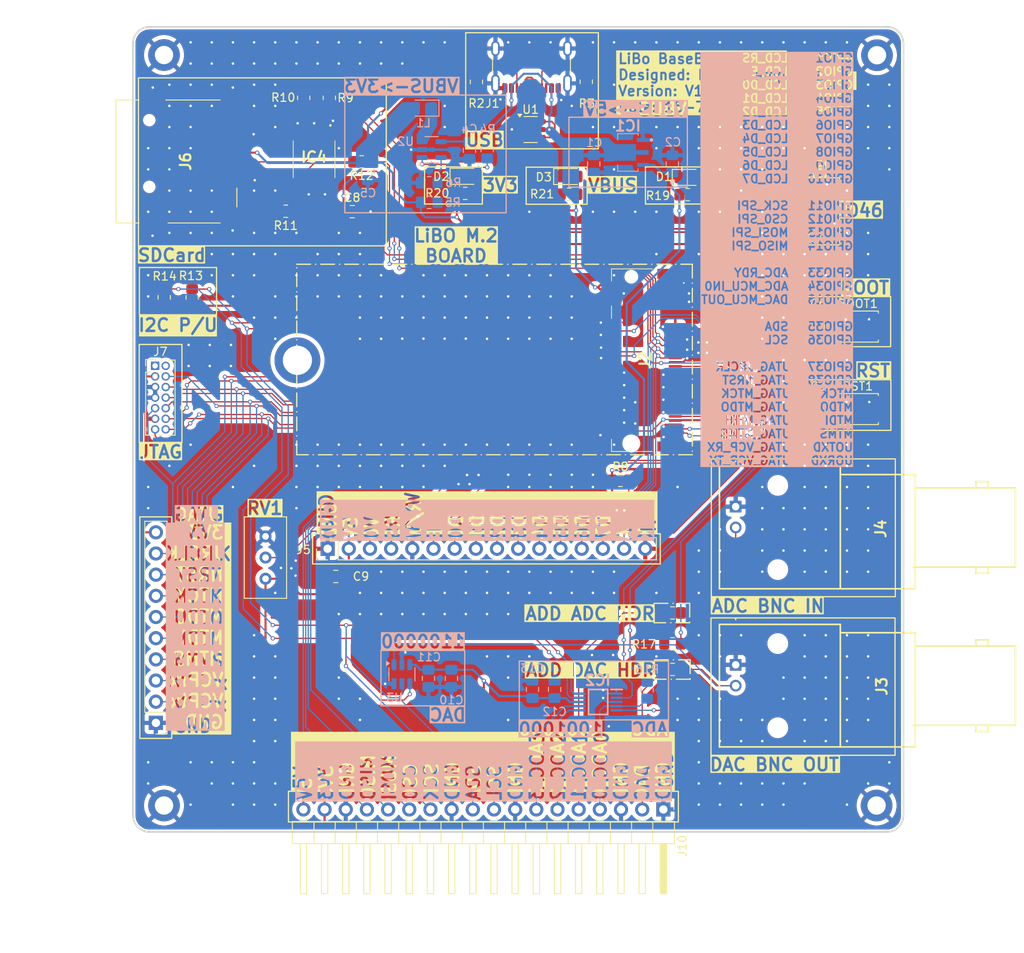
<source format=kicad_pcb>
(kicad_pcb (version 20240108) (generator "pcbnew") (generator_version "8.0")
  (layers (0 "F.Cu" signal) (31 "B.Cu" signal) (34 "B.Paste" user) (35 "F.Paste" user) (36 "B.SilkS" user "B.Silkscreen") (37 "F.SilkS" user "F.Silkscreen") (38 "B.Mask" user) (39 "F.Mask" user) (44 "Edge.Cuts" user))
  (net 0 "")
  (net 1 "/CHIP_BOOT")
  (net 2 "Earth")
  (net 3 "VBUS")
  (net 4 "+5V")
  (net 5 "/CHIP_PU")
  (net 6 "+3V3")
  (net 7 "/ADC_HDR_IN2")
  (net 8 "/ADC_RDY")
  (net 9 "/ADC_BNC_IN1")
  (net 10 "/ADC_HDR_IN0")
  (net 11 "/ADC_HDR_IN3")
  (net 12 "Net-(IC4-2A)")
  (net 13 "/DI_SDCARD")
  (net 14 "Net-(IC4-4A)")
  (net 15 "/CS_SDCARD")
  (net 16 "/SCK_SDCARD")
  (net 17 "Net-(IC4-1A)")
  (net 18 "Net-(IC4-3A)")
  (net 19 "/JTAG_MTDI")
  (net 20 "/JTAG_VCP_RX")
  (net 21 "/JTAG_VCP_TX")
  (net 22 "/ADC_MCU_IN0")
  (net 23 "/USB_CC2")
  (net 24 "/USB_D+")
  (net 26 "/USB_D-")
  (net 28 "/USB_CC1")
  (net 29 "/JTAG_MTMS")
  (net 30 "/DAC_MCU_OUT")
  (net 31 "Net-(U2-SW)")
  (net 32 "Net-(U2-EN)")
  (net 33 "Net-(U2-FB)")
  (net 34 "/CS0_SPI")
  (net 35 "/JTAG_MTDO")
  (net 36 "/LCD_V0")
  (net 37 "/LCD_A")
  (net 38 "/GPIO36")
  (net 39 "/JTAG_MTCK")
  (net 40 "/GPIO7")
  (net 41 "/GPIO38")
  (net 42 "/DAC_BNC_OUT")
  (net 43 "/SPICLK_N")
  (net 44 "/GPIO8")
  (net 45 "/SPICS1")
  (net 47 "/GPIO13")
  (net 48 "/GPIO1")
  (net 49 "/GPIO3")
  (net 50 "/GPIO10")
  (net 51 "/GPIO21")
  (net 52 "/GPIO45")
  (net 54 "/SPICLK_P")
  (net 55 "/GPIO5")
  (net 56 "/GPIO4")
  (net 58 "/GPIO37")
  (net 60 "/GPIO11")
  (net 61 "/DO_SDCARD")
  (net 63 "/GPIO14")
  (net 64 "/GPIO9")
  (net 66 "/GPIO2")
  (net 67 "/GPIO46")
  (net 68 "/ADC_HDR_IN1")
  (net 69 "/GPIO35")
  (net 70 "/DAC_HDR_OUT")
  (net 71 "/GPIO6")
  (net 73 "/GPIO17")
  (net 74 "Net-(D1-A)")
  (net 75 "Net-(D2-A)")
  (net 76 "Net-(D3-A)")
  (footprint "Github_Library:KHBNC503511" (layer "F.Cu") (at 221.75 87.575 -90)
    (property "Reference" "J4")
    (property "Value" "KH-BNC50-3511" (hide yes))
  )
  (footprint "Resistor_SMD:R_0805_2012Metric_Pad1.20x1.40mm_HandSolder" (layer "F.Cu") (at 214.175 107.1)
    (property "Reference" "R18" (hide yes))
    (property "Value" "10k")
  )
  (footprint "Capacitor_SMD:C_0805_2012Metric_Pad1.18x1.45mm_HandSolder" (layer "F.Cu") (at 175.7575 52.18875)
    (property "Reference" "C8")
    (property "Value" "100n")
  )
  (footprint "MountingHole:MountingHole_2.2mm_M2_DIN965_Pad" (layer "F.Cu") (at 238.7 33.425)
    (property "Reference" "REF**" (hide yes))
    (property "Value" "MountingHole_2.2mm_M2_DIN965_Pad")
  )
  (footprint "Connector_PinHeader_2.54mm:PinHeader_1x18_P2.54mm_Horizontal" (layer "F.Cu") (at 213.075 123.9 -90)
    (property "Reference" "J10")
    (property "Value" "Conn_01x18")
  )
  (footprint "Resistor_SMD:R_0805_2012Metric_Pad1.20x1.40mm_HandSolder" (layer "F.Cu") (at 189.3 50)
    (property "Reference" "R20")
    (property "Value" "5k1")
  )
  (footprint "LED_SMD:LED_0805_2012Metric_Pad1.15x1.40mm_HandSolder" (layer "F.Cu") (at 216 48.075)
    (property "Reference" "D1")
    (property "Value" "LED")
  )
  (footprint "Resistor_SMD:R_0805_2012Metric_Pad1.20x1.40mm_HandSolder" (layer "F.Cu") (at 203.825 36.6 -90)
    (property "Reference" "R3")
    (property "Value" "5k1")
  )
  (footprint "Resistor_SMD:R_0805_2012Metric_Pad1.20x1.40mm_HandSolder" (layer "F.Cu") (at 176.8825 46.21375 180)
    (property "Reference" "R12")
    (property "Value" "3k3")
  )
  (footprint "Capacitor_SMD:C_0805_2012Metric_Pad1.18x1.45mm_HandSolder" (layer "F.Cu") (at 231.735 75.9 90)
    (property "Reference" "C3")
    (property "Value" "100n")
  )
  (footprint "MountingHole:MountingHole_2.2mm_M2_DIN965_Pad" (layer "F.Cu") (at 153.175 33.4)
    (property "Reference" "REF**" (hide yes))
    (property "Value" "MountingHole_2.2mm_M2_DIN965_Pad")
  )
  (footprint "Resistor_SMD:R_0805_2012Metric_Pad1.20x1.40mm_HandSolder" (layer "F.Cu") (at 201.775 50.1)
    (property "Reference" "R21")
    (property "Value" "5k1")
  )
  (footprint "LOGO" (layer "F.Cu") (at 232.325 36.775)
    (property "Reference" "G***" (hide yes))
    (property "Value" "LOGO" (hide yes))
  )
  (footprint "Capacitor_SMD:C_0805_2012Metric_Pad1.18x1.45mm_HandSolder" (layer "F.Cu") (at 231.325 53.6)
    (property "Reference" "C7")
    (property "Value" "100n")
  )
  (footprint "Resistor_SMD:R_0805_2012Metric_Pad1.20x1.40mm_HandSolder" (layer "F.Cu") (at 153.2 62.462353 90)
    (property "Reference" "R14")
    (property "Value" "10k")
  )
  (footprint "Github_Library:WS2812C2020" (layer "F.Cu") (at 231.46 50.42)
    (property "Reference" "LED1" (hide yes))
    (property "Value" "WS2812C-2020" (hide yes))
  )
  (footprint "Package_TO_SOT_SMD:SOT-23-6" (layer "F.Cu") (at 197.15 42.3375)
    (property "Reference" "U1")
    (property "Value" "USBLC6-2SC6")
  )
  (footprint "LED_SMD:LED_0805_2012Metric_Pad1.15x1.40mm_HandSolder" (layer "F.Cu") (at 201.777527 47.975)
    (property "Reference" "D3")
    (property "Value" "LED")
  )
  (footprint "Resistor_SMD:R_0805_2012Metric_Pad1.20x1.40mm_HandSolder" (layer "F.Cu") (at 216 50.15)
    (property "Reference" "R19")
    (property "Value" "5k1")
  )
  (footprint "Resistor_SMD:R_0805_2012Metric_Pad1.20x1.40mm_HandSolder" (layer "F.Cu") (at 214.175 104.025)
    (property "Reference" "R17")
    (property "Value" "3k3")
  )
  (footprint "Connector_USB:USB_C_Receptacle_GCT_USB4105-xx-A_16P_TopMnt_Horizontal" (layer "F.Cu") (at 197.255 33.695 180)
    (property "Reference" "J1")
    (property "Value" "USB_C_Receptacle_USB2.0")
  )
  (footprint "Github_Library:SN74LVC125APWR" (layer "F.Cu") (at 171.175 45.89375 180)
    (property "Reference" "IC4")
    (property "Value" "SN74LVC125APWR" (hide yes))
  )
  (footprint "LED_SMD:LED_0805_2012Metric_Pad1.15x1.40mm_HandSolder" (layer "F.Cu") (at 189.35 47.95)
    (property "Reference" "D2")
    (property "Value" "LED")
  )
  (footprint "Connector_PinHeader_1.27mm:PinHeader_2x07_P1.27mm_Vertical" (layer "F.Cu") (at 152.105 70.685)
    (property "Reference" "J7")
    (property "Value" "Conn_ST_STDC14")
  )
  (footprint "Resistor_SMD:R_0805_2012Metric_Pad1.20x1.40mm_HandSolder" (layer "F.Cu") (at 167.7825 52.13875)
    (property "Reference" "R11")
    (property "Value" "3k3")
  )
  (footprint "Resistor_SMD:R_0805_2012Metric_Pad1.20x1.40mm_HandSolder" (layer "F.Cu") (at 229.585 75.925 -90)
    (property "Reference" "R1")
    (property "Value" "10k")
  )
  (footprint "Github_Library:TFPUSH" (layer "F.Cu") (at 154.6575 46.16375 -90)
    (property "Reference" "J6")
    (property "Value" "TF_PUSH" (hide yes))
  )
  (footprint "MountingHole:MountingHole_2.2mm_M2_DIN965_Pad" (layer "F.Cu") (at 153.175 123.425)
    (property "Reference" "REF**" (hide yes))
    (property "Value" "MountingHole_2.2mm_M2_DIN965_Pad")
  )
  (footprint "Resistor_SMD:R_0805_2012Metric_Pad1.20x1.40mm_HandSolder" (layer "F.Cu") (at 156.55 62.475 90)
    (property "Reference" "R13")
    (property "Value" "10k")
  )
  (footprint "Button_Switch_SMD:SW_SPST_EVQP2" (layer "F.Cu") (at 236.4 65.975)
    (property "Reference" "BOOT1")
    (property "Value" "SW_BOOT")
  )
  (footprint "Button_Switch_SMD:SW_SPST_EVQP2" (layer "F.Cu") (at 236.4 75.875)
    (property "Reference" "RST1")
    (property "Value" "SW_RST")
  )
  (footprint "Capacitor_SMD:C_0805_2012Metric_Pad1.18x1.45mm_HandSolder" (layer "F.Cu") (at 173.775 95.95 180)
    (property "Reference" "C9")
    (property "Value" "4u7")
  )
  (footprint "Resistor_SMD:R_0805_2012Metric_Pad1.20x1.40mm_HandSolder" (layer "F.Cu") (at 214.175 100.325 180)
    (property "Reference" "R15" (hide yes))
    (property "Value" "10k")
  )
  (footprint "Resistor_SMD:R_0805_2012Metric_Pad1.20x1.40mm_HandSolder" (layer "F.Cu") (at 173.0075 38.53875 -90)
    (property "Reference" "R9")
    (property "Value" "3k3")
  )
  (footprint "Capacitor_SMD:C_0805_2012Metric_Pad1.18x1.45mm_HandSolder" (layer "F.Cu") (at 231.675 66 90)
    (property "Reference" "C6")
    (property "Value" "100n")
  )
  (footprint "Connector_PinHeader_2.54mm:PinHeader_1x16_P2.54mm_Vertical" (layer "F.Cu") (at 172.8 92.625 90)
    (property "Reference" "J5")
    (property "Value" "Conn_01x16")
  )
  (footprint "Potentiometer_THT:Potentiometer_Bourns_3296W_Vertical" (layer "F.Cu") (at 165.35 96.225 -90)
    (property "Reference" "RV1" (hide yes))
    (property "Value" "10k")
  )
  (footprint "Resistor_SMD:R_0805_2012Metric_Pad1.20x1.40mm_HandSolder" (layer "F.Cu") (at 169.9325 38.53875 -90)
    (property "Reference" "R10")
    (property "Value" "3k3")
  )
  (footprint "Resistor_SMD:R_0805_2012Metric_Pad1.20x1.40mm_HandSolder" (layer "F.Cu") (at 207.925 84.425)
    (property "Reference" "R8")
    (property "Value" "220")
  )
  (footprint "Github_Library:KHBNC503511" (layer "F.Cu") (at 221.75 106.55 -90)
    (property "Reference" "J3")
    (property "Value" "KH-BNC50-3511" (hide yes))
  )
  (footprint "Connector_PinHeader_2.54mm:PinHeader_1x10_P2.54mm_Vertical" (layer "F.Cu") (at 152.2 113.515 180)
    (property "Reference" "J8" (hide yes))
    (property "Value" "Conn_01x10")
  )
  (footprint "" (layer "F.Cu") (at 169.175 70.025)
    (property "Reference" "")
    (property "Value" "")
  )
  (footprint "" (layer "F.Cu") (at 238.65 123.425)
    (property "Reference" "")
    (property "Value" "")
  )
  (footprint "Resistor_SMD:R_0805_2012Metric_Pad1.20x1.40mm_HandSolder" (layer "F.Cu") (at 229.55 66.025 -90)
    (property "Reference" "R7")
    (property "Value" "10k")
  )
  (footprint "Resistor_SMD:R_0805_2012Metric_Pad1.20x1.40mm_HandSolder" (layer "F.Cu") (at 190.65 36.625 -90)
    (property "Reference" "R2")
    (property "Value" "5k1")
  )
  (footprint "Github_Library:21992303" (layer "F.Cu") (at 209.225 70 -90)
    (property "Reference" "J2")
    (property "Value" "2199230-3" (hide yes))
  )
  (footprint "Capacitor_SMD:C_0805_2012Metric_Pad1.18x1.45mm_HandSolder" (layer "B.Cu") (at 187.65 108.175 -90)
    (property "Reference" "C10")
    (property "Value" "10u")
  )
  (footprint "Github_Library:SOP50P490X110-10N" (layer "B.Cu") (at 205.2525 111.005 180)
    (property "Reference" "IC2")
    (property "Value" "ADS1015IDGSR" (hide yes))
  )
  (footprint "Resistor_SMD:R_0805_2012Metric_Pad1.20x1.40mm_HandSolder" (layer "B.Cu") (at 184.9875 48.725 180)
    (property "Reference" "R6")
    (property "Value" "100k")
  )
  (footprint "Package_TO_SOT_SMD:SOT-23-5" (layer "B.Cu") (at 185.275 44.75)
    (property "Reference" "U2")
    (property "Value" "TLV62568DBV")
  )
  (footprint "Resistor_SMD:R_0805_2012Metric_Pad1.20x1.40mm_HandSolder" (layer "B.Cu") (at 191.9375 44.8 -90)
    (property "Reference" "R4")
    (property "Value" "10k")
  )
  (footprint "Capacitor_SMD:C_0805_2012Metric_Pad1.18x1.45mm_HandSolder" (layer "B.Cu") (at 184.9 108.175 -90)
    (property "Reference" "C11")
    (property "Value" "100n")
  )
  (footprint "LED_SMD:LED_0805_2012Metric_Pad1.15x1.40mm_HandSolder" (layer "B.Cu") (at 184.2875 39.775 180)
    (property "Reference" "L1")
    (property "Value" "2u2")
  )
  (footprint "Capacitor_SMD:C_0805_2012Metric_Pad1.18x1.45mm_HandSolder" (layer "B.Cu") (at 214.15 46.4625 90)
    (property "Reference" "C2")
    (property "Value" "1u")
  )
  (footprint "Capacitor_SMD:C_0805_2012Metric_Pad1.18x1.45mm_HandSolder" (layer "B.Cu") (at 189.8125 44.825 -90)
    (property "Reference" "C4")
    (property "Value" "4u7")
  )
  (footprint "Capacitor_SMD:C_0805_2012Metric_Pad1.18x1.45mm_HandSolder" (layer "B.Cu") (at 204.725 46.4625 -90)
    (property "Reference" "C1")
    (property "Value" "1u")
  )
  (footprint "Resistor_SMD:R_0805_2012Metric_Pad1.20x1.40mm_HandSolder" (layer "B.Cu") (at 184.9875 51.075)
    (property "Reference" "R5")
    (property "Value" "450k")
  )
  (footprint "Resistor_SMD:R_0805_2012Metric_Pad1.20x1.40mm_HandSolder" (layer "B.Cu") (at 211.125 109.6 90)
    (property "Reference" "R16")
    (property "Value" "3k3")
  )
  (footprint "Github_Library:MCP1703T5002EMB" (layer "B.Cu") (at 210.05 45.0875 -90)
    (property "Reference" "IC1")
    (property "Value" "MCP1702T-5002E_MB" (hide yes))
  )
  (footprint "Package_TO_SOT_SMD:SOT-23-6" (layer "B.Cu") (at 181.71 107.68 -90)
    (property "Reference" "U3")
    (property "Value" "MCP4725A0T-E/CH")
  )
  (footprint "Capacitor_SMD:C_0805_2012Metric_Pad1.18x1.45mm_HandSolder" (layer "B.Cu") (at 200.025 109.5 90)
    (property "Reference" "C12")
    (property "Value" "100n")
  )
  (footprint "Capacitor_SMD:C_0805_2012Metric_Pad1.18x1.45mm_HandSolder" (layer "B.Cu") (at 177.645 47.36375 -90)
    (property "Reference" "C5")
    (property "Value" "10u")
  )
  (footprint "Capacitor_SMD:C_0805_2012Metric_Pad1.18x1.45mm_HandSolder" (layer "B.Cu") (at 197.375 109.5 90)
    (property "Reference" "C13")
    (property "Value" "10u")
  )
  (gr_rect (start 179.2 104.824707) (end 189.25 111.475) (stroke (width 0.15)) (fill none) (layer "B.SilkS"))
  (gr_rect (start 174.8625 38.2) (end 194.212793 52.325) (stroke (width 0.15)) (fill none) (layer "B.SilkS"))
  (gr_rect (start 195.789853 106.105) (end 213.690146 113.155) (stroke (width 0.15)) (fill none) (layer "B.SilkS"))
  (gr_rect (start 201.75 40.8625) (end 215.950293 49.25) (stroke (width 0.15)) (fill none) (layer "B.SilkS"))
  (gr_rect (start 169.1 58.5) (end 216.55 81.35) (stroke (width 0.15) (type dash_dot)) (fill none) (layer "F.SilkS"))
  (gr_rect (start 218.825 81.85) (end 240.9 98.375) (stroke (width 0.15)) (fill none) (layer "F.SilkS"))
  (gr_rect (start 228.234854 72.35) (end 240.369708 78.425) (stroke (width 0.15)) (fill none) (layer "F.SilkS"))
  (gr_rect (start 150.199707 68.12) (end 155.325 79.87) (stroke (width 0.15)) (fill none) (layer "F.SilkS"))
  (gr_rect (start 150.1075 36.13875) (end 179.8325 56.28875) (stroke (width 0.15)) (fill none) (layer "F.SilkS"))
  (gr_rect (start 218.7875 100.925) (end 240.8625 117.4) (stroke (width 0.15)) (fill none) (layer "F.SilkS"))
  (gr_rect (start 196.612353 46.85) (end 203.925 51.3) (stroke (width 0.15)) (fill none) (layer "F.SilkS"))
  (gr_rect (start 171 90.825) (end 212.7 94.45) (stroke (width 0.15)) (fill none) (layer "F.SilkS"))
  (gr_rect (start 212.025 105.95) (end 216.2875 108.275) (stroke (width 0.15) (type dash_dot)) (fill none) (layer "F.SilkS"))
  (gr_rect (start 168.1 121.725) (end 214.875 125.4) (stroke (width 0.15)) (fill none) (layer "F.SilkS"))
  (gr_rect (start 150.225 58.887353) (end 159.475 64.562646) (stroke (width 0.15)) (fill none) (layer "F.SilkS"))
  (gr_rect (start 211.96875 99.175) (end 216.23125 101.5) (stroke (width 0.15) (type dash_dot)) (fill none) (layer "F.SilkS"))
  (gr_rect (start 207.5125 32.95) (end 227.8 40.525) (stroke (width 0.2)) (fill none) (layer "F.SilkS"))
  (gr_rect (start 189.362354 30.725) (end 205.275 44.65) (stroke (width 0.15)) (fill none) (layer "F.SilkS"))
  (gr_rect (start 228.099707 62.375) (end 240.334708 68.3875) (stroke (width 0.15)) (fill none) (layer "F.SilkS"))
  (gr_rect (start 228.6875 48.125) (end 234.218824 56.175) (stroke (width 0.15)) (fill none) (layer "F.SilkS"))
  (gr_rect (start 150.274707 88.8) (end 154.1 115.375) (stroke (width 0.15)) (fill none) (layer "F.SilkS"))
  (gr_rect (start 210.925 46.825) (end 218.237647 51.275) (stroke (width 0.15)) (fill none) (layer "F.SilkS"))
  (gr_rect (start 184.425 46.825) (end 191.362647 51.275) (stroke (width 0.15)) (fill none) (layer "F.SilkS"))
  (gr_line (start 239.875 126.6) (end 151.45 126.6) (stroke (width 0.2)) (layer "Edge.Cuts"))
  (gr_arc (start 241.875 124.6) (mid 241.289214 126.014214) (end 239.875 126.6) (stroke (width 0.2)) (layer "Edge.Cuts"))
  (gr_line (start 149.45 124.6) (end 149.45 32.025) (stroke (width 0.2)) (layer "Edge.Cuts"))
  (gr_arc (start 149.45 32.025) (mid 150.035786 30.610786) (end 151.45 30.025) (stroke (width 0.2)) (layer "Edge.Cuts"))
  (gr_line (start 241.875 32.025) (end 241.875 124.6) (stroke (width 0.2)) (layer "Edge.Cuts"))
  (gr_arc (start 239.875 30.025) (mid 241.289214 30.610786) (end 241.875 32.025) (stroke (width 0.2)) (layer "Edge.Cuts"))
  (gr_line (start 151.45 30.025) (end 239.875 30.025) (stroke (width 0.2)) (layer "Edge.Cuts"))
  (gr_arc (start 151.45 126.6) (mid 150.035786 126.014214) (end 149.45 124.6) (stroke (width 0.2)) (layer "Edge.Cuts"))
  (gr_text "JTAG" (at 159.75 89.4 0) (layer "B.SilkS" knockout) (effects (font (size 1.5 1.5) (thickness 0.3) (bold yes)) (justify left bottom mirror)))
  (gr_text "1001000" (at 205.925 115.15 0) (layer "B.SilkS" knockout) (effects (font (size 1.5 1.5) (thickness 0.3) (bold yes)) (justify left bottom mirror)))
  (gr_text "3V3\nJRCLK\nNRST\nMTCK\nMTDO\nMTDI\nMTMS\nVCPrx\nVCPtx\nGND" (at 160.475 102.05 0) (layer "B.SilkS" knockout) (effects (font (size 1.57 1.5) (thickness 0.3) (bold yes)) (justify left mirror)))
  (gr_text "5V\n3V3\nGND\nMISO\nMOSI\nCS0\nSCK\nGND\nSDA\nSCL\nGND\nADC_3\nADC_2\nADC_1\nADC_0\nGND\nDAC\nGND" (at 191.575 122.975 90) (layer "B.SilkS" knockout) (effects (font (size 1.57 1.5) (thickness 0.3) (bold yes)) (justify right mirror)))
  (gr_text "GND\n5V\nV0\nRS\nR/W\nE\nD0\nD1\nD2\nD3\nD4\nD5\nD6\nD7\nA\nK\n" (at 192 91.7 90) (layer "B.SilkS" knockout) (effects (font (size 1.57 1.5) (thickness 0.3) (bold yes)) (justify right mirror)))
  (gr_text "VBUS->3V3" (at 188.65 38.025 -0) (layer "B.SilkS" knockout) (effects (font (size 1.5 1.5) (thickness 0.3) (bold yes)) (justify left bottom mirror)))
  (gr_text "ADC" (at 213.775 115.15 0) (layer "B.SilkS" knockout) (effects (font (size 1.5 1.5) (thickness 0.3) (bold yes)) (justify left bottom mirror)))
  (gr_text "VBUS->5V" (at 216.05 40.8 0) (layer "B.SilkS" knockout) (effects (font (size 1.5 1.5) (thickness 0.3) (bold yes)) (justify left bottom mirror)))
  (gr_text "DAC" (at 189.55 113.45 0) (layer "B.SilkS" knockout) (effects (font (size 1.5 1.5) (thickness 0.3) (bold yes)) (justify left bottom mirror)))
  (gr_text "GPIO1	LCD_RS\nGPIO2	LCD_E\nGPIO3	LCD_D0\nGPIO4	LCD_D1\nGPIO5	LCD_D2\nGPIO6	LCD_D3\nGPIO7	LCD_D4\nGPIO8	LCD_D5\nGPIO9	LCD_D6\nGPIO10	LCD_D7\n	\nGPIO11	SCK_SPI\nGPIO12	CS0_SPI\nGPIO13	MOSI_SPI\nGPIO14	MISO_SPI\n\nGPIO33	ADC_RDY\nGPIO34	ADC_MCU_IN0\nGPIO18	DAC_MCU_OUT\n	\nGPIO35	SDA\nGPIO36	SCL\n	\nGPIO37	JTAG_JRCLK\nGPIO38	JTAG_NRST\nMTCK	JTAG_MTCK\nMTDO	JTAG_MTDO\nMTDI	JTAG_MTDI\nMTMS	JTAG_MTMS\nUOTXD	JTAG_VCP_RX\nUORXD	JTAG_VCP_TX" (at 235.95 82.65 0) (layer "B.SilkS" knockout) (effects (font (size 1 1) (thickness 0.2) (bold yes)) (justify left bottom mirror)))
  (gr_text "1100000" (at 189.425 104.65 0) (layer "B.SilkS" knockout) (effects (font (size 1.5 1.5) (thickness 0.3) (bold yes)) (justify left bottom mirror)))
  (gr_text "GND\n5V\nV0\nRS\nR/W\nE\nD0\nD1\nD2\nD3\nD4\nD5\nD6\nD7\nA\nK\n" (at 192 90.825 90) (layer "F.SilkS" knockout) (effects (font (size 1.6 1.5) (thickness 0.3) (bold yes)) (justify left)))
  (gr_text "3V3\nJRCLK\nNRST\nMTCK\nMTDO\nMTDI\nMTMS\nVCPrx\nVCPtx\nGND" (at 154.15 102.275 0) (layer "F.SilkS" knockout) (effects (font (size 1.6 1.5) (thickness 0.3) (bold yes)) (justify left)))
  (gr_text "RST" (at 235.975 72.15 0) (layer "F.SilkS" knockout) (effects (font (size 1.5 1.5) (thickness 0.3) (bold yes)) (justify left bottom)))
  (gr_text "3V3" (at 191.25 49.9 0) (layer "F.SilkS" knockout) (effects (font (size 1.5 1.5) (thickness 0.3) (bold yes)) (justify left bottom)))
  (gr_text "JTAG" (at 155 89.4 0) (layer "F.SilkS" knockout) (effects (font (size 1.5 1.5) (thickness 0.3) (bold yes)) (justify left bottom)))
  (gr_text "ADD DAC HDR" (at 196.425 108.075 0) (layer "F.SilkS" knockout) (effects (font (size 1.5 1.5) (thickness 0.3) (bold yes)) (justify left bottom)))
  (gr_text "5V\n3V3\nGND\nMISO\nMOSI\nCS0\nSCK\nGND\nSDA\nSCL\nGND\nADC_3\nADC_2\nADC_1\nADC_0\nGND\nDAC\nGND" (at 191.5 121.675 90) (layer "F.SilkS" knockout) (effects (font (size 1.6 1.5) (thickness 0.3) (bold yes)) (justify left)))
  (gr_text "I2C P/U" (at 149.937647 66.687353 0) (layer "F.SilkS" knockout) (effects (font (size 1.5 1.5) (thickness 0.3) (bold yes)) (justify left bottom)))
  (gr_text "ADD ADC HDR" (at 196.375 101.3 0) (layer "F.SilkS" knockout) (effects (font (size 1.5 1.5) (thickness 0.3) (bold yes)) (justify left bottom)))
  (gr_text "LiBo BaseBoard\nDesigned: D.Heetkamp\nVersion: V1.0 \nDate: 15-7-24" (at 207.525 40.35 0) (layer "F.SilkS" knockout) (effects (font (size 1.2 1.2) (thickness 0.24) (bold yes)) (justify left bottom)))
  (gr_text "DAC BNC OUT" (at 218.475 119.4 0) (layer "F.SilkS" knockout) (effects (font (size 1.5 1.5) (thickness 0.3) (bold yes)) (justify left bottom)))
  (gr_text "5V" (at 218.075 49.9 0) (layer "F.SilkS" knockout) (effects (font (size 1.5 1.5) (thickness 0.3) (bold yes)) (justify left bottom)))
  (gr_text "SDCard" (at 149.875 58.3 -0) (layer "F.SilkS" knockout) (effects (font (size 1.5 1.5) (thickness 0.3) (bold yes)) (justify left bottom)))
  (gr_text "JTAG" (at 150.05 81.895 0) (layer "F.SilkS" knockout) (effects (font (size 1.5 1.5) (thickness 0.3) (bold yes)) (justify left bottom)))
  (gr_text "IO46" (at 234.05 52.925 0) (layer "F.SilkS" knockout) (effects (font (size 1.5 1.5) (thickness 0.3) (bold yes)) (justify left bottom)))
  (gr_text "LiBO M.2\nBOARD" (at 188.2 58.375 0) (layer "F.SilkS" knockout) (effects (font (size 1.5 1.5) (thickness 0.3) (bold yes)) (justify bottom)))
  (gr_text "RV1" (at 162.95 88.65 0) (layer "F.SilkS" knockout) (effects (font (size 1.5 1.5) (thickness 0.3) (bold yes)) (justify left bottom)))
  (gr_text "LED" (at 228.375 48 0) (layer "F.SilkS" knockout) (effects (font (size 1.5 1.5) (thickness 0.3) (bold yes)) (justify left bottom)))
  (gr_text "VBUS" (at 203.887353 49.925 0) (layer "F.SilkS" knockout) (effects (font (size 1.5 1.5) (thickness 0.3) (bold yes)) (justify left bottom)))
  (gr_text "BOOT" (at 240.315 62.2 0) (layer "F.SilkS" knockout) (effects (font (size 1.5 1.5) (thickness 0.3) (bold yes)) (justify right bottom)))
  (gr_text "ADC BNC IN" (at 218.725 100.375 0) (layer "F.SilkS" knockout) (effects (font (size 1.5 1.5) (thickness 0.3) (bold yes)) (justify left bottom)))
  (gr_text "USB" (at 189.2 44.475 0) (layer "F.SilkS" knockout) (effects (font (size 1.5 1.5) (thickness 0.3) (bold yes)) (justify left bottom)))
  (segment (start 231.675 67.0375) (end 231.6625 67.0375) (width 0.15) (layer "F.Cu") (net 1))
  (segment (start 227.8 67.025) (end 227.875 67.025) (width 0.15) (layer "F.Cu") (net 1))
  (segment (start 231.65 67.025) (end 229.55 67.025) (width 0.15) (layer "F.Cu") (net 1))
  (segment (start 227.875 67.025) (end 229.55 67.025) (width 0.15) (layer "F.Cu") (net 1))
  (segment (start 214.5 78.25) (end 216.225 78.25) (width 0.15) (layer "F.Cu") (net 1))
  (segment (start 238.975 66.825) (end 233.825 66.825) (width 0.15) (layer "F.Cu") (net 1))
  (segment (start 223.5 71.4) (end 227.875 67.025) (width 0.15) (layer "F.Cu") (net 1))
  (segment (start 231.6625 67.0375) (end 231.65 67.025) (width 0.15) (layer "F.Cu") (net 1))
  (segment (start 231.8875 66.825) (end 231.675 67.0375) (width 0.15) (layer "F.Cu") (net 1))
  (segment (start 233.825 66.825) (end 231.8875 66.825) (width 0.15) (layer "F.Cu") (net 1))
  (segment (start 223.5 78.25) (end 223.5 71.4) (width 0.15) (layer "F.Cu") (net 1))
  (via (at 223.5 78.25) (size 0.5) (drill 0.3) (layers "F.Cu" "B.Cu") (net 1))
  (via (at 216.225 78.25) (size 0.5) (drill 0.3) (layers "F.Cu" "B.Cu") (net 1))
  (segment (start 223.5 78.25) (end 216.225 78.25) (width 0.15) (layer "B.Cu") (net 1))
  (segment (start 151.8075 38.41375) (end 151.8075 37.3175) (width 0.25) (layer "F.Cu") (net 2))
  (segment (start 205.85 70) (end 205.6 69.75) (width 0.25) (layer "F.Cu") (net 2))
  (segment (start 163.91125 42.91375) (end 163.925 42.9) (width 0.25) (layer "F.Cu") (net 2))
  (segment (start 214.5 74.75) (end 213.075 74.75) (width 0.25) (layer "F.Cu") (net 2))
  (segment (start 215.925 67.525) (end 215.65 67.25) (width 0.25) (layer "F.Cu") (net 2))
  (segment (start 231.735 74.8625) (end 233.6625 74.8625) (width 0.25) (layer "F.Cu") (net 2))
  (segment (start 151.8 53.92125) (end 151.8075 53.91375) (width 0.25) (layer "F.Cu") (net 2))
  (segment (start 151.025 76.8) (end 151.025 74.725) (width 0.25) (layer "F.Cu") (net 2))
  (segment (start 206.95 68.5) (end 205.6 68.5) (width 0.25) (layer "F.Cu") (net 2))
  (segment (start 200.455 38.43) (end 200.825 38.8) (width 0.25) (layer "F.Cu") (net 2))
  (segment (start 215.45 70.25) (end 214.5 70.25) (width 0.25) (layer "F.Cu") (net 2))
  (segment (start 193.525 38.725) (end 194.055 38.195) (width 0.25) (layer "F.Cu") (net 2))
  (segment (start 206.525 113.925) (end 204.35 113.925) (width 0.25) (layer "F.Cu") (net 2))
  (segment (start 200.455 37.375) (end 200.455 38.43) (width 0.25) (layer "F.Cu") (net 2))
  (segment (start 233.825 65.125) (end 234.95 65.125) (width 0.25) (layer "F.Cu") (net 2))
  (segment (start 194.055 38.195) (end 194.055 37.375) (width 0.25) (layer "F.Cu") (net 2))
  (segment (start 172.475 50.10625) (end 172.4825 50.11375) (width 0.25) (layer "F.Cu") (net 2))
  (segment (start 213.325 77.75) (end 213.1 77.975) (width 0.25) (layer "F.Cu") (net 2))
  (segment (start 233.6 53.6) (end 232.3625 53.6) (width 0.25) (layer "F.Cu") (net 2))
  (segment (start 215.9 61.75) (end 214.5 61.75) (width 0.25) (layer "F.Cu") (net 2))
  (segment (start 215.65 67.25) (end 214.5 67.25) (width 0.25) (layer "F.Cu") (net 2))
  (segment (start 216.15 62) (end 215.9 61.75) (width 0.25) (layer "F.Cu") (net 2))
  (segment (start 214.5 68.75) (end 215.925 68.75) (width 0.25) (layer "F.Cu") (net 2))
  (segment (start 161.4075 37.3175) (end 161.425 37.3) (width 0.25) (layer "F.Cu") (net 2))
  (segment (start 214.5 76.25) (end 213.075 76.25) (width 0.25) (layer "F.Cu") (net 2))
  (segment (start 151.025 74.725) (end 151.255 74.495) (width 0.25) (layer "F.Cu") (net 2))
  (segment (start 171.175 41.59625) (end 171.1825 41.58875) (width 0.25) (layer "F.Cu") (net 2))
  (segment (start 173.1325 41.58875) (end 173.1325 43.03625) (width 0.25) (layer "F.Cu") (net 2))
  (segment (start 161.4075 54.4425) (end 161.4075 53.01375) (width 0.25) (layer "F.Cu") (net 2))
  (segment (start 151.8 55.075) (end 151.8 53.92125) (width 0.25) (layer "F.Cu") (net 2))
  (segment (start 169.2 43.09375) (end 169.2 41.59625) (width 0.25) (layer "F.Cu") (net 2))
  (segment (start 173.1325 43.03625) (end 173.125 43.04375) (width 0.25) (layer "F.Cu") (net 2))
  (segment (start 151.26 77.035) (end 151.025 76.8) (width 0.25) (layer "F.Cu") (net 2))
  (segment (start 216.15 62) (end 215.9 62.25) (width 0.25) (layer "F.Cu") (net 2))
  (segment (start 233.6625 64.9625) (end 231.675 64.9625) (width 0.25) (layer "F.Cu") (net 2))
  (segment (start 215.9 62.75) (end 214.5 62.75) (width 0.25) (layer "F.Cu") (net 2))
  (segment (start 233.6625 74.8625) (end 233.825 75.025) (width 0.25) (layer "F.Cu") (net 2))
  (segment (start 173.4325 41.28875) (end 173.1325 41.58875) (width 0.25) (layer "F.Cu") (net 2))
  (segment (start 214.5 71.75) (end 213.075 71.75) (width 0.25) (layer "F.Cu") (net 2))
  (segment (start 214.5 73.25) (end 213.075 73.25) (width 0.25) (layer "F.Cu") (net 2))
  (segment (start 213.275 65.75) (end 213.025 66) (width 0.25) (layer "F.Cu") (net 2))
  (segment (start 206.95 62) (end 208.325 62) (width 0.25) (layer "F.Cu") (net 2))
  (segment (start 206.95 76) (end 208.375 76) (width 0.25) (layer "F.Cu") (net 2))
  (segment (start 216.15 63) (end 215.9 63.25) (width 0.25) (layer "F.Cu") (net 2))
  (segment (start 232.695 49.87) (end 232.695 48.905) (width 0.25) (layer "F.Cu") (net 2))
  (segment (start 216.15 63) (end 215.9 62.75) (width 0.25) (layer "F.Cu") (net 2))
  (segment (start 206.95 73) (end 208.375 73) (width 0.25) (layer "F.Cu") (net 2))
  (segment (start 215.9 62.25) (end 214.5 62.25) (width 0.25) (layer "F.Cu") (net 2))
  (segment (start 206.95 79) (end 205.525 79) (width 0.25) (layer "F.Cu") (net 2))
  (segment (start 170.525 50.10625) (end 170.5325 50.11375) (width 0.25) (layer "F.Cu") (net 2))
  (segment (start 177.93625 52.18875) (end 177.95 52.175) (width 0.25) (layer "F.Cu") (net 2))
  (segment (start 172.7375 92.6875) (end 172.8 92.625) (width 0.25) (layer "F.Cu") (net 2))
  (segment (start 213.125 79.25) (end 214.5 79.25) (width 0.25) (layer "F.Cu") (net 2))
  (segment (start 238.975 65.125) (end 237.775 65.125) (width 0.25) (layer "F.Cu") (net 2))
  (segment (start 151.255 74.495) (end 152.105 74.495) (width 0.25) (layer "F.Cu") (net 2))
  (segment (start 162.4075 42.91375) (end 163.91125 42.91375) (width 0.25) (layer "F.Cu") (net 2))
  (segment (start 206.95 77.5) (end 208.375 77.5) (width 0.25) (layer "F.Cu") (net 2))
  (segment (start 151.8075 37.3175) (end 151.825 37.3) (width 0.25) (layer "F.Cu") (net 2))
  (segment (start 205.6 67) (end 205.575 66.975) (width 0.25) (layer "F.Cu") (net 2))
  (segment (start 206.95 65.5) (end 205.575 65.5) (width 0.25) (layer "F.Cu") (net 2))
  (segment (start 152.105 77.035) (end 151.26 77.035) (width 0.25) (layer "F.Cu") (net 2))
  (segment (start 206.95 71.5) (end 208.375 71.5) (width 0.25) (layer "F.Cu") (net 2))
  (segment (start 233.825 75.025) (end 235.025 75.025) (width 0.25) (layer "F.Cu") (net 2))
  (segment (start 213.1 79.225) (end 213.125 79.25) (width 0.25) (layer "F.Cu") (net 2))
  (segment (start 170.525 48.69375) (end 170.525 50.10625) (width 0.25) (layer "F.Cu") (net 2))
  (segment (start 194.9125 42.3375) (end 194.9 42.325) (width 0.25) (layer "F.Cu") (net 2))
  (segment (start 206.95 70) (end 205.85 70) (width 0.25) (layer "F.Cu") (net 2))
  (segment (start 237.775 65.125) (end 237.75 65.1) (width 0.25) (layer "F.Cu") (net 2))
  (segment (start 206.95 74.5) (end 208.375 74.5) (width 0.25) (layer "F.Cu") (net 2))
  (segment (start 214.5 65.75) (end 213.275 65.75) (width 0.25) (layer "F.Cu") (net 2))
  (segment (start 233.825 65.125) (end 233.6625 64.9625) (width 0.25) (layer "F.Cu") (net 2))
  (segment (start 214.5 77.75) (end 213.325 77.75) (width 0.25) (layer "F.Cu") (net 2))
  (segment (start 215.9 63.25) (end 214.5 63.25) (width 0.25) (layer "F.Cu") (net 2))
  (segment (start 215.925 69.775) (end 215.45 70.25) (width 0.25) (layer "F.Cu") (net 2))
  (segment (start 196.0125 42.3375) (end 194.9125 42.3375) (width 0.25) (layer "F.Cu") (net 2))
  (segment (start 172.7375 95.95) (end 172.7375 92.6875) (width 0.25) (layer "F.Cu") (net 2))
  (segment (start 161.4075 38.41375) (end 161.4075 37.3175) (width 0.25) (layer "F.Cu") (net 2))
  (segment (start 238.975 75.025) (end 237.775 75.025) (width 0.25) (layer "F.Cu") (net 2))
  (segment (start 169.2 41.59625) (end 169.2075 41.58875) (width 0.25) (layer "F.Cu") (net 2))
  (segment (start 206.95 67) (end 205.6 67) (width 0.25) (layer "F.Cu") (net 2))
  (segment (start 172.475 48.69375) (end 172.475 50.10625) (width 0.25) (layer "F.Cu") (net 2))
  (segment (start 171.175 43.09375) (end 171.175 41.59625) (width 0.25) (layer "F.Cu") (net 2))
  (segment (start 176.795 52.18875) (end 177.93625 52.18875) (width 0.25) (layer "F.Cu") (net 2))
  (via (at 235.1 90.3) (size 0.5) (drill 0.3) (layers "F.Cu" "B.Cu") (net 2))
  (via (at 166.52 62.36) (size 0.5) (drill 0.3) (layers "F.Cu" "B.Cu") (net 2))
  (via (at 227.48 123.32) (size 0.5) (drill 0.3) (layers "F.Cu" "B.Cu") (net 2))
  (via (at 176.68 97.92) (size 0.5) (drill 0.3) (layers "F.Cu" "B.Cu") (net 2))
  (via (at 232.695 48.905) (size 0.5) (drill 0.3) (layers "F.Cu" "B.Cu") (net 2))
  (via (at 235.1 82.68) (size 0.5) (drill 0.3) (layers "F.Cu" "B.Cu") (net 2))
  (via (at 235.1 123.32) (size 0.5) (drill 0.3) (layers "F.Cu" "B.Cu") (net 2))
  (via (at 156.36 34.42) (size 0.5) (drill 0.3) (layers "F.Cu" "B.Cu") (net 2))
  (via (at 235.025 75.025) (size 0.5) (drill 0.3) (layers "F.Cu" "B.Cu") (net 2))
  (via (at 199.54 80.14) (size 0.5) (drill 0.3) (layers "F.Cu" "B.Cu") (net 2))
  (via (at 163.98 57.28) (size 0.5) (drill 0.3) (layers "F.Cu" "B.Cu") (net 2))
  (via (at 237.64 108.08) (size 0.5) (drill 0.3) (layers "F.Cu" "B.Cu") (net 2))
  (via (at 191.92 80.14) (size 0.5) (drill 0.3) (layers "F.Cu" "B.Cu") (net 2))
  (via (at 204.51 105.375) (size 0.5) (drill 0.3) (layers "F.Cu" "B.Cu") (net 2))
  (via (at 166.52 64.9) (size 0.5) (drill 0.3) (layers "F.Cu" "B.Cu") (net 2))
  (via (at 158.9 54.74) (size 0.5) (drill 0.3) (layers "F.Cu" "B.Cu") (net 2))
  (via (at 237.64 95.38) (size 0.5) (drill 0.3) (layers "F.Cu" "B.Cu") (net 2))
  (via (at 166.52 123.32) (size 0.5) (drill 0.3) (layers "F.Cu" "B.Cu") (net 2))
  (via (at 158.9 59.82) (size 0.5) (drill 0.3) (layers "F.Cu" "B.Cu") (net 2))
  (via (at 161.44 31.88) (size 0.5) (drill 0.3) (layers "F.Cu" "B.Cu") (net 2))
  (via (at 237.64 80.14) (size 0.5) (drill 0.3) (layers "F.Cu" "B.Cu") (net 2))
  (via (at 230.02 110.62) (size 0.5) (drill 0.3) (layers "F.Cu" "B.Cu") (net 2))
  (via (at 184.3 64.9) (size 0.5) (drill 0.3) (layers "F.Cu" "B.Cu") (net 2))
  (via (at 193.525 38.725) (size 0.5) (drill 0.3) (layers "F.Cu" "B.Cu") (net 2))
  (via (at 227.48 120.78) (size 0.5) (drill 0.3) (layers "F.Cu" "B.Cu") (net 2))
  (via (at 163.98 31.88) (size 0.5) (drill 0.3) (layers "F.Cu" "B.Cu") (net 2))
  (via (at 197 59.82) (size 0.5) (drill 0.3) (layers "F.Cu" "B.Cu") (net 2))
  (via (at 151.28 85.22) (size 0.5) (drill 0.3) (layers "F.Cu" "B.Cu") (net 2))
  (via (at 224.94 64.9) (size 0.5) (drill 0.3) (layers "F.Cu" "B.Cu") (net 2))
  (via (at 235.1 85.22) (size 0.5) (drill 0.3) (layers "F.Cu" "B.Cu") (net 2))
  (via (at 217.32 118.24) (size 0.5) (drill 0.3) (layers "F.Cu" "B.Cu") (net 2))
  (via (at 184.295 67.425) (size 0.5) (drill 0.3) (layers "F.Cu" "B.Cu") (net 2))
  (via (at 189.38 62.36) (size 0.5) (drill 0.3) (layers "F.Cu" "B.Cu") (net 2))
  (via (at 153.82 82.68) (size 0.5) (drill 0.3) (layers "F.Cu" "B.Cu") (net 2))
  (via (at 217.32 44.58) (size 0.5) (drill 0.3) (layers "F.Cu" "B.Cu") (net 2))
  (via (at 240.18 120.78) (size 0.5) (drill 0.3) (layers "F.Cu" "B.Cu") (net 2))
  (via (at 224.94 31.88) (size 0.5) (drill 0.3) (layers "F.Cu" "B.Cu") (net 2))
  (via (at 161.44 118.24) (size 0.5) (drill 0.3) (layers "F.Cu" "B.Cu") (net 2))
  (via (at 158.9 31.88) (size 0.5) (drill 0.3) (layers "F.Cu" "B.Cu") (net 2))
  (via (at 179.22 62.36) (size 0.5) (drill 0.3) (layers "F.Cu" "B.Cu") (net 2))
  (via (at 232.56 92.84) (size 0.5) (drill 0.3) (layers "F.Cu" "B.Cu") (net 2))
  (via (at 216.15 63) (size 0.5) (drill 0.3) (layers "F.Cu" "B.Cu") (net 2))
  (via (at 176.68 80.14) (size 0.5) (drill 0.3) (layers "F.Cu" "B.Cu") (net 2))
  (via (at 179.22 67.44) (size 0.5) (drill 0.3) (layers "F.Cu" "B.Cu") (net 2))
  (via (at 174.14 57.28) (size 0.5) (drill 0.3) (layers "F.Cu" "B.Cu") (net 2))
  (via (at 186.84 42.04) (size 0.5) (drill 0.3) (layers "F.Cu" "B.Cu") (net 2))
  (via (at 214.78 31.88) (size 0.5) (drill 0.3) (layers "F.Cu" "B.Cu") (net 2))
  (via (at 176.68 34.42) (size 0.5) (drill 0.3) (layers "F.Cu" "B.Cu") (net 2))
  (via (at 169.06 34.42) (size 0.5) (drill 0.3) (layers "F.Cu" "B.Cu") (net 2))
  (via (at 181.76 85.22) (size 0.5) (drill 0.3) (layers "F.Cu" "B.Cu") (net 2))
  (via (at 227.48 87.76) (size 0.5) (drill 0.3) (layers "F.Cu" "B.Cu") (net 2))
  (via (at 197 62.36) (size 0.5) (drill 0.3) (layers "F.Cu" "B.Cu") (net 2))
  (via (at 207.16 47.12) (size 0.5) (drill 0.3) (layers "F.Cu" "B.Cu") (net 2))
  (via (at 235.1 54.74) (size 0.5) (drill 0.3) (layers "F.Cu" "B.Cu") (net 2))
  (via (at 235.1 110.62) (size 0.5) (drill 0.3) (layers "F.Cu" "B.Cu") (net 2))
  (via (at 224.94 123.32) (size 0.5) (drill 0.3) (layers "F.Cu" "B.Cu") (net 2))
  (via (at 235.1 57.28) (size 0.5) (drill 0.3) (layers "F.Cu" "B.Cu") (net 2))
  (via (at 194.46 59.82) (size 0.5) (drill 0.3) (layers "F.Cu" "B.Cu") (net 2))
  (via (at 235.1 31.88) (size 0.5) (drill 0.3) (layers "F.Cu" "B.Cu") (net 2))
  (via (at 235.1 49.66) (size 0.5) (drill 0.3) (layers "F.Cu" "B.Cu") (net 2))
  (via (at 163.98 39.5) (size 0.5) (drill 0.3) (layers "F.Cu" "B.Cu") (net 2))
  (via (at 158.9 118.24) (size 0.5) (drill 0.3) (layers "F.Cu" "B.Cu") (net 2))
  (via (at 205.6 68.5) (size 0.5) (drill 0.3) (layers "F.Cu" "B.Cu") (net 2))
  (via (at 227.48 72.52) (size 0.5) (drill 0.3) (layers "F.Cu" "B.Cu") (net 2))
  (via (at 209.7 52.2) (size 0.5) (drill 0.3) (layers "F.Cu" "B.Cu") (net 2))
  (via (at 166.52 67.44) (size 0.5) (drill 0.3) (layers "F.Cu" "B.Cu") (net 2))
  (via (at 237.64 82.68) (size 0.5) (drill 0.3) (layers "F.Cu" "B.Cu") (net 2))
  (via (at 217.32 95.38) (size 0.5) (drill 0.3) (layers "F.Cu" "B.Cu") (net 2))
  (via (at 208.375 73) (size 0.5) (drill 0.3) (layers "F.Cu" "B.Cu") (net 2))
  (via (at 197 67.44) (size 0.5) (drill 0.3) (layers "F.Cu" "B.Cu") (net 2))
  (via (at 232.56 87.76) (size 0.5) (drill 0.3) (layers "F.Cu" "B.Cu") (net 2))
  (via (at 209.7 77.6) (size 0.5) (drill 0.3) (layers "F.Cu" "B.Cu") (net 2))
  (via (at 219.86 44.58) (size 0.5) (drill 0.3) (layers "F.Cu" "B.Cu") (net 2))
  (via (at 204.62 52.2) (size 0.5) (drill 0.3) (layers "F.Cu" "B.Cu") (net 2))
  (via (at 169.06 54.74) (size 0.5) (drill 0.3) (layers "F.Cu" "B.Cu") (net 2))
  (via (at 207.05 105.375) (size 0.5) (drill 0.3) (layers "F.Cu" "B.Cu") (net 2))
  (via (at 224.94 47.12) (size 0.5) (drill 0.3) (layers "F.Cu" "B.Cu") (net 2))
  (via (at 209.7 31.88) (size 0.5) (drill 0.3) (layers "F.Cu" "B.Cu") (net 2))
  (via (at 230.02 85.22) (size 0.5) (drill 0.3) (layers "F.Cu" "B.Cu") (net 2))
  (via (at 166.52 120.78) (size 0.5) (drill 0.3) (layers "F.Cu" "B.Cu") (net 2))
  (via (at 189.38 100.46) (size 0.5) (drill 0.3) (layers "F.Cu" "B.Cu") (net 2))
  (via (at 217.32 97.92) (size 0.5) (drill 0.3) (layers "F.Cu" "B.Cu") (net 2))
  (via (at 214.78 42.04) (size 0.5) (drill 0.3) (layers "F.Cu" "B.Cu") (net 2))
  (via (at 186.84 64.9) (size 0.5) (drill 0.3) (layers "F.Cu" "B.Cu") (net 2))
  (via (at 181.76 100.46) (size 0.5) (drill 0.3) (layers "F.Cu" "B.Cu") (net 2))
  (via (at 186.84 97.92) (size 0.5) (drill 0.3) (layers "F.Cu" "B.Cu") (net 2))
  (via (at 230.02 82.68) (size 0.5) (drill 0.3) (layers "F.Cu" "B.Cu") (net 2))
  (via (at 224.94 87.76) (size 0.5) (drill 0.3) (layers "F.Cu" "B.Cu") (net 2))
  (via (at 222.4 31.88) (size 0.5) (drill 0.3) (layers "F.Cu" "B.Cu") (net 2))
  (via (at 174.14 110.62) (size 0.5) (drill 0.3) (layers "F.Cu" "B.Cu") (net 2))
  (via (at 176.68 31.88) (size 0.5) (drill 0.3) (layers "F.Cu" "B.Cu") (net 2))
  (via (at 219.86 90.3) (size 0.5) (drill 0.3) (layers "F.Cu" "B.Cu") (net 2))
  (via (at 207.16 59.82) (size 0.5) (drill 0.3) (layers "F.Cu" "B.Cu") (net 2))
  (via (at 194.46 97.92) (size 0.5) (drill 0.3) (layers "F.Cu" "B.Cu") (net 2))
  (via (at 191.92 95.38) (size 0.5) (drill 0.3) (layers "F.Cu" "B.Cu") (net 2))
  (via (at 188.5 84.875) (size 0.5) (drill 0.3) (layers "F.Cu" "B.Cu") (net 2))
  (via (at 232.56 115.7) (size 0.5) (drill 0.3) (layers "F.Cu" "B.Cu") (net 2))
  (via (at 224.94 59.82) (size 0.5) (drill 0.3) (layers "F.Cu" "B.Cu") (net 2))
  (via (at 174.14 82.68) (size 0.5) (drill 0.3) (layers "F.Cu" "B.Cu") (net 2))
  (via (at 224.94 44.58) (size 0.5) (drill 0.3) (layers "F.Cu" "B.Cu") (net 2))
  (via (at 207.16 95.38) (size 0.5) (drill 0.3) (layers "F.Cu" "B.Cu") (net 2))
  (via (at 163.98 105.54) (size 0.5) (drill 0.3) (layers "F.Cu" "B.Cu") (net 2))
  (via (at 217.32 57.28) (size 0.5) (drill 0.3) (layers "F.Cu" "B.Cu") (net 2))
  (via (at 174.14 54.74) (size 0.5) (drill 0.3) (layers "F.Cu" "B.Cu") (net 2))
  (via (at 189.825 84.875) (size 0.5) (drill 0.3) (layers "F.Cu" "B.Cu") (net 2))
  (via (at 212.24 42.04) (size 0.5) (drill 0.3) (layers "F.Cu" "B.Cu") (net 2))
  (via (at 181.76 34.42) (size 0.5) (drill 0.3) (layers "F.Cu" "B.Cu") (net 2))
  (via (at 208.375 77.5) (size 0.5) (drill 0.3) (layers "F.Cu" "B.Cu") (net 2))
  (via (at 237.64 57.28) (size 0.5) (drill 0.3) (layers "F.Cu" "B.Cu") (net 2))
  (via (at 227.48 64.9) (size 0.5) (drill 0.3) (layers "F.Cu" "B.Cu") (net 2))
  (via (at 219.86 95.38) (size 0.5) (drill 0.3) (layers "F.Cu" "B.Cu") (net 2))
  (via (at 184.3 85.22) (size 0.5) (drill 0.3) (layers "F.Cu" "B.Cu") (net 2))
  (via (at 169.06 80.14) (size 0.5) (drill 0.3) (layers "F.Cu" "B.Cu") (net 2))
  (via (at 182.125 105.05) (size 0.5) (drill 0.3) (layers "F.Cu" "B.Cu") (net 2))
  (via (at 235.1 108.08) (size 0.5) (drill 0.3) (layers "F.Cu" "B.Cu") (net 2))
  (via (at 237.64 105.54) (size 0.5) (drill 0.3) (layers "F.Cu" "B.Cu") (net 2))
  (via (at 200.825 38.8) (size 0.5) (drill 0.3) (layers "F.Cu" "B.Cu") (net 2))
  (via (at 205.85 110.525) (size 0.5) (drill 0.3) (layers "F.Cu" "B.Cu") (net 2))
  (via (at 153.82 39.5) (size 0.5) (drill 0.3) (layers "F.Cu" "B.Cu") (net 2))
  (via (at 202.08 39.5) (size 0.5) (drill 0.3) (layers "F.Cu" "B.Cu") (net 2))
  (via (at 197 105.54) (size 0.5) (drill 0.3) (layers "F.Cu" "B.Cu") (net 2))
  (via (at 214.78 110.62) (size 0.5) (drill 0.3) (layers "F.Cu" "B.Cu") (net 2))
  (via (at 176.68 100.46) (size 0.5) (drill 0.3) (layers "F.Cu" "B.Cu") (net 2))
  (via (at 166.52 42.04) (size 0.5) (drill 0.3) (layers "F.Cu" "B.Cu") (net 2))
  (via (at 212.24 97.92) (size 0.5) (drill 0.3) (layers "F.Cu" "B.Cu") (net 2))
  (via (at 158.9 36.96) (size 0.5) (drill 0.3) (layers "F.Cu" "B.Cu") (net 2))
  (via (at 235.1 59.82) (size 0.5) (drill 0.3) (layers "F.Cu" "B.Cu") (net 2))
  (via (at 168.95 95.85) (size 0.5) (drill 0.3) (layers "F.Cu" "B.Cu") (net 2))
  (via (at 166.52 36.96) (size 0.5) (drill 0.3) (layers "F.Cu" "B.Cu") (net 2))
  (via (at 166.52 39.5) (size 0.5) (drill 0.3) (layers "F.Cu" "B.Cu") (net 2))
  (via (at 176.68 82.68) (size 0.5) (drill 0.3) (layers "F.Cu" "B.Cu") (net 2))
  (via (at 179.22 34.42) (size 0.5) (drill 0.3) (layers "F.Cu" "B.Cu") (net 2))
  (via (at 199.54 64.9) (size 0.5) (drill 0.3) (layers "F.Cu" "B.Cu") (net 2))
  (via (at 171.6 59.82) (size 0.5) (drill 0.3) (layers "F.Cu" "B.Cu") (net 2))
  (via (at 156.36 49.66) (size 0.5) (drill 0.3) (layers "F.Cu" "B.Cu") (net 2))
  (via (at 179.22 95.38) (size 0.5) (drill 0.3) (layers "F.Cu" "B.Cu") (net 2))
  (via (at 218.3 69.125) (size 0.5) (drill 0.3) (layers "F.Cu" "B.Cu") (net 2))
  (via (at 151.28 118.24) (size 0.5) (drill 0.3) (layers "F.Cu" "B.Cu") (net 2))
  (via (at 153.82 44.58) (size 0.5) (drill 0.3) (layers "F.Cu" "B.Cu") (net 2))
  (via (at 181.76 31.88) (size 0.5) (drill 0.3) (layers "F.Cu" "B.Cu") (net 2))
  (via (at 171.6 57.28) (size 0.5) (drill 0.3) (layers "F.Cu" "B.Cu") (net 2))
  (via (at 219.86 52.2) (size 0.5) (drill 0.3) (layers "F.Cu" "B.Cu") (net 2))
  (via (at 182.825 44.75) (size 0.5) (drill 0.3) (layers "F.Cu" "B.Cu") (net 2))
  (via (at 186.84 80.14) (size 0.5) (drill 0.3) (layers "F.Cu" "B.Cu") (net 2))
  (via (at 208.325 62) (size 0.5) (drill 0.3) (layers "F.Cu" "B.Cu") (net 2))
  (via (at 191.92 59.82) (size 0.5) (drill 0.3) (layers "F.Cu" "B.Cu") (net 2))
  (via (at 230.02 115.7) (size 0.5) (drill 0.3) (layers "F.Cu" "B.Cu") (net 2))
  (via (at 179.22 64.9) (size 0.5) (drill 0.3) (layers "F.Cu" "B.Cu") (net 2))
  (via (at 166.52 108.08) (size 0.5) (drill 0.3) (layers "F.Cu" "B.Cu") (net 2))
  (via (at 214.78 113.16) (size 0.5) (drill 0.3) (layers "F.Cu" "B.Cu") (net 2))
  (via (at 232.56 31.88) (size 0.5) (drill 0.3) (layers "F.Cu" "B.Cu") (net 2))
  (via (at 181.76 97.92) (size 0.5) (drill 0.3) (layers "F.Cu" "B.Cu") (net 2))
  (via (at 224.94 120.78) (size 0.5) (drill 0.3) (layers "F.Cu" "B.Cu") (net 2))
  (via (at 176.68 110.62) (size 0.5) (drill 0.3) (layers "F.Cu" "B.Cu") (net 2))
  (via (at 224.94 115.7) (size 0.5) (drill 0.3) (layers "F.Cu" "B.Cu") (net 2))
  (via (at 240.18 39.5) (size 0.5) (drill 0.3) (layers "F.Cu" "B.Cu") (net 2))
  (via (at 217.32 31.88) (size 0.5) (drill 0.3) (layers "F.Cu" "B.Cu") (net 2))
  (via (at 179.22 59.82) (size 0.5) (drill 0.3) (layers "F.Cu" "B.Cu") (net 2))
  (via (at 158.9 52.2) (size 0.5) (drill 0.3) (layers "F.Cu" "B.Cu") (net 2))
  (via (at 212.24 57.28) (size 0.5) (drill 0.3) (layers "F.Cu" "B.Cu") (net 2))
  (via (at 171.1825 41.58875) (size 0.5) (drill 0.3) (layers "F.Cu" "B.Cu") (net 2))
  (via (at 207.16 52.2) (size 0.5) (drill 0.3) (layers "F.Cu" "B.Cu") (net 2))
  (via (at 205.85 109.575) (size 0.5) (drill 0.3) (layers "F.Cu" "B.Cu") (net 2))
  (via (at 232.56 90.3) (size 0.5) (drill 0.3) (layers "F.Cu" "B.Cu") (net 2))
  (via (at 151.28 120.78) (size 0.5) (drill 0.3) (layers "F.Cu" "B.Cu") (net 2))
  (via (at 197 85.22) (size 0.5) (drill 0.3) (layers "F.Cu" "B.Cu") (net 2))
  (via (at 186.835 67.425) (size 0.5) (drill 0.3) (layers "F.Cu" "B.Cu") (net 2))
  (via (at 233.6 53.6) (size 0.5) (drill 0.3) (layers "F.Cu" "B.Cu") (net 2))
  (via (at 174.14 100.46) (size 0.5) (drill 0.3) (layers "F.Cu" "B.Cu") (net 2))
  (via (at 224.94 95.38) (size 0.5) (drill 0.3) (layers "F.Cu" "B.Cu") (net 2))
  (via (at 181.76 64.9) (size 0.5) (drill 0.3) (layers "F.Cu" "B.Cu") (net 2))
  (via (at 237.64 87.76) (size 0.5) (drill 0.3) (layers "F.Cu" "B.Cu") (net 2))
  (via (at 222.4 113.16) (size 0.5) (drill 0.3) (layers "F.Cu" "B.Cu") (net 2))
  (via (at 153.82 47.12) (size 0.5) (drill 0.3) (layers "F.Cu" "B.Cu") (net 2))
  (via (at 151.28 52.2) (size 0.5) (drill 0.3) (layers "F.Cu" "B.Cu") (net 2))
  (via (at 232.56 80.14) (size 0.5) (drill 0.3) (layers "F.Cu" "B.Cu") (net 2))
  (via (at 206.525 113.925) (size 0.5) (drill 0.3) (layers "F.Cu" "B.Cu") (net 2))
  (via (at 158.66 70.7) (size 0.5) (drill 0.3) (layers "F.Cu" "B.Cu") (net 2))
  (via (at 232.56 85.22) (size 0.5) (drill 0.3) (layers "F.Cu" "B.Cu") (net 2))
  (via (at 194.46 105.54) (size 0.5) (drill 0.3) (layers "F.Cu" "B.Cu") (net 2))
  (via (at 207.16 80.14) (size 0.5) (drill 0.3) (layers "F.Cu" "B.Cu") (net 2))
  (via (at 194.46 80.14) (size 0.5) (drill 0.3) (layers "F.Cu" "B.Cu") (net 2))
  (via (at 163.98 54.74) (size 0.5) (drill 0.3) (layers "F.Cu" "B.Cu") (net 2))
  (via (at 189.38 97.92) (size 0.5) (drill 0.3) (layers "F.Cu" "B.Cu") (net 2))
  (via (at 215.925 69.775) (size 0.5) (drill 0.3) (layers "F.Cu" "B.Cu") (net 2))
  (via (at 222.4 103) (size 0.5) (drill 0.3) (layers "F.Cu" "B.Cu") (net 2))
  (via (at 217.32 113.16) (size 0.5) (drill 0.3) (layers "F.Cu" "B.Cu") (net 2))
  (via (at 230.02 57.28) (size 0.5) (drill 0.3) (layers "F.Cu" "B.Cu") (net 2))
  (via (at 163.98 110.62) (size 0.5) (drill 0.3) (layers "F.Cu" "B.Cu") (net 2))
  (via (at 171.6 62.36) (size 0.5) (drill 0.3) (layers "F.Cu" "B.Cu") (net 2))
  (via (at 176.68 59.82) (size 0.5) (drill 0.3) (layers "F.Cu" "B.Cu") (net 2))
  (via (at 237.64 113.16) (size 0.5) (drill 0.3) (layers "F.Cu" "B.Cu") (net 2))
  (via (at 217.32 92.84) (size 0.5) (drill 0.3) (layers "F.Cu" "B.Cu") (net 2))
  (via (at 184.3 62.36) (size 0.5) (drill 0.3) (layers "F.Cu" "B.Cu") (net 2))
  (via (at 179.22 97.92) (size 0.5) (drill 0.3) (layers "F.Cu" "B.Cu") (net 2))
  (via (at 153.82 54.74) (size 0.5) (drill 0.3) (layers "F.Cu" "B.Cu") (net 2))
  (via (at 215.925 68.75) (size 0.5) (drill 0.3) (layers "F.Cu" "B.Cu") (net 2))
  (via (at 194.46 67.44) (size 0.5) (drill 0.3) (layers "F.Cu" "B.Cu") (net 2))
  (via (at 213.025 66) (size 0.5) (drill 0.3) (layers "F.Cu" "B.Cu") (net 2))
  (via (at 204.62 31.88) (size 0.5) (drill 0.3) (layers "F.Cu" "B.Cu") (net 2))
  (via (at 161.44 62.36) (size 0.5) (drill 0.3) (layers "F.Cu" "B.Cu") (net 2))
  (via (at 240.18 44.58) (size 0.5) (drill 0.3) (layers "F.Cu" "B.Cu") (net 2))
  (via (at 161.4075 54.4425) (size 0.5) (drill 0.3) (layers "F.Cu" "B.Cu") (net 2))
  (via (at 176.68 62.36) (size 0.5) (drill 0.3) (layers "F.Cu" "B.Cu") (net 2))
  (via (at 235.1 103) (size 0.5) (drill 0.3) (layers "F.Cu" "B.Cu") (net 2))
  (via (at 207.16 42.04) (size 0.5) (drill 0.3) (layers "F.Cu" "B.Cu") (net 2))
  (via (at 213.075 76.25) (size 0.5) (drill 0.3) (layers "F.Cu" "B.Cu") (net 2))
  (via (at 158.665 68.175) (size 0.5) (drill 0.3) (layers "F.Cu" "B.Cu") (net 2))
  (via (at 163.98 123.32) (size 0.5) (drill 0.3) (layers "F.Cu" "B.Cu") (net 2))
  (via (at 197.005 83.75) (size 0.5) (drill 0.3) (layers "F.Cu" "B.Cu") (net 2))
  (via (at 166.52 110.62) (size 0.5) (drill 0.3) (layers "F.Cu" "B.Cu") (net 2))
  (via (at 156.12 70.7) (size 0.5) (drill 0.3) (layers "F.Cu" "B.Cu") (net 2))
  (via (at 212.24 31.88) (size 0.5) (drill 0.3) (layers "F.Cu" "B.Cu") (net 2))
  (via (at 174.14 108.08) (size 0.5) (drill 0.3) (layers "F.Cu" "B.Cu") (net 2))
  (via (at 219.86 113.16) (size 0.5) (drill 0.3) (layers "F.Cu" "B.Cu") (net 2))
  (via (at 237.64 85.22) (size 0.5) (drill 0.3) (layers "F.Cu" "B.Cu") (net 2))
  (via (at 186.84 59.82) (size 0.5) (drill 0.3) (layers "F.Cu" "B.Cu") (net 2))
  (via (at 230.02 103) (size 0.5) (drill 0.3) (layers "F.Cu" "B.Cu") (net 2))
  (via (at 161.425 37.3) (size 0.5) (drill 0.3) (layers "F.Cu" "B.Cu") (net 2))
  (via (at 184.3 100.46) (size 0.5) (drill 0.3) (layers "F.Cu" "B.Cu") (net 2))
  (via (at 240.18 42.04) (size 0.5) (drill 0.3) (layers "F.Cu" "B.Cu") (net 2))
  (via (at 237.75 65.1) (size 0.5) (drill 0.3) (layers "F.Cu" "B.Cu") (net 2))
  (via (at 213.075 73.25) (size 0.5) (drill 0.3) (layers "F.Cu" "B.Cu") (net 2))
  (via (at 237.64 90.3) (size 0.5) (drill 0.3) (layers "F.Cu" "B.Cu") (net 2))
  (via (at 237.64 92.84) (size 0.5) (drill 0.3) (layers "F.Cu" "B.Cu") (net 2))
  (via (at 166.52 49.66) (size 0.5) (drill 0.3) (layers "F.Cu" "B.Cu") (net 2))
  (via (at 204.62 97.92) (size 0.5) (drill 0.3) (layers "F.Cu" "B.Cu") (net 2))
  (via (at 158.9 120.78) (size 0.5) (drill 0.3) (layers "F.Cu" "B.Cu") (net 2))
  (via (at 161.44 59.82) (size 0.5) (drill 0.3) (layers "F.Cu" "B.Cu") (net 2))
  (via (at 191.92 105.54) (size 0.5) (drill 0.3) (layers "F.Cu" "B.Cu") (net 2))
  (via (at 219.86 123.32) (size 0.5) (drill 0.3) (layers "F.Cu" "B.Cu") (net 2))
  (via (at 156.36 54.74) (size 0.5) (drill 0.3) (layers "F.Cu" "B.Cu") (net 2))
  (via (at 163.98 34.42) (size 0.5) (drill 0.3) (layers "F.Cu" "B.Cu") (net 2))
  (via (at 189.375 67.425) (size 0.5) (drill 0.3) (layers "F.Cu" "B.Cu") (net 2))
  (via (at 212.24 52.2) (size 0.5) (drill 0.3) (layers "F.Cu" "B.Cu") (net 2))
  (via (at 194.46 108.08) (size 0.5) (drill 0.3) (layers "F.Cu" "B.Cu") (net 2))
  (via (at 158.9 34.42) (size 0.5) (drill 0.3) (layers "F.Cu" "B.Cu") (net 2))
  (via (at 166.52 115.7) (size 0.5) (drill 0.3) (layers "F.Cu" "B.Cu") (net 2))
  (via (at 227.48 57.28) (size 0.5) (drill 0.3) (layers "F.Cu" "B.Cu") (net 2))
  (via (at 158.9 39.5) (size 0.5) (drill 0.3) (layers "F.Cu" "B.Cu") (net 2))
  (via (at 169.06 85.22) (size 0.5) (drill 0.3) (layers "F.Cu" "B.Cu") (net 2))
  (via (at 213.1 79.225) (size 0.5) (drill 0.3) (layers "F.Cu" "B.Cu") (net 2))
  (via (at 163.98 36.96) (size 0.5) (drill 0.3) (layers "F.Cu" "B.Cu") (net 2))
  (via (at 174.14 85.22) (size 0.5) (drill 0.3) (layers "F.Cu" "B.Cu") (net 2))
  (via (at 232.56 57.28) (size 0.5) (drill 0.3) (layers "F.Cu" "B.Cu") (net 2))
  (via (at 163.98 113.16) (size 0.5) (drill 0.3) (layers "F.Cu" "B.Cu") (net 2))
  (via (at 172.4825 50.11375) (size 0.5) (drill 0.3) (layers "F.Cu" "B.Cu") (net 2))
  (via (at 184.3 59.82) (size 0.5) (drill 0.3) (layers "F.Cu" "B.Cu") (net 2))
  (via (at 227.48 92.84) (size 0.5) (drill 0.3) (layers "F.Cu" "B.Cu") (net 2))
  (via (at 240.18 47.12) (size 0.5) (drill 0.3) (layers "F.Cu" "B.Cu") (net 2))
  (via (at 156.36 52.2) (size 0.5) (drill 0.3) (layers "F.Cu" "B.Cu") (net 2))
  (via (at 191.92 97.92) (size 0.5) (drill 0.3) (layers "F.Cu" "B.Cu") (net 2))
  (via (at 179.22 31.88) (size 0.5) (drill 0.3) (layers "F.Cu" "B.Cu") (net 2))
  (via (at 205.575 66.975) (size 0.5) (drill 0.3) (layers "F.Cu" "B.Cu") (net 2))
  (via (at 235.1 113.16) (size 0.5) (drill 0.3) (layers "F.Cu" "B.Cu") (net 2))
  (via (at 199.54 85.22) (size 0.5) (drill 0.3) (layers "F.Cu" "B.Cu") (net 2))
  (via (at 212.24 105.54) (size 0.5) (drill 0.3) (layers "F.Cu" "B.Cu") (net 2))
  (via (at 235.1 69.98) (size 0.5) (drill 0.3) (layers "F.Cu" "B.Cu") (net 2))
  (via (at 194.46 100.46) (size 0.5) (drill 0.3) (layers "F.Cu" "B.Cu") (net 2))
  (via (at 227.48 80.14) (size 0.5) (drill 0.3) (layers "F.Cu" "B.Cu") (net 2))
  (via (at 163.98 49.66) (size 0.5) (drill 0.3) (layers "F.Cu" "B.Cu") (net 2))
  (via (at 215.925 67.525) (size 0.5) (drill 0.3) (layers "F.Cu" "B.Cu") (net 2))
  (via (at 227.48 108.08) (size 0.5) (drill 0.3) (layers "F.Cu" "B.Cu") (net 2))
  (via (at 219.86 47.12) (size 0.5) (drill 0.3) (layers "F.Cu" "B.Cu") (net 2))
  (via (at 156.125 68.175) (size 0.5) (drill 0.3) (layers "F.Cu" "B.Cu") (net 2))
  (via (at 166.52 34.42) (size 0.5) (drill 0.3) (layers "F.Cu" "B.Cu") (net 2))
  (via (at 227.48 31.88) (size 0.5) (drill 0.3) (layers "F.Cu" "B.Cu") (net 2))
  (via (at 166.52 54.74) (size 0.5) (drill 0.3) (layers "F.Cu" "B.Cu") (net 2))
  (via (at 179.22 85.22) (size 0.5) (drill 0.3) (layers "F.Cu" "B.Cu") (net 2))
  (via (at 191.92 100.46) (size 0.5) (drill 0.3) (layers "F.Cu" "B.Cu") (net 2))
  (via (at 189.38 64.9) (size 0.5) (drill 0.3) (layers "F.Cu" "B.Cu") (net 2))
  (via (at 169.06 87.76) (size 0.5) (drill 0.3) (layers "F.Cu" "B.Cu") (net 2))
  (via (at 202.085 83.75) (size 0.5) (drill 0.3) (layers "F.Cu" "B.Cu") (net 2))
  (via (at 217.32 120.78) (size 0.5) (drill 0.3) (layers "F.Cu" "B.Cu") (net 2))
  (via (at 235.1 95.38) (size 0.5) (drill 0.3) (layers "F.Cu" "B.Cu") (net 2))
  (via (at 153.82 52.2) (size 0.5) (drill 0.3) (layers "F.Cu" "B.Cu") (net 2))
  (via (at 184.3 95.38) (size 0.5) (drill 0.3) (layers "F.Cu" "B.Cu") (net 2))
  (via (at 222.4 120.78) (size 0.5) (drill 0.3) (layers "F.Cu" "B.Cu") (net 2))
  (via (at 237.64 44.58) (size 0.5) (drill 0.3) (layers "F.Cu" "B.Cu") (net 2))
  (via (at 214.78 85.22) (size 0.5) (drill 0.3) (layers "F.Cu" "B.Cu") (net 2))
  (via (at 227.48 75.06) (size 0.5) (drill 0.3) (layers "F.Cu" "B.Cu") (net 2))
  (via (at 216.15 62) (size 0.5) (drill 0.3) (layers "F.Cu" "B.Cu") (net 2))
  (via (at 151.28 59.82) (size 0.5) (drill 0.3) (layers "F.Cu" "B.Cu") (net 2))
  (via (at 166.52 105.54) (size 0.5) (drill 0.3) (layers "F.Cu" "B.Cu") (net 2))
  (via (at 177.95 52.175) (size 0.5) (drill 0.3) (layers "F.Cu" "B.Cu") (net 2))
  (via (at 204.62 85.22) (size 0.5) (drill 0.3) (layers "F.Cu" "B.Cu") (net 2))
  (via (at 189.38 59.82) (size 0.5) (drill 0.3) (layers "F.Cu" "B.Cu") (net 2))
  (via (at 166.52 113.16) (size 0.5) (drill 0.3) (layers "F.Cu" "B.Cu") (net 2))
  (via (at 184.3 80.14) (size 0.5) (drill 0.3) (layers "F.Cu" "B.Cu") (net 2))
  (via (at 237.64 42.04) (size 0.5) (drill 0.3) (layers "F.Cu" "B.Cu") (net 2))
  (via (at 199.545 83.75) (size 0.5) (drill 0.3) (layers "F.Cu" "B.Cu") (net 2))
  (via (at 169.2075 41.58875) (size 0.5) (drill 0.3) (layers "F.Cu" "B.Cu") (net 2))
  (via (at 205.6 69.75) (size 0.5) (drill 0.3) (layers "F.Cu" "B.Cu") (net 2))
  (via (at 227.48 90.3) (size 0.5) (drill 0.3) (layers "F.Cu" "B.Cu") (net 2))
  (via (at 230.02 92.84) (size 0.5) (drill 0.3) (layers "F.Cu" "B.Cu") (net 2))
  (via (at 217.32 103) (size 0.5) (drill 0.3) (layers "F.Cu" "B.Cu") (net 2))
  (via (at 237.64 103) (size 0.5) (drill 0.3) (layers "F.Cu" "B.Cu") (net 2))
  (via (at 240.18 36.96) (size 0.5) (drill 0.3) (layers "F.Cu" "B.Cu") (net 2))
  (via (at 232.56 82.68) (size 0.5) (drill 0.3) (layers "F.Cu" "B.Cu") (net 2))
  (via (at 171.6 34.42) (size 0.5) (drill 0.3) (layers "F.Cu" "B.Cu") (net 2))
  (via (at 179.22 80.14) (size 0.5) (drill 0.3) (layers "F.Cu" "B.Cu") (net 2))
  (via (at 163.98 59.82) (size 0.5) (drill 0.3) (layers "F.Cu" "B.Cu") (net 2))
  (via (at 151.28 44.58) (size 0.5) (drill 0.3) (layers "F.Cu" "B.Cu") (net 2))
  (via (at 212.24 44.58) (size 0.5) (drill 0.3) (layers "F.Cu" "B.Cu") (net 2))
  (via (at 219.86 31.88) (size 0.5) (drill 0.3) (layers "F.Cu" "B.Cu") (net 2))
  (via (at 189.38 95.38) (size 0.5) (drill 0.3) (layers "F.Cu" "B.Cu") (net 2))
  (via (at 219.86 42.04) (size 0.5) (drill 0.3) (layers "F.Cu" "B.Cu") (net 2))
  (via (at 158.9 49.66) (size 0.5) (drill 0.3) (layers "F.Cu" "B.Cu") (net 2))
  (via (at 232.56 95.38) (size 0.5) (drill 0.3) (layers "F.Cu" "B.Cu") (net 2))
  (via (at 222.4 123.32) (size 0.5) (drill 0.3) (layers "F.Cu" "B.Cu") (net 2))
  (via (at 230.02 105.54) (size 0.5) (drill 0.3) (layers "F.Cu" "B.Cu") (net 2))
  (via (at 197 95.38) (size 0.5) (drill 0.3) (layers "F.Cu" "B.Cu") (net 2))
  (via (at 199.54 59.82) (size 0.5) (drill 0.3) (layers "F.Cu" "B.Cu") (net 2))
  (via (at 217.275 67.875) (size 0.5) (drill 0.3) (layers "F.Cu" "B.Cu") (net 2))
  (via (at 176.68 85.22) (size 0.5) (drill 0.3) (layers "F.Cu" "B.Cu") (net 2))
  (via (at 174.14 80.14) (size 0.5) (drill 0.3) (layers "F.Cu" "B.Cu") (net 2))
  (via (at 186.84 100.46) (size 0.5) (drill 0.3) (layers "F.Cu" "B.Cu") (net 2))
  (via (at 161.2 70.7) (size 0.5) (drill 0.3) (layers "F.Cu" "B.Cu") (net 2))
  (via (at 179.22 82.68) (size 0.5) (drill 0.3) (layers "F.Cu" "B.Cu") (net 2))
  (via (at 209.7 75.06) (size 0.5) (drill 0.3) (layers "F.Cu" "B.Cu") (net 2))
  (via (at 174.14 44.58) (size 0.5) (drill 0.3) (layers "F.Cu" "B.Cu") (net 2))
  (via (at 171.6 80.14) (size 0.5) (drill 0.3) (layers "F.Cu" "B.Cu") (net 2))
  (via (at 194.465 83.75) (size 0.5) (drill 0.3) (layers "F.Cu" "B.Cu") (net 2))
  (via (at 217.275 69.125) (size 0.5) (drill 0.3) (layers "F.Cu" "B.Cu") (net 2))
  (via (at 156.36 44.58) (size 0.5) (drill 0.3) (layers "F.Cu" "B.Cu") (net 2))
  (via (at 199.54 97.92) (size 0.5) (drill 0.3) (layers "F.Cu" "B.Cu") (net 2))
  (via (at 186.84 82.68) (size 0.5) (drill 0.3) (layers "F.Cu" "B.Cu") (net 2))
  (via (at 207.16 97.92) (size 0.5) (drill 0.3) (layers "F.Cu" "B.Cu") (net 2))
  (via (at 230.02 44.58) (size 0.5) (drill 0.3) (layers "F.Cu" "B.Cu") (net 2))
  (via (at 156.36 123.32) (size 0.5) (drill 0.3) (layers "F.Cu" "B.Cu") (net 2))
  (via (at 222.4 47.12) (size 0.5) (drill 0.3) (layers "F.Cu" "B.Cu") (net 2))
  (via (at 237.64 59.82) (size 0.5) (drill 0.3) (layers "F.Cu" "B.Cu") (net 2))
  (via (at 194.46 31.88) (size 0.5) (drill 0.3) (layers "F.Cu" "B.Cu") (net 2))
  (via (at 176.68 113.16) (size 0.5) (drill 0.3) (layers "F.Cu" "B.Cu") (net 2))
  (via (at 207.16 31.88) (size 0.5) (drill 0.3) (layers "F.Cu" "B.Cu") (net 2))
  (via (at 156.36 80.14) (size 0.5) (drill 0.3) (layers "F.Cu" "B.Cu") (net 2))
  (via (at 227.48 44.58) (size 0.5) (drill 0.3) (layers "F.Cu" "B.Cu") (net 2))
  (via (at 202.08 85.22) (size 0.5) (drill 0.3) (layers "F.Cu" "B.Cu") (net 2))
  (via (at 207.16 36.96) (size 0.5) (drill 0.3) (layers "F.Cu" "B.Cu") (net 2))
  (via (at 224.94 42.04) (size 0.5) (drill 0.3) (layers "F.Cu" "B.Cu") (net 2))
  (via (at 230.02 120.78) (size 0.5) (drill 0.3) (layers "F.Cu" "B.Cu") (net 2))
  (via (at 161.44 123.32) (size 0.5) (drill 0.3) (layers "F.Cu" "B.Cu") (net 2))
  (via (at 227.48 69.98) (size 0.5) (drill 0.3) (layers "F.Cu" "B.Cu") (net 2))
  (via (at 208.375 76) (size 0.5) (drill 0.3) (layers "F.Cu" "B.Cu") (net 2))
  (via (at 222.4 42.04) (size 0.5) (drill 0.3) (layers "F.Cu" "B.Cu") (net 2))
  (via (at 194.9 42.325) (size 0.5) (drill 0.3) (layers "F.Cu" "B.Cu") (net 2))
  (via (at 230.02 90.3) (size 0.5) (drill 0.3) (layers "F.Cu" "B.Cu") (net 2))
  (via (at 202.08 67.44) (size 0.5) (drill 0.3) (layers "F.Cu" "B.Cu") (net 2))
  (via (at 186.84 95.38) (size 0.5) (drill 0.3) (layers "F.Cu" "B.Cu") (net 2))
  (via (at 237.64 120.78) (size 0.5) (drill 0.3) (layers "F.Cu" "B.Cu") (net 2))
  (via (at 176.68 54.74) (size 0.5) (drill 0.3) (layers "F.Cu" "B.Cu") (net 2))
  (via (at 174.14 34.42) (size 0.5) (drill 0.3) (layers "F.Cu" "B.Cu") (net 2))
  (via (at 174.14 31.88) (size 0.5) (drill 0.3) (layers "F.Cu" "B.Cu") (net 2))
  (via (at 224.94 113.16) (size 0.5) (drill 0.3) (layers "F.Cu" "B.Cu") (net 2))
  (via (at 153.82 42.04) (size 0.5) (drill 0.3) (layers "F.Cu" "B.Cu") (net 2))
  (via (at 194.46 95.38) (size 0.5) (drill 0.3) (layers "F.Cu" "B.Cu") (net 2))
  (via (at 161.44 57.28) (size 0.5) (drill 0.3) (layers "F.Cu" "B.Cu") (net 2))
  (via (at 237.64 36.96) (size 0.5) (drill 0.3) (layers "F.Cu" "B.Cu") (net 2))
  (via (at 194.46 62.36) (size 0.5) (drill 0.3) (layers "F.Cu" "B.Cu") (net 2))
  (via (at 197 97.92) (size 0.5) (drill 0.3) (layers "F.Cu" "B.Cu") (net 2))
  (via (at 194.46 85.22) (size 0.5) (drill 0.3) (layers "F.Cu" "B.Cu") (net 2))
  (via (at 156.36 42.04) (size 0.5) (drill 0.3) (layers "F.Cu" "B.Cu") (net 2))
  (via (at 156.36 36.96) (size 0.5) (drill 0.3) (layers "F.Cu" "B.Cu") (net 2))
  (via (at 230.02 113.16) (size 0.5) (drill 0.3) (layers "F.Cu" "B.Cu") (net 2))
  (via (at 169.06 64.9) (size 0.5) (drill 0.3) (layers "F.Cu" "B.Cu") (net 2))
  (via (at 194.46 64.9) (size 0.5) (drill 0.3) (layers "F.Cu" "B.Cu") (net 2))
  (via (at 217.32 115.7) (size 0.5) (drill 0.3) (layers "F.Cu" "B.Cu") (net 2))
  (via (at 184.3 97.92) (size 0.5) (drill 0.3) (layers "F.Cu" "B.Cu") (net 2))
  (via (at 235.1 80.14) (size 0.5) (drill 0.3) (layers "F.Cu" "B.Cu") (net 2))
  (via (at 202.08 95.38) (size 0.5) (drill 0.3) (layers "F.Cu" "B.Cu") (net 2))
  (via (at 240.18 118.24) (size 0.5) (drill 0.3) (layers "F.Cu" "B.Cu") (net 2))
  (via (at 217.32 123.32) (size 0.5) (drill 0.3) (layers "F.Cu" "B.Cu") (net 2))
  (via (at 230.02 31.88) (size 0.5) (drill 0.3) (layers "F.Cu" "B.Cu") (net 2))
  (via (at 174.14 62.36) (size 0.5) (drill 0.3) (layers "F.Cu" "B.Cu") (net 2))
  (via (at 213.075 74.75) (size 0.5) (drill 0.3) (layers "F.Cu" "B.Cu") (net 2))
  (via (at 163.98 120.78) (size 0.5) (drill 0.3) (layers "F.Cu" "B.Cu") (net 2))
  (via (at 181.76 80.14) (size 0.5) (drill 0.3) (layers "F.Cu" "B.Cu") (net 2))
  (via (at 186.84 39.5) (size 0.5) (drill 0.3) (layers "F.Cu" "B.Cu") (net 2))
  (via (at 173.4325 41.28875) (size 0.5) (drill 0.3) (layers "F.Cu" "B.Cu") (net 2))
  (via (at 218.3 67.875) (size 0.5) (drill 0.3) (layers "F.Cu" "B.Cu") (net 2))
  (via (at 169.06 82.68) (size 0.5) (drill 0.3) (layers "F.Cu" "B.Cu") (net 2))
  (via (at 176.68 57.28) (size 0.5) (drill 0.3) (layers "F.Cu" "B.Cu") (net 2))
  (via (at 186.84 62.36) (size 0.5) (drill 0.3) (layers "F.Cu" "B.Cu") (net 2))
  (via (at 232.56 105.54) (size 0.5) (drill 0.3) (layers "F.Cu" "B.Cu") (net 2))
  (via (at 235.1 42.04) (size 0.5) (drill 0.3) (layers "F.Cu" "B.Cu") (net 2))
  (via (at 208.375 74.5) (size 0.5) (drill 0.3) (layers "F.Cu" "B.Cu") (net 2))
  (via (at 168.975 94.05) (size 0.5) (drill 0.3) (layers "F.Cu" "B.Cu") (net 2))
  (via (at 230.02 69.98) (size 0.5) (drill 0.3) (layers "F.Cu" "B.Cu") (net 2))
  (via (at 219.86 120.78) (size 0.5) (drill 0.3) (layers "F.Cu" "B.Cu") (net 2))
  (via (at 186.84 31.88) (size 0.5) (drill 0.3) (layers "F.Cu" "B.Cu") (net 2))
  (via (at 169.06 59.82) (size 0.5) (drill 0.3) (layers "F.Cu" "B.Cu") (net 2))
  (via (at 197 80.14) (size 0.5) (drill 0.3) (layers "F.Cu" "B.Cu") (net 2))
  (via (at 202.08 97.92) (size 0.5) (drill 0.3) (layers "F.Cu" "B.Cu") (net 2))
  (via (at 171.6 82.68) (size 0.5) (drill 0.3) (layers "F.Cu" "B.Cu") (net 2))
  (via (at 237.64 110.62) (size 0.5) (drill 0.3) (layers "F.Cu" "B.Cu") (net 2))
  (via (at 232.56 108.08) (size 0.5) (drill 0.3) (layers "F.Cu" "B.Cu") (net 2))
  (via (at 230.02 87.76) (size 0.5) (drill 0.3) (layers "F.Cu" "B.Cu") (net 2))
  (via (at 189.525 83.775) (size 0.5) (drill 0.3) (layers "F.Cu" "B.Cu") (net 2))
  (via (at 224.94 52.2) (size 0.5) (drill 0.3) (layers "F.Cu" "B.Cu") (net 2))
  (via (at 227.48 59.82) (size 0.5) (drill 0.3) (layers "F.Cu" "B.Cu") (net 2))
  (via (at 181.76 95.38) (size 0.5) (drill 0.3) (layers "F.Cu" "B.Cu") (net 2))
  (via (at 224.94 85.22) (size 0.5) (drill 0.3) (layers "F.Cu" "B.Cu") (net 2))
  (via (at 219.86 103) (size 0.5) (drill 0.3) (layers "F.Cu" "B.Cu") (net 2))
  (via (at 217.32 110.62) (size 0.5) (drill 0.3) (layers "F.Cu" "B.Cu") (net 2))
  (via (at 171.6 31.88) (size 0.5) (drill 0.3) (layers "F.Cu" "B.Cu") (net 2))
  (via (at 166.52 97.92) (size 0.5) (drill 0.3) (layers "F.Cu" "B.Cu") (net 2))
  (via (at 202.08 64.9) (size 0.5) (drill 0.3) (layers "F.Cu" "B.Cu") (net 2))
  (via (at 194.46 113.16) (size 0.5) (drill 0.3) (layers "F.Cu" "B.Cu") (net 2))
  (via (at 161.44 85.22) (size 0.5) (drill 0.3) (layers "F.Cu" "B.Cu") (net 2))
  (via (at 232.56 113.16) (size 0.5) (drill 0.3) (layers "F.Cu" "B.Cu") (net 2))
  (via (at 191.92 64.9) (size 0.5) (drill 0.3) (layers "F.Cu" "B.Cu") (net 2))
  (via (at 168.45 94.975) (size 0.5) (drill 0.3) (layers "F.Cu" "B.Cu") (net 2))
  (via (at 151.8 55.075) (size 0.5) (drill 0.3) (layers "F.Cu" "B.Cu") (net 2))
  (via (at 169.06 31.88) (size 0.5) (drill 0.3) (layers "F.Cu" "B.Cu") (net 2))
  (via (at 197 64.9) (size 0.5) (drill 0.3) (layers "F.Cu" "B.Cu") (net 2))
  (via (at 174.14 59.82) (size 0.5) (drill 0.3) (layers "F.Cu" "B.Cu") (net 2))
  (via (at 156.36 31.88) (size 0.5) (drill 0.3) (layers "F.Cu" "B.Cu") (net 2))
  (via (at 171.6 85.22) (size 0.5) (drill 0.3) (layers "F.Cu" "B.Cu") (net 2))
  (via (at 176.68 64.9) (size 0.5) (drill 0.3) (layers "F.Cu" "B.Cu") (net 2))
  (via (at 153.82 49.66) (size 0.5) (drill 0.3) (layers "F.Cu" "B.Cu") (net 2))
  (via (at 224.94 90.3) (size 0.5) (drill 0.3) (layers "F.Cu" "B.Cu") (net 2))
  (via (at 184.3 82.68) (size 0.5) (drill 0.3) (layers "F.Cu" "B.Cu") (net 2))
  (via (at 232.56 69.98) (size 0.5) (drill 0.3) (layers "F.Cu" "B.Cu") (net 2))
  (via (at 163.98 108.08) (size 0.5) (drill 0.3) (layers "F.Cu" "B.Cu") (net 2))
  (via (at 169.06 62.36) (size 0.5) (drill 0.3) (layers "F.Cu" "B.Cu") (net 2))
  (via (at 237.64 54.74) (size 0.5) (drill 0.3) (layers "F.Cu" "B.Cu") (net 2))
  (via (at 224.94 67.44) (size 0.5) (drill 0.3) (layers "F.Cu" "B.Cu") (net 2))
  (via (at 227.48 82.68) (size 0.5) (drill 0.3) (layers "F.Cu" "B.Cu") (net 2))
  (via (at 224.94 57.28) (size 0.5) (drill 0.3) (layers "F.Cu" "B.Cu") (net 2))
  (via (at 151.28 47.12) (size 0.5) (drill 0.3) (layers "F.Cu" "B.Cu") (net 2))
  (via (at 179.7 108.825) (size 0.5) (drill 0.3) (layers "F.Cu" "B.Cu") (net 2))
  (via (at 156.36 39.5) (size 0.5) (drill 0.3) (layers "F.Cu" "B.Cu") (net 2))
  (via (at 219.86 105.54) (size 0.5) (drill 0.3) (layers "F.Cu" "B.Cu") (net 2))
  (via (at 161.44 34.42) (size 0.5) (drill 0.3) (layers "F.Cu" "B.Cu") (net 2))
  (via (at 163.98 82.68) (size 0.5) (drill 0.3) (layers "F.Cu" "B.Cu") (net 2))
  (via (at 205.575 65.5) (size 0.5) (drill 0.3) (layers "F.Cu" "B.Cu") (net 2))
  (via (at 191.92 67.44) (size 0.5) (drill 0.3) (layers "F.Cu" "B.Cu") (net 2))
  (via (at 151.28 87.76) (size 0.5) (drill 0.3) (layers "F.Cu" "B.Cu") (net 2))
  (via (at 163.925 42.9) (size 0.5) (drill 0.3) (layers "F.Cu" "B.Cu") (net 2))
  (via (at 235.1 105.54) (size 0.5) (drill 0.3) (layers "F.Cu" "B.Cu") (net 2))
  (via (at 158.9 57.28) (size 0.5) (drill 0.3) (layers "F.Cu" "B.Cu") (net 2))
  (via (at 237.64 39.5) (size 0.5) (drill 0.3) (layers "F.Cu" "B.Cu") (net 2))
  (via (at 230.02 80.14) (size 0.5) (drill 0.3) (layers "F.Cu" "B.Cu") (net 2))
  (via (at 222.4 44.58) (size 0.5) (drill 0.3) (layers "F.Cu" "B.Cu") (net 2))
  (via (at 230.02 108.08) (size 0.5) (drill 0.3) (layers "F.Cu" "B.Cu") (net 2))
  (via (at 202.08 62.36) (size 0.5) (drill 0.3) (layers "F.Cu" "B.Cu") (net 2))
  (via (at 199.54 67.44) (size 0.5) (drill 0.3) (layers "F.Cu" "B.Cu") (net 2))
  (via (at 237.775 75.025) (size 0.5) (drill 0.3) (layers "F.Cu" "B.Cu") (net 2))
  (via (at 197 52.2) (size 0.5) (drill 0.3) (layers "F.Cu" "B.Cu") (net 2))
  (via (at 156.36 118.24) (size 0.5) (drill 0.3) (layers "F.Cu" "B.Cu") (net 2))
  (via (at 235.1 92.84) (size 0.5) (drill 0.3) (layers "F.Cu" "B.Cu") (net 2))
  (via (at 181.755 67.425) (size 0.5) (drill 0.3) (layers "F.Cu" "B.Cu") (net 2))
  (via (at 222.4 49.66) (size 0.5) (drill 0.3) (layers "F.Cu" "B.Cu") (net 2))
  (via (at 234.95 65.125) (size 0.5) (drill 0.3) (layers "F.Cu" "B.Cu") (net 2))
  (via (at 232.56 103) (size 0.5) (drill 0.3) (layers "F.Cu" "B.Cu") (net 2))
  (via (at 230.02 95.38) (size 0.5) (drill 0.3) (layers "F.Cu" "B.Cu") (net 2))
  (via (at 189.38 80.14) (size 0.5) (drill 0.3) (layers "F.Cu" "B.Cu") (net 2))
  (via (at 235.1 115.7) (size 0.5) (drill 0.3) (layers "F.Cu" "B.Cu") (net 2))
  (via (at 204.35 113.925) (size 0.5) (drill 0.3) (layers "F.Cu" "B.Cu") (net 2))
  (via (at 163.98 64.9) (size 0.5) (drill 0.3) (layers "F.Cu" "B.Cu") (net 2))
  (via (at 219.86 110.62) (size 0.5) (drill 0.3) (layers "F.Cu" "B.Cu") (net 2))
  (via (at 213.075 71.75) (size 0.5) (drill 0.3) (layers "F.Cu" "B.Cu") (net 2))
  (via (at 151.825 37.3) (size 0.5) (drill 0.3) (layers "F.Cu" "B.Cu") (net 2))
  (via (at 205.525 79) (size 0.5) (drill 0.3) (layers "F.Cu" "B.Cu") (net 2))
  (via (at 222.4 115.7) (size 0.5) (drill 0.3) (layers "F.Cu" "B.Cu") (net 2))
  (via (at 199.54 95.38) (size 0.5) (drill 0.3) (layers "F.Cu" "B.Cu") (net 2))
  (via (at 167.2 94.925) (size 0.5) (drill 0.3) (layers "F.Cu" "B.Cu") (net 2))
  (via (at 179.22 100.46) (size 0.5) (drill 0.3) (layers "F.Cu" "B.Cu") (net 2))
  (via (at 224.94 92.84) (size 0.5) (drill 0.3) (layers "F.Cu" "B.Cu") (net 2))
  (via (at 208.375 71.5) (size 0.5) (drill 0.3) (layers "F.Cu" "B.Cu") (net 2))
  (via (at 204.62 42.04) (size 0.5) (drill 0.3) (layers "F.Cu" "B.Cu") (net 2))
  (via (at 191.92 62.36) (size 0.5) (drill 0.3) (layers "F.Cu" "B.Cu") (net 2))
  (via (at 166.52 31.88) (size 0.5) (drill 0.3) (layers "F.Cu" "B.Cu") (net 2))
  (via (at 232.56 110.62) (size 0.5) (drill 0.3) (layers "F.Cu" "B.Cu") (net 2))
  (via (at 161.205 68.175) (size 0.5) (drill 0.3) (layers "F.Cu" "B.Cu") (net 2))
  (via (at 163.98 118.24) (size 0.5) (drill 0.3) (layers "F.Cu" "B.Cu") (net 2))
  (via (at 219.86 92.84) (size 0.5) (drill 0.3) (layers "F.Cu" "B.Cu") (net 2))
  (via (at 235.1 87.76) (size 0.5) (drill 0.3) (layers "F.Cu" "B.Cu") (net 2))
  (via (at 153.82 36.96) (size 0.5) (drill 0.3) (layers "F.Cu" "B.Cu") (net 2))
  (via (at 176.68 67.44) (size 0.5) (drill 0.3) (layers "F.Cu" "B.Cu") (net 2))
  (via (at 197 31.88) (size 0.5) (drill 0.3) (layers "F.Cu" "B.Cu") (net 2))
  (via (at 217.32 52.2) (size 0.5) (drill 0.3) (layers "F.Cu" "B.Cu") (net 2))
  (via (at 217.32 42.04) (size 0.5) (drill 0.3) (layers "F.Cu" "B.Cu") (net 2))
  (via (at 166.52 57.28) (size 0.5) (drill 0.3) (layers "F.Cu" "B.Cu") (net 2))
  (via (at 190.9 83.775) (size 0.5) (drill 0.3) (layers "F.Cu" "B.Cu") (net 2))
  (via (at 181.76 82.68) (size 0.5) (drill 0.3) (layers "F.Cu" "B.Cu") (net 2))
  (via (at 202.08 80.14) (size 0.5) (drill 0.3) (layers "F.Cu" "B.Cu") (net 2))
  (via (at 184.3 31.88) (size 0.5) (drill 0.3) (layers "F.Cu" "B.Cu") (net 2))
  (via (at 151.28 62.36) (size 0.5) (drill 0.3) (layers "F.Cu" "B.Cu") (net 2))
  (via (at 224.94 54.74) (size 0.5) (drill 0.3) (layers "F.Cu" "B.Cu") (net 2))
  (via (at 163.98 103) (size 0.5) (drill 0.3) (layers "F.Cu" "B.Cu") (net 2))
  (via (at 219.86 115.7) (size 0.5) (drill 0.3) (layers "F.Cu" "B.Cu") (net 2))
  (via (at 204.62 95.38) (size 0.5) (drill 0.3) (layers "F.Cu" "B.Cu") (net 2))
  (via (at 181.76 62.36) (size 0.5) (drill 0.3) (layers "F.Cu" "B.Cu") (net 2))
  (via (at 230.02 59.82) (size 0.5) (drill 0.3) (layers "F.Cu" "B.Cu") (net 2))
  (via (at 170.5325 50.11375) (size 0.5) (drill 0.3) (layers "F.Cu" "B.Cu") (net 2))
  (via (at 227.48 110.62) (size 0.5) (drill 0.3) (layers "F.Cu" "B.Cu") (net 2))
  (via (at 232.56 59.82) (size 0.5) (drill 0.3) (layers "F.Cu" "B.Cu") (net 2))
  (via (at 163.98 115.7) (size 0.5) (drill 0.3) (layers "F.Cu" "B.Cu") (net 2))
  (via (at 227.48 42.04) (size 0.5) (drill 0.3) (layers "F.Cu" "B.Cu") (net 2))
  (via (at 224.94 62.36) (size 0.5) (drill 0.3) (layers "F.Cu" "B.Cu") (net 2))
  (via (at 213.1 77.975) (size 0.5) (drill 0.3) (layers "F.Cu" "B.Cu") (net 2))
  (via (at 161.44 120.78) (size 0.5) (drill 0.3) (layers "F.Cu" "B.Cu") (net 2))
  (via (at 199.54 31.88) (size 0.5) (drill 0.3) (layers "F.Cu" "B.Cu") (net 2))
  (via (at 204.625 83.75) (size 0.5) (drill 0.3) (layers "F.Cu" "B.Cu") (net 2))
  (via (at 199.54 62.36) (size 0.5) (drill 0.3) (layers "F.Cu" "B.Cu") (net 2))
  (segment (start 181.71 105.465) (end 182.125 105.05) (width 0.2) (layer "B.Cu") (net 2))
  (segment (start 184.1375 44.75) (end 182.8625 44.75) (width 0.25) (layer "B.Cu") (net 2))
  (segment (start 206.33 111.005) (end 207.4525 111.005) (width 0.25) (layer "B.Cu") (net 2))
  (segment (start 205.85 110.525) (end 206.33 111.005) (width 0.25) (layer "B.Cu") (net 2))
  (segment (start 182.8625 44.75) (end 182.825 44.75) (width 0.25) (layer "B.Cu") (net 2))
  (segment (start 180.76 108.8175) (end 179.7075 108.8175) (width 0.2) (layer "B.Cu") (net 2))
  (segment (start 179.7075 108.8175) (end 179.7 108.825) (width 0.2) (layer "B.Cu") (net 2))
  (segment (start 205.85 109.575) (end 206.28 110.005) (width 0.25) (layer "B.Cu") (net 2))
  (segment (start 214.15 45.425) (end 214.15 45.55) (width 0.25) (layer "B.Cu") (net 2))
  (segment (start 206.28 110.005) (end 207.4525 110.005) (width 0.25) (layer "B.Cu") (net 2))
  (segment (start 181.71 106.5425) (end 181.71 105.465) (width 0.2) (layer "B.Cu") (net 2))
  (segment (start 199.3875 42.3375) (end 199.4 42.35) (width 0.25) (layer "F.Cu") (net 3))
  (segment (start 194.855 38.845) (end 194.855 37.375) (width 0.25) (layer "F.Cu") (net 3))
  (segment (start 194.855 38.002684) (end 194.855 37.375) (width 0.25) (layer "F.Cu") (net 3))
  (segment (start 205.475 61.5) (end 205.2375 61.2625) (width 0.25) (layer "F.Cu") (net 3))
  (segment (start 204.8875 61.2625) (end 205.2375 61.2625) (width 0.25) (layer "F.Cu") (net 3))
  (segment (start 198.2875 42.3375) (end 199.3875 42.3375) (width 0.25) (layer "F.Cu") (net 3))
  (segment (start 194.85 38.85) (end 194.855 38.845) (width 0.25) (layer "F.Cu") (net 3))
  (segment (start 199.655 38.77) (end 199.65 38.775) (width 0.25) (layer "F.Cu") (net 3))
  (segment (start 194.85 38.007684) (end 194.855 38.002684) (width 0.25) (layer "F.Cu") (net 3))
  (segment (start 200.775 50.95) (end 200.775 50.1) (width 0.25) (layer "F.Cu") (net 3))
  (segment (start 202.6 52.05) (end 201.875 52.05) (width 0.25) (layer "F.Cu") (net 3))
  (segment (start 206.95 61) (end 205.4875 61) (width 0.25) (layer "F.Cu") (net 3))
  (segment (start 201.875 52.05) (end 200.775 50.95) (width 0.25) (layer "F.Cu") (net 3))
  (segment (start 205.475 61.5) (end 206.95 61.5) (width 0.25) (layer "F.Cu") (net 3))
  (segment (start 205.2375 61.25) (end 205.2375 61.2625) (width 0.25) (layer "F.Cu") (net 3))
  (segment (start 205.4875 61) (end 205.2375 61.25) (width 0.25) (layer "F.Cu") (net 3))
  (segment (start 194.85 38.85) (end 194.85 38.007684) (width 0.25) (layer "F.Cu") (net 3))
  (segment (start 199.655 37.375) (end 199.655 38.77) (width 0.25) (layer "F.Cu") (net 3))
  (via (at 194.85 38.85) (size 0.5) (drill 0.3) (layers "F.Cu" "B.Cu") (net 3))
  (via (at 199.4 42.35) (size 0.5) (drill 0.3) (layers "F.Cu" "B.Cu") (net 3))
  (via (at 204.8875 61.2625) (size 0.5) (drill 0.3) (layers "F.Cu" "B.Cu") (net 3))
  (via (at 199.65 38.775) (size 0.5) (drill 0.3) (layers "F.Cu" "B.Cu") (net 3))
  (via (at 202.6 52.05) (size 0.5) (drill 0.3) (layers "F.Cu" "B.Cu") (net 3))
  (segment (start 202.6 52.05) (end 202.6 58.975) (width 0.25) (layer "B.Cu") (net 3))
  (segment (start 194.85 38.85) (end 194.85 37.125) (width 0.25) (layer "B.Cu") (net 3))
  (segment (start 194.85 38.85) (end 194.85 39.75) (width 0.25) (layer "B.Cu") (net 3))
  (segment (start 189.825 43.8) (end 189.8125 43.7875) (width 0.25) (layer "B.Cu") (net 3))
  (segment (start 204.75 45.4) (end 204.725 45.425) (width 0.25) (layer "B.Cu") (net 3))
  (segment (start 186.425 43.7875) (end 186.4125 43.8) (width 0.25) (layer "B.Cu") (net 3))
  (segment (start 202.6 52.05) (end 202.6 46.425) (width 0.25) (layer "B.Cu") (net 3))
  (segment (start 191.9375 43.8) (end 189.825 43.8) (width 0.25) (layer "B.Cu") (net 3))
  (segment (start 203.6 45.425) (end 203.4 45.425) (width 0.25) (layer "B.Cu") (net 3))
  (segment (start 203.6 45.425) (end 204.725 45.425) (width 0.25) (layer "B.Cu") (net 3))
  (segment (start 194.85 37.125) (end 196.325 35.65) (width 0.25) (layer "B.Cu") (net 3))
  (segment (start 208.425 45.0875) (end 208.1125 45.4) (width 0.25) (layer "B.Cu") (net 3))
  (segment (start 191.9375 42.6625) (end 191.9375 43.8) (width 0.25) (layer "B.Cu") (net 3))
  (segment (start 199.65 37.25) (end 199.65 38.775) (width 0.25) (layer "B.Cu") (net 3))
  (segment (start 199.4 42.35) (end 199.4 40.575) (width 0.25) (layer "B.Cu") (net 3))
  (segment (start 201.625 43.65) (end 200.75 43.65) (width 0.25) (layer "B.Cu") (net 3))
  (segment (start 203.4 45.425) (end 201.625 43.65) (width 0.25) (layer "B.Cu") (net 3))
  (segment (start 208.1125 45.4) (end 204.75 45.4) (width 0.25) (layer "B.Cu") (net 3))
  (segment (start 189.8125 43.7875) (end 186.425 43.7875) (width 0.25) (layer "B.Cu") (net 3))
  (segment (start 202.6 58.975) (end 204.8875 61.2625) (width 0.25) (layer "B.Cu") (net 3))
  (segment (start 199.45 42.35) (end 199.4 42.35) (width 0.25) (layer "B.Cu") (net 3))
  (segment (start 199.65 40.325) (end 199.65 38.775) (width 0.25) (layer "B.Cu") (net 3))
  (segment (start 200.75 43.65) (end 199.45 42.35) (width 0.25) (layer "B.Cu") (net 3))
  (segment (start 194.85 39.75) (end 191.9375 42.6625) (width 0.25) (layer "B.Cu") (net 3))
  (segment (start 199.4 40.575) (end 199.65 40.325) (width 0.25) (layer "B.Cu") (net 3))
  (segment (start 196.325 35.65) (end 198.05 35.65) (width 0.25) (layer "B.Cu") (net 3))
  (segment (start 202.6 46.425) (end 203.6 45.425) (width 0.25) (layer "B.Cu") (net 3))
  (segment (start 198.05 35.65) (end 199.65 37.25) (width 0.25) (layer "B.Cu") (net 3))
  (segment (start 169.895 123.9) (end 169.895 121.37) (width 0.25) (layer "F.Cu") (net 4))
  (segment (start 174.075 98.075) (end 169.475 98.075) (width 0.25) (layer "F.Cu") (net 4))
  (segment (start 167.625 96.225) (end 165.35 96.225) (width 0.25) (layer "F.Cu") (net 4))
  (segment (start 174.8125 95.95) (end 174.8125 97.3375) (width 0.25) (layer "F.Cu") (net 4))
  (segment (start 215 50.15) (end 215 52.075) (width 0.25) (layer "F.Cu") (net 4))
  (segment (start 174.8125 94.6875) (end 175.34 94.16) (width 0.25) (layer "F.Cu") (net 4))
  (segment (start 175.34 94.16) (end 175.34 92.625) (width 0.25) (layer "F.Cu") (net 4))
  (segment (start 207.5 86.775) (end 206.925 86.2) (width 0.25) (layer "F.Cu") (net 4))
  (segment (start 165.35 116.825) (end 165.35 96.225) (width 0.25) (layer "F.Cu") (net 4))
  (segment (start 206.925 86.2) (end 206.925 84.425) (width 0.25) (layer "F.Cu") (net 4))
  (segment (start 169.895 121.37) (end 165.35 116.825) (width 0.25) (layer "F.Cu") (net 4))
  (segment (start 169.475 98.075) (end 167.625 96.225) (width 0.25) (layer "F.Cu") (net 4))
  (segment (start 174.8125 97.3375) (end 174.075 98.075) (width 0.25) (layer "F.Cu") (net 4))
  (segment (start 207.5 88) (end 207.5 86.775) (width 0.25) (layer "F.Cu") (net 4))
  (segment (start 174.8125 95.95) (end 174.8125 94.6875) (width 0.25) (layer "F.Cu") (net 4))
  (segment (start 206.925 83.2) (end 206.925 84.425) (width 0.25) (layer "F.Cu") (net 4))
  (via (at 215 52.075) (size 0.5) (drill 0.3) (layers "F.Cu" "B.Cu") (net 4))
  (via (at 207.5 88) (size 0.5) (drill 0.3) (layers "F.Cu" "B.Cu") (net 4))
  (via (at 206.925 83.2) (size 0.5) (drill 0.3) (layers "F.Cu" "B.Cu") (net 4))
  (segment (start 175.34 90.585) (end 175.34 92.625) (width 0.25) (layer "B.Cu") (net 4))
  (segment (start 215 52.075) (end 215 50.275) (width 0.25) (layer "B.Cu") (net 4))
  (segment (start 206.4 89.1) (end 176.825 89.1) (width 0.25) (layer "B.Cu") (net 4))
  (segment (start 207.5 88) (end 206.4 89.1) (width 0.25) (layer "B.Cu") (net 4))
  (segment (start 208.675 63.225) (end 208.675 70.2) (width 0.25) (layer "B.Cu") (net 4))
  (segment (start 215 56.9) (end 208.675 63.225) (width 0.25) (layer "B.Cu") (net 4))
  (segment (start 214.15 49.425) (end 214.15 47.5) (width 0.25) (layer "B.Cu") (net 4))
  (segment (start 215 50.275) (end 214.15 49.425) (width 0.25) (layer "B.Cu") (net 4))
  (segment (start 176.825 89.1) (end 175.34 90.585) (width 0.25) (layer "B.Cu") (net 4))
  (segment (start 211.9375 46.5875) (end 212.85 47.5) (width 0.25) (layer "B.Cu") (net 4))
  (segment (start 212.85 47.5) (end 214.15 47.5) (width 0.25) (layer "B.Cu") (net 4))
  (segment (start 208.7 83.2) (end 206.925 83.2) (width 0.25) (layer "B.Cu") (net 4))
  (segment (start 215 52.075) (end 215 56.9) (width 0.25) (layer "B.Cu") (net 4))
  (segment (start 208.675 70.2) (end 210.75 72.275) (width 0.25) (layer "B.Cu") (net 4))
  (segment (start 210.613 46.5875) (end 211.9375 46.5875) (width 0.25) (layer "B.Cu") (net 4))
  (segment (start 210.75 72.275) (end 210.75 81.15) (width 0.25) (layer "B.Cu") (net 4))
  (segment (start 210.75 81.15) (end 208.7 83.2) (width 0.25) (layer "B.Cu") (net 4))
  (segment (start 227.25 76.925) (end 227.375 76.925) (width 0.15) (layer "F.Cu") (net 5))
  (segment (start 233.825 76.725) (end 231.9475 76.725) (width 0.15) (layer "F.Cu") (net 5))
  (segment (start 215.9 78.75) (end 216.225 79.075) (width 0.15) (layer "F.Cu") (net 5))
  (segment (start 231.9475 76.725) (end 231.735 76.9375) (width 0.15) (layer "F.Cu") (net 5))
  (segment (start 223.9 79.075) (end 226.05 76.925) (width 0.15) (layer "F.Cu") (net 5))
  (segment (start 226.05 76.925) (end 227.375 76.925) (width 0.15) (layer "F.Cu") (net 5))
  (segment (start 229.5975 76.9375) (end 229.585 76.925) (width 0.15) (layer "F.Cu") (net 5))
  (segment (start 223.125 79.075) (end 223.9 79.075) (width 0.15) (layer "F.Cu") (net 5))
  (segment (start 214.5 78.75) (end 215.9 78.75) (width 0.15) (layer "F.Cu") (net 5))
  (segment (start 231.735 76.9375) (end 229.5975 76.9375) (width 0.15) (layer "F.Cu") (net 5))
  (segment (start 233.825 76.725) (end 238.975 76.725) (width 0.15) (layer "F.Cu") (net 5))
  (segment (start 227.375 76.925) (end 229.585 76.925) (width 0.15) (layer "F.Cu") (net 5))
  (via (at 223.125 79.075) (size 0.5) (drill 0.3) (layers "F.Cu" "B.Cu") (net 5))
  (via (at 216.225 79.075) (size 0.5) (drill 0.3) (layers "F.Cu" "B.Cu") (net 5))
  (segment (start 216.225 79.075) (end 223.125 79.075) (width 0.15) (layer "B.Cu") (net 5))
  (segment (start 230.275 73.15) (end 240.9 73.15) (width 0.25) (layer "F.Cu") (net 6))
  (segment (start 229.55 65.025) (end 229.55 64.025) (width 0.25) (layer "F.Cu") (net 6))
  (segment (start 191.5375 112.1625) (end 191.5375 108.4625) (width 0.25) (layer "F.Cu") (net 6))
  (segment (start 172.925 125.775) (end 172.435 125.285) (width 0.25) (layer "F.Cu") (net 6))
  (segment (start 187.175 116.525) (end 191.5375 112.1625) (width 0.25) (layer "F.Cu") (net 6))
  (segment (start 230.2875 55.0375) (end 230.975 55.725) (width 0.25) (layer "F.Cu") (net 6))
  (segment (start 216.9 61) (end 216.775 61) (width 0.25) (layer "F.Cu") (net 6))
  (segment (start 185.375 34.2) (end 179.2 40.375) (width 0.25) (layer "F.Cu") (net 6))
  (segment (start 230.225 50.97) (end 230.225 53.5375) (width 0.25) (layer "F.Cu") (net 6))
  (segment (start 172.435 120.69) (end 176.6 116.525) (width 0.25) (layer "F.Cu") (net 6))
  (segment (start 150.83 90.655) (end 150.72 90.655) (width 0.25) (layer "F.Cu") (net 6))
  (segment (start 174.72 52.18875) (end 174.72 52.305) (width 0.25) (layer "F.Cu") (net 6))
  (segment (start 164.33875 45.11375) (end 162.4075 45.11375) (width 0.25) (layer "F.Cu") (net 6))
  (segment (start 151.05 71.955) (end 150.2 72.805) (width 0.25) (layer "F.Cu") (net 6))
  (segment (start 150.175 115.3) (end 160.625 125.75) (width 0.25) (layer "F.Cu") (net 6))
  (segment (start 150.72 90.655) (end 150.175 91.2) (width 0.25) (layer "F.Cu") (net 6))
  (segment (start 150.83 90.655) (end 152.2 90.655) (width 0.25) (layer "F.Cu") (net 6))
  (segment (start 174.725 50.3) (end 174.72 50.305) (width 0.25) (layer "F.Cu") (net 6))
  (segment (start 150.15 65.05) (end 151.737647 63.462353) (width 0.25) (layer "F.Cu") (net 6))
  (segment (start 164.35 45.125) (end 164.33875 45.11375) (width 0.25) (layer "F.Cu") (net 6))
  (segment (start 176.6 116.525) (end 187.175 116.525) (width 0.25) (layer "F.Cu") (net 6))
  (segment (start 153.212647 63.475) (end 153.2 63.462353) (width 0.25) (layer "F.Cu") (net 6))
  (segment (start 173.1325 50.33875) (end 173.125 50.33125) (width 0.25) (layer "F.Cu") (net 6))
  (segment (start 163.55 63.475) (end 156.55 63.475) (width 0.25) (layer "F.Cu") (net 6))
  (segment (start 156.55 63.475) (end 153.212647 63.475) (width 0.25) (layer "F.Cu") (net 6))
  (segment (start 218.175 60.425) (end 218.175 56.55) (width 0.25) (layer "F.Cu") (net 6))
  (segment (start 218.175 56.55) (end 217.7 56.075) (width 0.25) (layer "F.Cu") (net 6))
  (segment (start 229.55 64.025) (end 230.325 63.25) (width 0.25) (layer "F.Cu") (net 6))
  (segment (start 240.9 59.675) (end 240.9 51.525) (width 0.25) (layer "F.Cu") (net 6))
  (segment (start 173.125 50.33125) (end 173.125 48.69375) (width 0.25) (layer "F.Cu") (net 6))
  (segment (start 151.05 71.955) (end 150.15 71.055) (width 0.25) (layer "F.Cu") (net 6))
  (segment (start 216.775 61) (end 216.025 61) (width 0.25) (layer "F.Cu") (net 6))
  (segment (start 230.975 55.725) (end 240.9 55.725) (width 0.25) (layer "F.Cu") (net 6))
  (segment (start 160.625 125.75) (end 172 125.75) (width 0.25) (layer "F.Cu") (net 6))
  (segment (start 173.1325 50.60125) (end 173.1325 50.33875) (width 0.25) (layer "F.Cu") (net 6))
  (segment (start 150.15 71.055) (end 150.15 65.05) (width 0.25) (layer "F.Cu") (net 6))
  (segment (start 179.2 40.375) (end 179.2 40.4) (width 0.25) (layer "F.Cu") (net 6))
  (segment (start 230.2875 53.6) (end 230.2875 55.0375) (width 0.25) (layer "F.Cu") (net 6))
  (segment (start 240.825 63.25) (end 240.9 63.175) (width 0.25) (layer "F.Cu") (net 6))
  (segment (start 151.737647 63.462353) (end 153.2 63.462353) (width 0.25) (layer "F.Cu") (net 6))
  (segment (start 214.5 60.75) (end 215.775 60.75) (width 0.25) (layer "F.Cu") (net 6))
  (segment (start 188.3 50) (end 188.3 52.85) (width 0.25) (layer "F.Cu") (net 6))
  (segment (start 240.9 55.725) (end 240.9 59.675) (width 0.25) (layer "F.Cu") (net 6))
  (segment (start 172 125.75) (end 172.435 125.315) (width 0.25) (layer "F.Cu") (net 6))
  (segment (start 230.225 53.5375) (end 230.2875 53.6) (width 0.25) (layer "F.Cu") (net 6))
  (segment (start 217.7 56.075) (end 191.525 56.075) (width 0.25) (layer "F.Cu") (net 6))
  (segment (start 229.585 73.84) (end 230.275 73.15) (width 0.25) (layer "F.Cu") (net 6))
  (segment (start 174.72 52.305) (end 163.55 63.475) (width 0.25) (layer "F.Cu") (net 6))
  (segment (start 174.72 50.305) (end 174.72 52.18875) (width 0.25) (layer "F.Cu") (net 6))
  (segment (start 150.175 91.2) (end 150.175 115.3) (width 0.25) (layer "F.Cu") (net 6))
  (segment (start 216.775 61) (end 217.6 61) (width 0.25) (layer "F.Cu") (net 6))
  (segment (start 229.585 74.925) (end 229.585 73.84) (width 0.25) (layer "F.Cu") (net 6))
  (segment (start 223.575 34.2) (end 185.375 34.2) (width 0.25) (layer "F.Cu") (net 6))
  (segment (start 240.9 51.525) (end 223.575 34.2) (width 0.25) (layer "F.Cu") (net 6))
  (segment (start 150.2 72.805) (end 150.2 90.125) (width 0.25) (layer "F.Cu") (net 6))
  (segment (start 240.9 59.675) (end 240.9 63.175) (width 0.25) (layer "F.Cu") (net 6))
  (segment (start 215.775 61.25) (end 216.025 61) (width 0.25) (layer "F.Cu") (net 6))
  (segment (start 215.775 60.75) (end 216.025 61) (width 0.25) (layer "F.Cu") (net 6))
  (segment (start 191.525 56.075) (end 188.3 52.85) (width 0.25) (layer "F.Cu") (net 6))
  (segment (start 172.435 125.285) (end 172.435 123.9) (width 0.25) (layer "F.Cu") (net 6))
  (segment (start 240.9 114.05) (end 229.175 125.775) (width 0.25) (layer "F.Cu") (net 6))
  (segment (start 214.5 61.25) (end 215.775 61.25) (width 0.25) (layer "F.Cu") (net 6))
  (segment (start 240.9 63.175) (end 240.9 73.15) (width 0.25) (layer "F.Cu") (net 6))
  (segment (start 172.435 125.315) (end 172.435 123.9) (width 0.25) (layer "F.Cu") (net 6))
  (segment (start 150.73 90.655) (end 150.83 90.655) (width 0.25) (layer "F.Cu") (net 6))
  (segment (start 152.105 71.955) (end 151.05 71.955) (width 0.25) (layer "F.Cu") (net 6))
  (segment (start 150.2 90.125) (end 150.73 90.655) (width 0.25) (layer "F.Cu") (net 6))
  (segment (start 174.72 52.18875) (end 173.1325 50.60125) (width 0.25) (layer "F.Cu") (net 6))
  (segment (start 172.435 123.9) (end 172.435 120.69) (width 0.25) (layer "F.Cu") (net 6))
  (segment (start 230.325 63.25) (end 240.825 63.25) (width 0.25) (layer "F.Cu") (net 6))
  (segment (start 217.6 61) (end 218.175 60.425) (width 0.25) (layer "F.Cu") (net 6))
  (segment (start 240.9 73.15) (end 240.9 114.05) (width 0.25) (layer "F.Cu") (net 6))
  (segment (start 229.175 125.775) (end 172.925 125.775) (width 0.25) (layer "F.Cu") (net 6))
  (via (at 174.725 50.3) (size 0.5) (drill 0.3) (layers "F.Cu" "B.Cu") (net 6))
  (via (at 164.35 45.125) (size 0.5) (drill 0.3) (layers "F.Cu" "B.Cu") (net 6))
  (via (at 188.3 52.85) (size 0.5) (drill 0.3) (layers "F.Cu" "B.Cu") (net 6))
  (via (at 191.5375 108.4625) (size 0.5) (drill 0.3) (layers "F.Cu" "B.Cu") (net 6))
  (via (at 179.2 40.4) (size 0.5) (drill 0.3) (layers "F.Cu" "B.Cu") (net 6))
  (segment (start 190.2125 107.1375) (end 191.5375 108.4625) (width 0.25) (layer "B.Cu") (net 6))
  (segment (start 183.9875 51.075) (end 182.25 51.075) (width 0.25) (layer "B.Cu") (net 6))
  (segment (start 179.2 40.4) (end 177.645 41.955) (width 0.25) (layer "B.Cu") (net 6))
  (segment (start 180.625 47.55) (end 179.40125 46.32625) (width 0.25) (layer "B.Cu") (net 6))
  (segment (start 177.645 41.955) (end 177.645 46.32625) (width 0.25) (layer "B.Cu") (net 6))
  (segment (start 183.35 106.55) (end 183.9375 107.1375) (width 0.25) (layer "B.Cu") (net 6))
  (segment (start 193.3825 110.3075) (end 197.145 110.3075) (width 0.25) (layer "B.Cu") (net 6))
  (segment (start 188.3 52.85) (end 188.275 52.875) (width 0.25) (layer "B.Cu") (net 6))
  (segment (start 174.725 49.1) (end 177.49875 46.32625) (width 0.25) (layer "B.Cu") (net 6))
  (segment (start 180.625 49.45) (end 180.625 47.55) (width 0.25) (layer "B.Cu") (net 6))
  (segment (start 201.855 111.005) (end 203.0525 111.005) (width 0.25) (layer "B.Cu") (net 6))
  (segment (start 187.65 107.1375) (end 190.2125 107.1375) (width 0.25) (layer "B.Cu") (net 6))
  (segment (start 182.6675 106.55) (end 183.35 106.55) (width 0.25) (layer "B.Cu") (net 6))
  (segment (start 174.725 50.3) (end 174.725 49.1) (width 0.25) (layer "B.Cu") (net 6))
  (segment (start 177.49875 46.32625) (end 177.645 46.32625) (width 0.25) (layer "B.Cu") (net 6))
  (segment (start 183.9875 52.3375) (end 183.9875 51.075) (width 0.25) (layer "B.Cu") (net 6))
  (segment (start 197.375 110.5375) (end 200.025 110.5375) (width 0.25) (layer "B.Cu") (net 6))
  (segment (start 201.3875 110.5375) (end 201.855 111.005) (width 0.25) (layer "B.Cu") (net 6))
  (segment (start 197.145 110.3075) (end 197.375 110.5375) (width 0.25) (layer "B.Cu") (net 6))
  (segment (start 183.9375 107.1375) (end 184.9 107.1375) (width 0.25) (layer "B.Cu") (net 6))
  (segment (start 164.35 45.125) (end 165.575 46.35) (width 0.25) (layer "B.Cu") (net 6))
  (segment (start 179.40125 46.32625) (end 177.645 46.32625) (width 0.25) (layer "B.Cu") (net 6))
  (segment (start 184.9 107.1375) (end 187.65 107.1375) (width 0.25) (layer "B.Cu") (net 6))
  (segment (start 182.66 106.5425) (end 182.6675 106.55) (width 0.25) (layer "B.Cu") (net 6))
  (segment (start 191.5375 108.4625) (end 193.3825 110.3075) (width 0.25) (layer "B.Cu") (net 6))
  (segment (start 182.25 51.075) (end 180.625 49.45) (width 0.25) (layer "B.Cu") (net 6))
  (segment (start 188.275 52.875) (end 184.525 52.875) (width 0.25) (layer "B.Cu") (net 6))
  (segment (start 177.62125 46.35) (end 177.645 46.32625) (width 0.25) (layer "B.Cu") (net 6))
  (segment (start 184.525 52.875) (end 183.9875 52.3375) (width 0.25) (layer "B.Cu") (net 6))
  (segment (start 165.575 46.35) (end 177.62125 46.35) (width 0.25) (layer "B.Cu") (net 6))
  (segment (start 200.025 110.5375) (end 201.3875 110.5375) (width 0.25) (layer "B.Cu") (net 6))
  (segment (start 200.375 123.9) (end 200.375 113.35) (width 0.15) (layer "B.Cu") (net 7))
  (segment (start 201.72 112.005) (end 203.0525 112.005) (width 0.15) (layer "B.Cu") (net 7))
  (segment (start 200.375 113.35) (end 201.72 112.005) (width 0.15) (layer "B.Cu") (net 7))
  (segment (start 210.425 69) (end 206.95 69) (width 0.15) (layer "F.Cu") (net 8))
  (segment (start 208.325 103.575) (end 208.325 105.275) (width 0.15) (layer "F.Cu") (net 8))
  (segment (start 212.8 70.35) (end 211.775 70.35) (width 0.15) (layer "F.Cu") (net 8))
  (segment (start 211.775 70.35) (end 210.425 69) (width 0.15) (layer "F.Cu") (net 8))
  (via (at 208.325 103.575) (size 0.5) (drill 0.3) (layers "F.Cu" "B.Cu") (net 8))
  (via (at 212.8 70.35) (size 0.5) (drill 0.3) (layers "F.Cu" "B.Cu") (net 8))
  (via (at 208.325 105.275) (size 0.5) (drill 0.3) (layers "F.Cu" "B.Cu") (net 8))
  (segment (start 208.325 97.5) (end 224.75 81.075) (width 0.15) (layer "B.Cu") (net 8))
  (segment (start 208.325 103.575) (end 208.325 97.5) (width 0.15) (layer "B.Cu") (net 8))
  (segment (start 224.75 73.2) (end 221.9 70.35) (width 0.15) (layer "B.Cu") (net 8))
  (segment (start 221.9 70.35) (end 212.8 70.35) (width 0.15) (layer "B.Cu") (net 8))
  (segment (start 209.325 110.23) (end 209.05 110.505) (width 0.15) (layer "B.Cu") (net 8))
  (segment (start 208.325 107.75) (end 208.325 105.275) (width 0.15) (layer "B.Cu") (net 8))
  (segment (start 209.325 108.75) (end 209.325 110.23) (width 0.15) (layer "B.Cu") (net 8))
  (segment (start 208.325 107.75) (end 209.325 108.75) (width 0.15) (layer "B.Cu") (net 8))
  (segment (start 209.05 110.505) (end 207.4525 110.505) (width 0.15) (layer "B.Cu") (net 8))
  (segment (start 224.75 81.075) (end 224.75 73.2) (width 0.15) (layer "B.Cu") (net 8))
  (segment (start 224.6 109.775) (end 224.6 100.05) (width 0.15) (layer "F.Cu") (net 9))
  (segment (start 221.75 90.075) (end 221.75 97.2) (width 0.15) (layer "F.Cu") (net 9))
  (segment (start 222.37 112.005) (end 224.6 109.775) (width 0.15) (layer "F.Cu") (net 9))
  (segment (start 224.6 100.05) (end 221.75 97.2) (width 0.15) (layer "F.Cu") (net 9))
  (segment (start 218.625 100.325) (end 215.175 100.325) (width 0.15) (layer "F.Cu") (net 9))
  (segment (start 221.75 97.2) (end 218.625 100.325) (width 0.15) (layer "F.Cu") (net 9))
  (segment (start 211.925 112.005) (end 222.37 112.005) (width 0.15) (layer "F.Cu") (net 9))
  (via (at 211.925 112.005) (size 0.5) (drill 0.3) (layers "F.Cu" "B.Cu") (net 9))
  (segment (start 207.4525 112.005) (end 211.925 112.005) (width 0.15) (layer "B.Cu") (net 9))
  (segment (start 205.455 112.02) (end 205.97 111.505) (width 0.15) (layer "B.Cu") (net 10))
  (segment (start 205.97 111.505) (end 207.4525 111.505) (width 0.15) (layer "B.Cu") (net 10))
  (segment (start 207.4525 111.505) (end 210.22 111.505) (width 0.15) (layer "B.Cu") (net 10))
  (segment (start 205.455 123.9) (end 205.455 112.02) (width 0.15) (layer "B.Cu") (net 10))
  (segment (start 210.22 111.505) (end 211.125 110.6) (width 0.15) (layer "B.Cu") (net 10))
  (segment (start 197.835 123.9) (end 197.835 114.94) (width 0.15) (layer "B.Cu") (net 11))
  (segment (start 197.835 114.94) (end 201.27 111.505) (width 0.15) (layer "B.Cu") (net 11))
  (segment (start 201.27 111.505) (end 203.0525 111.505) (width 0.15) (layer "B.Cu") (net 11))
  (segment (start 169.9325 40.76375) (end 170.525 41.35625) (width 0.15) (layer "F.Cu") (net 12))
  (segment (start 170.525 41.35625) (end 170.525 43.09375) (width 0.15) (layer "F.Cu") (net 12))
  (segment (start 169.9325 39.53875) (end 169.9325 40.76375) (width 0.15) (layer "F.Cu") (net 12))
  (segment (start 170.1575 46.21375) (end 162.4075 46.21375) (width 0.15) (layer "F.Cu") (net 13))
  (segment (start 171.825 44.54625) (end 170.1575 46.21375) (width 0.15) (layer "F.Cu") (net 13))
  (segment (start 171.825 43.09375) (end 171.825 44.54625) (width 0.15) (layer "F.Cu") (net 13))
  (segment (start 171.825 50.87125) (end 170.5575 52.13875) (width 0.15) (layer "F.Cu") (net 14))
  (segment (start 171.825 48.69375) (end 171.825 50.87125) (width 0.15) (layer "F.Cu") (net 14))
  (segment (start 170.5575 52.13875) (end 168.7825 52.13875) (width 0.15) (layer "F.Cu") (net 14))
  (segment (start 169.225 47.70625) (end 168.8325 47.31375) (width 0.15) (layer "F.Cu") (net 15))
  (segment (start 168.8325 47.31375) (end 162.4075 47.31375) (width 0.15) (layer "F.Cu") (net 15))
  (segment (start 169.225 48.69375) (end 169.225 47.70625) (width 0.15) (layer "F.Cu") (net 15))
  (segment (start 169.5075 44.71375) (end 166.4325 44.71375) (width 0.15) (layer "F.Cu") (net 16))
  (segment (start 169.875 44.34625) (end 169.5075 44.71375) (width 0.15) (layer "F.Cu") (net 16))
  (segment (start 166.4325 44.71375) (end 165.7575 44.03875) (width 0.15) (layer "F.Cu") (net 16))
  (segment (start 162.4325 44.03875) (end 162.4075 44.01375) (width 0.15) (layer "F.Cu") (net 16))
  (segment (start 169.875 43.09375) (end 169.875 44.34625) (width 0.15) (layer "F.Cu") (net 16))
  (segment (start 165.7575 44.03875) (end 162.4325 44.03875) (width 0.15) (layer "F.Cu") (net 16))
  (segment (start 172.475 41.32125) (end 173.0075 40.78875) (width 0.15) (layer "F.Cu") (net 17))
  (segment (start 173.0075 40.78875) (end 173.0075 39.53875) (width 0.15) (layer "F.Cu") (net 17))
  (segment (start 172.475 43.09375) (end 172.475 41.32125) (width 0.15) (layer "F.Cu") (net 17))
  (segment (start 169.875 48.69375) (end 169.875 47.69375) (width 0.15) (layer "F.Cu") (net 18))
  (segment (start 171.355 46.21375) (end 175.8825 46.21375) (width 0.15) (layer "F.Cu") (net 18))
  (segment (start 169.875 47.69375) (end 171.355 46.21375) (width 0.15) (layer "F.Cu") (net 18))
  (segment (start 204.75 75) (end 204.65 75) (width 0.15) (layer "F.Cu") (net 19))
  (segment (start 204.65 75) (end 206.95 75) (width 0.15) (layer "F.Cu") (net 19))
  (segment (start 154.14 75) (end 166.037132 75) (width 0.15) (layer "F.Cu") (net 19))
  (segment (start 167.312132 76.275) (end 173.1 76.275) (width 0.15) (layer "F.Cu") (net 19))
  (segment (start 153.375 75.765) (end 154.14 75) (width 0.15) (layer "F.Cu") (net 19))
  (segment (start 173.1 76.275) (end 174.375 75) (width 0.15) (layer "F.Cu") (net 19))
  (segment (start 166.037132 75) (end 167.312132 76.275) (width 0.15) (layer "F.Cu") (net 19))
  (segment (start 174.375 75) (end 204.65 75) (width 0.15) (layer "F.Cu") (net 19))
  (via (at 163.5 75) (size 0.5) (drill 0.3) (layers "F.Cu" "B.Cu") (net 19))
  (segment (start 156.575 101.6) (end 156.575 85.725) (width 0.15) (layer "B.Cu") (net 19))
  (segment (start 152.2 103.355) (end 154.82 103.355) (width 0.15) (layer "B.Cu") (net 19))
  (segment (start 163.5 78.8) (end 163.5 75) (width 0.15) (layer "B.Cu") (net 19))
  (segment (start 154.82 103.355) (end 156.575 101.6) (width 0.15) (layer "B.Cu") (net 19))
  (segment (start 156.575 85.725) (end 163.5 78.8) (width 0.15) (layer "B.Cu") (net 19))
  (segment (start 167.1 77.725) (end 165.896 76.521) (width 0.15) (layer "F.Cu") (net 20))
  (segment (start 174.7 76.5) (end 173.475 77.725) (width 0.15) (layer "F.Cu") (net 20))
  (segment (start 156.325 77.575) (end 154.525 79.375) (width 0.15) (layer "F.Cu") (net 20))
  (segment (start 152.375 79.375) (end 152.105 79.105) (width 0.15) (layer "F.Cu") (net 20))
  (segment (start 152.105 79.105) (end 152.105 78.305) (width 0.15) (layer "F.Cu") (net 20))
  (segment (start 154.525 79.375) (end 152.375 79.375) (width 0.15) (layer "F.Cu") (net 20))
  (segment (start 165.896 76.521) (end 157.379 76.521) (width 0.15) (layer "F.Cu") (net 20))
  (segment (start 206.95 76.5) (end 174.7 76.5) (width 0.15) (layer "F.Cu") (net 20))
  (segment (start 173.475 77.725) (end 167.1 77.725) (width 0.15) (layer "F.Cu") (net 20))
  (segment (start 157.379 76.521) (end 157.375 76.525) (width 0.15) (layer "F.Cu") (net 20))
  (via (at 164.9 76.5) (size 0.5) (drill 0.3) (layers "F.Cu" "B.Cu") (net 20))
  (via (at 157.375 76.525) (size 0.5) (drill 0.3) (layers "F.Cu" "B.Cu") (net 20))
  (via (at 156.325 77.575) (size 0.5) (drill 0.3) (layers "F.Cu" "B.Cu") (net 20))
  (segment (start 155.39 108.435) (end 157.75 106.075) (width 0.15) (layer "B.Cu") (net 20))
  (segment (start 164.9 78.975) (end 164.9 76.5) (width 0.15) (layer "B.Cu") (net 20))
  (segment (start 157.75 106.075) (end 157.75 86.125) (width 0.15) (layer "B.Cu") (net 20))
  (segment (start 157.75 86.125) (end 164.9 78.975) (width 0.15) (layer "B.Cu") (net 20))
  (segment (start 157.375 76.525) (end 156.325 77.575) (width 0.15) (layer "B.Cu") (net 20))
  (segment (start 152.2 108.435) (end 155.39 108.435) (width 0.15) (layer "B.Cu") (net 20))
  (segment (start 154.495 78.305) (end 155.8 77) (width 0.15) (layer "F.Cu") (net 21))
  (segment (start 166.8 78.15) (end 173.675 78.15) (width 0.15) (layer "F.Cu") (net 21))
  (segment (start 174.825 77) (end 206.95 77) (width 0.15) (layer "F.Cu") (net 21))
  (segment (start 157.573409 77.004) (end 157.577409 77) (width 0.15) (layer "F.Cu") (net 21))
  (segment (start 157.176591 77.004) (end 157.573409 77.004) (width 0.15) (layer "F.Cu") (net 21))
  (segment (start 155.8 77) (end 157.172591 77) (width 0.15) (layer "F.Cu") (net 21))
  (segment (start 153.375 78.305) (end 154.495 78.305) (width 0.15) (layer "F.Cu") (net 21))
  (segment (start 173.675 78.15) (end 174.825 77) (width 0.15) (layer "F.Cu") (net 21))
  (segment (start 157.172591 77) (end 157.176591 77.004) (width 0.15) (layer "F.Cu") (net 21))
  (segment (start 165.65 77) (end 166.8 78.15) (width 0.15) (layer "F.Cu") (net 21))
  (segment (start 157.577409 77) (end 165.65 77) (width 0.15) (layer "F.Cu") (net 21))
  (via (at 165.675 77) (size 0.5) (drill 0.3) (layers "F.Cu" "B.Cu") (net 21))
  (segment (start 158.325 108.175) (end 155.525 110.975) (width 0.15) (layer "B.Cu") (net 21))
  (segment (start 165.675 77) (end 165.675 78.975) (width 0.15) (layer "B.Cu") (net 21))
  (segment (start 158.325 86.325) (end 158.325 108.175) (width 0.15) (layer "B.Cu") (net 21))
  (segment (start 165.675 78.975) (end 158.325 86.325) (width 0.15) (layer "B.Cu") (net 21))
  (segment (start 155.525 110.975) (end 152.2 110.975) (width 0.15) (layer "B.Cu") (net 21))
  (segment (start 209.075 102.425) (end 209.075 104.8) (width 0.15) (layer "F.Cu") (net 22))
  (segment (start 206.95 69.5) (end 209.575 69.5) (width 0.15) (layer "F.Cu") (net 22))
  (via (at 209.075 102.425) (size 0.5) (drill 0.3) (layers "F.Cu" "B.Cu") (net 22))
  (via (at 209.575 69.5) (size 0.5) (drill 0.3) (layers "F.Cu" "B.Cu") (net 22))
  (via (at 209.075 104.8) (size 0.5) (drill 0.3) (layers "F.Cu" "B.Cu") (net 22))
  (segment (start 216.949264 64.975) (end 225.05 73.075736) (width 0.15) (layer "B.Cu") (net 22))
  (segment (start 209.075 104.8) (end 209.075 106.65) (width 0.15) (layer "B.Cu") (net 22))
  (segment (start 209.575 69.5) (end 209.575 68.25) (width 0.15) (layer "B.Cu") (net 22))
  (segment (start 225.05 73.075736) (end 225.05 81.350736) (width 0.15) (layer "B.Cu") (net 22))
  (segment (start 209.075 106.65) (end 211.025 108.6) (width 0.15) (layer "B.Cu") (net 22))
  (segment (start 212.85 64.975) (end 216.949264 64.975) (width 0.15) (layer "B.Cu") (net 22))
  (segment (start 209.075 97.325736) (end 209.075 102.425) (width 0.15) (layer "B.Cu") (net 22))
  (segment (start 225.05 81.350736) (end 209.075 97.325736) (width 0.15) (layer "B.Cu") (net 22))
  (segment (start 209.575 68.25) (end 212.85 64.975) (width 0.15) (layer "B.Cu") (net 22))
  (segment (start 211.025 108.6) (end 211.125 108.6) (width 0.15) (layer "B.Cu") (net 22))
  (segment (start 190.775 35.625) (end 190.65 35.625) (width 0.15) (layer "F.Cu") (net 23))
  (segment (start 191.7 34.7) (end 190.775 35.625) (width 0.15) (layer "F.Cu") (net 23))
  (segment (start 194.775 34.7) (end 191.7 34.7) (width 0.15) (layer "F.Cu") (net 23))
  (segment (start 195.505 37.375) (end 195.505 35.43) (width 0.15) (layer "F.Cu") (net 23))
  (segment (start 195.505 35.43) (end 194.775 34.7) (width 0.15) (layer "F.Cu") (net 23))
  (segment (start 196.0125 41.3875) (end 194.6625 41.3875) (width 0.2) (layer "F.Cu") (net 24))
  (segment (start 196.925 44.2) (end 196.925 50.4) (width 0.2) (layer "F.Cu") (net 24))
  (segment (start 201.175 54.65) (end 218.275 54.65) (width 0.2) (layer "F.Cu") (net 24))
  (segment (start 194.25 42.925) (end 194.6125 43.2875) (width 0.2) (layer "F.Cu") (net 24))
  (segment (start 218.275 54.65) (end 219.65 56.025) (width 0.2) (layer "F.Cu") (net 24))
  (segment (start 196.0125 43.2875) (end 196.925 44.2) (width 0.2) (layer "F.Cu") (net 24))
  (segment (start 219.65 56.025) (end 219.65 64.1068) (width 0.2) (layer "F.Cu") (net 24))
  (segment (start 194.6125 43.2875) (end 196.0125 43.2875) (width 0.2) (layer "F.Cu") (net 24))
  (segment (start 196.505 39.82) (end 196.0125 40.3125) (width 0.2) (layer "F.Cu") (net 24))
  (segment (start 217.5068 66.25) (end 214.5 66.25) (width 0.2) (layer "F.Cu") (net 24))
  (segment (start 197.505 36.355) (end 197.25 36.1) (width 0.2) (layer "F.Cu") (net 24))
  (segment (start 219.65 64.1068) (end 217.5068 66.25) (width 0.2) (layer "F.Cu") (net 24))
  (segment (start 196.0125 40.3125) (end 196.0125 41.3875) (width 0.2) (layer "F.Cu") (net 24))
  (segment (start 194.25 41.8) (end 194.25 42.925) (width 0.2) (layer "F.Cu") (net 24))
  (segment (start 194.6625 41.3875) (end 194.25 41.8) (width 0.2) (layer "F.Cu") (net 24))
  (segment (start 197.25 36.1) (end 196.775 36.1) (width 0.2) (layer "F.Cu") (net 24))
  (segment (start 196.925 50.4) (end 201.175 54.65) (width 0.2) (layer "F.Cu") (net 24))
  (segment (start 196.505 37.375) (end 196.505 39.82) (width 0.2) (layer "F.Cu") (net 24))
  (segment (start 197.505 37.375) (end 197.505 36.355) (width 0.2) (layer "F.Cu") (net 24))
  (segment (start 196.505 36.37) (end 196.505 37.375) (width 0.2) (layer "F.Cu") (net 24))
  (segment (start 196.775 36.1) (end 196.505 36.37) (width 0.2) (layer "F.Cu") (net 24))
  (segment (start 200.05 42.95) (end 199.7125 43.2875) (width 0.2) (layer "F.Cu") (net 26))
  (segment (start 198.2875 43.2875) (end 197.375 44.2) (width 0.2) (layer "F.Cu") (net 26))
  (segment (start 200.05 41.75) (end 200.05 42.95) (width 0.2) (layer "F.Cu") (net 26))
  (segment (start 197.005 37.375) (end 197.005 38.43) (width 0.2) (layer "F.Cu") (net 26))
  (segment (start 220.1 64.2932) (end 217.6432 66.75) (width 0.2) (layer "F.Cu") (net 26))
  (segment (start 197.85 38.575) (end 198.005 38.42) (width 0.2) (layer "F.Cu") (net 26))
  (segment (start 197.375 50.175) (end 201.45 54.25) (width 0.2) (layer "F.Cu") (net 26))
  (segment (start 199.6875 41.3875) (end 200.05 41.75) (width 0.2) (layer "F.Cu") (net 26))
  (segment (start 201.45 54.25) (end 218.55 54.25) (width 0.2) (layer "F.Cu") (net 26))
  (segment (start 198.2875 40.4625) (end 197.5 39.675) (width 0.2) (layer "F.Cu") (net 26))
  (segment (start 198.2875 41.3875) (end 198.2875 40.4625) (width 0.2) (layer "F.Cu") (net 26))
  (segment (start 197.5 38.575) (end 197.85 38.575) (width 0.2) (layer "F.Cu") (net 26))
  (segment (start 198.005 38.42) (end 198.005 37.375) (width 0.2) (layer "F.Cu") (net 26))
  (segment (start 217.6432 66.75) (end 214.5 66.75) (width 0.2) (layer "F.Cu") (net 26))
  (segment (start 197.15 38.575) (end 197.5 38.575) (width 0.2) (layer "F.Cu") (net 26))
  (segment (start 197.375 44.2) (end 197.375 50.175) (width 0.2) (layer "F.Cu") (net 26))
  (segment (start 197.005 38.43) (end 197.15 38.575) (width 0.2) (layer "F.Cu") (net 26))
  (segment (start 198.2875 41.3875) (end 199.6875 41.3875) (width 0.2) (layer "F.Cu") (net 26))
  (segment (start 199.7125 43.2875) (end 198.2875 43.2875) (width 0.2) (layer "F.Cu") (net 26))
  (segment (start 220.1 55.8) (end 220.1 64.2932) (width 0.2) (layer "F.Cu") (net 26))
  (segment (start 197.5 39.675) (end 197.5 38.575) (width 0.2) (layer "F.Cu") (net 26))
  (segment (start 218.55 54.25) (end 220.1 55.8) (width 0.2) (layer "F.Cu") (net 26))
  (segment (start 202.925 34.7) (end 203.825 35.6) (width 0.15) (layer "F.Cu") (net 28))
  (segment (start 198.505 37.375) (end 198.505 35.4) (width 0.15) (layer "F.Cu") (net 28))
  (segment (start 198.505 35.4) (end 199.205 34.7) (width 0.15) (layer "F.Cu") (net 28))
  (segment (start 199.205 34.7) (end 202.925 34.7) (width 0.15) (layer "F.Cu") (net 28))
  (segment (start 165.95 75.5) (end 167.1 76.65) (width 0.15) (layer "F.Cu") (net 29))
  (segment (start 167.1 76.65) (end 173.35 76.65) (width 0.15) (layer "F.Cu") (net 29))
  (segment (start 159.475 75.5) (end 165.95 75.5) (width 0.15) (layer "F.Cu") (net 29))
  (segment (start 173.35 76.65) (end 174.5 75.5) (width 0.15) (layer "F.Cu") (net 29))
  (segment (start 174.5 75.5) (end 206.95 75.5) (width 0.15) (layer "F.Cu") (net 29))
  (via (at 164.275 75.5) (size 0.5) (drill 0.3) (layers "F.Cu" "B.Cu") (net 29))
  (via (at 159.475 75.5) (size 0.5) (drill 0.3) (layers "F.Cu" "B.Cu") (net 29))
  (segment (start 157.15 85.85) (end 157.15 103.975) (width 0.15) (layer "B.Cu") (net 29))
  (segment (start 164.275 78.725) (end 157.15 85.85) (width 0.15) (layer "B.Cu") (net 29))
  (segment (start 155.23 105.895) (end 152.2 105.895) (width 0.15) (layer "B.Cu") (net 29))
  (segment (start 164.275 75.5) (end 164.275 78.725) (width 0.15) (layer "B.Cu") (net 29))
  (segment (start 155.95 71.955) (end 153.375 71.955) (width 0.15) (layer "B.Cu") (net 29))
  (segment (start 157.15 103.975) (end 155.23 105.895) (width 0.15) (layer "B.Cu") (net 29))
  (segment (start 159.475 75.48) (end 155.95 71.955) (width 0.15) (layer "B.Cu") (net 29))
  (segment (start 159.475 75.5) (end 159.475 75.48) (width 0.15) (layer "B.Cu") (net 29))
  (segment (start 209.55 66.5) (end 206.95 66.5) (width 0.15) (layer "F.Cu") (net 30))
  (segment (start 215.175 102.675) (end 215.175 104.025) (width 0.15) (layer "F.Cu") (net 30))
  (via (at 209.55 66.5) (size 0.5) (drill 0.3) (layers "F.Cu" "B.Cu") (net 30))
  (via (at 215.175 102.675) (size 0.5) (drill 0.3) (layers "F.Cu" "B.Cu") (net 30))
  (segment (start 215.175 102.675) (end 215.175 91.8) (width 0.15) (layer "B.Cu") (net 30))
  (segment (start 225.35 72.951472) (end 216.973528 64.575) (width 0.15) (layer "B.Cu") (net 30))
  (segment (start 215.175 91.8) (end 225.35 81.625) (width 0.15) (layer "B.Cu") (net 30))
  (segment (start 225.35 81.625) (end 225.35 72.951472) (width 0.15) (layer "B.Cu") (net 30))
  (segment (start 216.973528 64.575) (end 211.475 64.575) (width 0.15) (layer "B.Cu") (net 30))
  (segment (start 211.475 64.575) (end 209.55 66.5) (width 0.15) (layer "B.Cu") (net 30))
  (segment (start 184.15 46.5) (end 187.4 46.5) (width 0.15) (layer "F.Cu") (net 32))
  (segment (start 187.775 46.875) (end 191.9375 46.875) (width 0.15) (layer "F.Cu") (net 32))
  (segment (start 187.4 46.5) (end 187.775 46.875) (width 0.15) (layer "F.Cu") (net 32))
  (via (at 191.9375 46.875) (size 0.5) (drill 0.3) (layers "F.Cu" "B.Cu") (net 32))
  (via (at 184.15 46.5) (size 0.5) (drill 0.3) (layers "F.Cu" "B.Cu") (net 32))
  (segment (start 191.9375 45.8) (end 191.9375 46.875) (width 0.15) (layer "B.Cu") (net 32))
  (segment (start 184.15 46.5) (end 184.15 45.7125) (width 0.15) (layer "B.Cu") (net 32))
  (segment (start 184.15 45.7125) (end 184.1375 45.7) (width 0.15) (layer "B.Cu") (net 32))
  (segment (start 185.9875 51.075) (end 185.9875 48.725) (width 0.15) (layer "B.Cu") (net 33))
  (segment (start 186.4125 47.0875) (end 186.4125 45.7) (width 0.15) (layer "B.Cu") (net 33))
  (segment (start 185.9875 48.725) (end 185.9875 47.5125) (width 0.15) (layer "B.Cu") (net 33))
  (segment (start 185.9875 47.5125) (end 186.4125 47.0875) (width 0.15) (layer "B.Cu") (net 33))
  (segment (start 211.525 67.675) (end 211.525 60.475736) (width 0.15) (layer "F.Cu") (net 34))
  (segment (start 209.499264 58.45) (end 180.225 58.45) (width 0.15) (layer "F.Cu") (net 34))
  (segment (start 180.225 46.7) (end 179.73875 46.21375) (width 0.15) (layer "F.Cu") (net 34))
  (segment (start 213.075 69.25) (end 212.4125 68.5875) (width 0.15) (layer "F.Cu") (net 34))
  (segment (start 214.5 69.25) (end 213.075 69.25) (width 0.15) (layer "F.Cu") (net 34))
  (segment (start 212.4125 68.5875) (end 212.4125 68.5375) (width 0.15) (layer "F.Cu") (net 34))
  (segment (start 212.4125 68.5375) (end 212.3875 68.5375) (width 0.15) (layer "F.Cu") (net 34))
  (segment (start 180.225 56.6) (end 180.225 46.7) (width 0.15) (layer "F.Cu") (net 34))
  (segment (start 212.3875 68.5375) (end 211.525 67.675) (width 0.15) (layer "F.Cu") (net 34))
  (segment (start 211.525 60.475736) (end 209.499264 58.45) (width 0.15) (layer "F.Cu") (net 34))
  (segment (start 212.4 68.525) (end 212.375 68.525) (width 0.15) (layer "F.Cu") (net 34))
  (segment (start 179.73875 46.21375) (end 177.8825 46.21375) (width 0.15) (layer "F.Cu") (net 34))
  (segment (start 212.4125 68.5375) (end 212.4 68.525) (width 0.15) (layer "F.Cu") (net 34))
  (via (at 180.225 58.45) (size 0.5) (drill 0.3) (layers "F.Cu" "B.Cu") (net 34))
  (via (at 180.225 56.6) (size 0.5) (drill 0.3) (layers "F.Cu" "B.Cu") (net 34))
  (via (at 212.45 68.625) (size 0.5) (drill 0.3) (layers "F.Cu" "B.Cu") (net 34))
  (segment (start 170.475 90.348528) (end 174.123528 86.7) (width 0.15) (layer "B.Cu") (net 34))
  (segment (start 180.225 56.6) (end 180.225 58.45) (width 0.15) (layer "B.Cu") (net 34))
  (segment (start 174.123528 86.7) (end 210.000736 86.7) (width 0.15) (layer "B.Cu") (net 34))
  (segment (start 211.85 84.850736) (end 211.85 69.225) (width 0.15) (layer "B.Cu") (net 34))
  (segment (start 182.595 123.9) (end 170.475 111.78) (width 0.15) (layer "B.Cu") (net 34))
  (segment (start 170.475 111.78) (end 170.475 90.348528) (width 0.15) (layer "B.Cu") (net 34))
  (segment (start 211.85 69.225) (end 212.45 68.625) (width 0.15) (layer "B.Cu") (net 34))
  (segment (start 210.000736 86.7) (end 211.85 84.850736) (width 0.15) (layer "B.Cu") (net 34))
  (segment (start 174.2 74) (end 206.95 74) (width 0.15) (layer "F.Cu") (net 35))
  (segment (start 155.05 74) (end 166.125 74) (width 0.15) (layer "F.Cu") (net 35))
  (segment (start 153.375 74.495) (end 154.555 74.495) (width 0.15) (layer "F.Cu") (net 35))
  (segment (start 167.475 75.35) (end 172.85 75.35) (width 0.15) (layer "F.Cu") (net 35))
  (segment (start 154.555 74.495) (end 155.05 74) (width 0.15) (layer "F.Cu") (net 35))
  (segment (start 172.85 75.35) (end 174.2 74) (width 0.15) (layer "F.Cu") (net 35))
  (segment (start 166.125 74) (end 167.475 75.35) (width 0.15) (layer "F.Cu") (net 35))
  (via (at 162.65 74) (size 0.5) (drill 0.3) (layers "F.Cu" "B.Cu") (net 35))
  (segment (start 152.2 100.815) (end 154.635 100.815) (width 0.15) (layer "B.Cu") (net 35))
  (segment (start 156 99.45) (end 156 85.45) (width 0.15) (layer "B.Cu") (net 35))
  (segment (start 156 85.45) (end 162.65 78.8) (width 0.15) (layer "B.Cu") (net 35))
  (segment (start 162.65 78.8) (end 162.65 74) (width 0.15) (layer "B.Cu") (net 35))
  (segment (start 154.635 100.815) (end 156 99.45) (width 0.15) (layer "B.Cu") (net 35))
  (segment (start 176.975 90.525) (end 177.88 91.43) (width 0.15) (layer "F.Cu") (net 36))
  (segment (start 177.88 91.43) (end 177.88 92.625) (width 0.15) (layer "F.Cu") (net 36))
  (segment (start 165.35 93.685) (end 167.79 93.685) (width 0.15) (layer "F.Cu") (net 36))
  (segment (start 167.79 93.685) (end 170.95 90.525) (width 0.15) (layer "F.Cu") (net 36))
  (segment (start 170.95 90.525) (end 176.975 90.525) (width 0.15) (layer "F.Cu") (net 36))
  (segment (start 208.925 86.5) (end 208.925 84.425) (width 0.15) (layer "F.Cu") (net 37))
  (segment (start 208.375 87.05) (end 208.925 86.5) (width 0.15) (layer "F.Cu") (net 37))
  (segment (start 208.375 88.025) (end 208.375 87.05) (width 0.15) (layer "F.Cu") (net 37))
  (via (at 208.375 88.025) (size 0.5) (drill 0.3) (layers "F.Cu" "B.Cu") (net 37))
  (segment (start 208.36 92.625) (end 208.36 88.04) (width 0.15) (layer "B.Cu") (net 37))
  (segment (start 208.36 88.04) (end 208.375 88.025) (width 0.15) (layer "B.Cu") (net 37))
  (segment (start 172.325 66.225) (end 177.1 71) (width 0.15) (layer "F.Cu") (net 38))
  (segment (start 177.1 71) (end 206.95 71) (width 0.15) (layer "F.Cu") (net 38))
  (segment (start 166.25 101.8) (end 166.225 101.775) (width 0.15) (layer "F.Cu") (net 38))
  (segment (start 200.4375 105.0375) (end 197.2 101.8) (width 0.15) (layer "F.Cu") (net 38))
  (segment (start 197.2 101.8) (end 166.25 101.8) (width 0.15) (layer "F.Cu") (net 38))
  (segment (start 163.125 66.225) (end 172.325 66.225) (width 0.15) (layer "F.Cu") (net 38))
  (segment (start 156.55 61.475) (end 158.6 61.475) (width 0.15) (layer "F.Cu") (net 38))
  (via (at 175.025 101.8) (size 0.5) (drill 0.3) (layers "F.Cu" "B.Cu") (net 38))
  (via (at 200.4375 105.0375) (size 0.5) (drill 0.3) (layers "F.Cu" "B.Cu") (net 38))
  (via (at 158.6 61.475) (size 0.5) (drill 0.3) (layers "F.Cu" "B.Cu") (net 38))
  (via (at 166.225 101.775) (size 0.5) (drill 0.3) (layers "F.Cu" "B.Cu") (net 38))
  (via (at 163.125 66.225) (size 0.5) (drill 0.3) (layers "F.Cu" "B.Cu") (net 38))
  (segment (start 163.575 88.225) (end 163.575 99.125) (width 0.15) (layer "B.Cu") (net 38))
  (segment (start 180.05 110.5) (end 181.3 110.5) (width 0.15) (layer "B.Cu") (net 38))
  (segment (start 175.025 105.475) (end 180.05 110.5) (width 0.15) (layer "B.Cu") (net 38))
  (segment (start 202.025 106.625) (end 202.025 109.7) (width 0.15) (layer "B.Cu") (net 38))
  (segment (start 163.575 99.125) (end 166.225 101.775) (width 0.15) (layer "B.Cu") (net 38))
  (segment (start 163.125 70.575) (end 168.075 75.525) (width 0.15) (layer "B.Cu") (net 38))
  (segment (start 168.075 83.725) (end 163.575 88.225) (width 0.15) (layer "B.Cu") (net 38))
  (segment (start 200.4375 105.0375) (end 202.025 106.625) (width 0.15) (layer "B.Cu") (net 38))
  (segment (start 192.755 123.9) (end 192.755 121.93) (width 0.15) (layer "B.Cu") (net 38))
  (segment (start 158.6 61.7) (end 158.6 61.475) (width 0.15) (layer "B.Cu") (net 38))
  (segment (start 202.025 109.7) (end 202.33 110.005) (width 0.15) (layer "B.Cu") (net 38))
  (segment (start 163.125 66.225) (end 163.125 70.575) (width 0.15) (layer "B.Cu") (net 38))
  (segment (start 163.125 66.225) (end 158.6 61.7) (width 0.15) (layer "B.Cu") (net 38))
  (segment (start 192.755 121.93) (end 181.325 110.5) (width 0.15) (layer "B.Cu") (net 38))
  (segment (start 181.71 110.09) (end 181.3 110.5) (width 0.15) (layer "B.Cu") (net 38))
  (segment (start 175.025 101.8) (end 175.025 105.475) (width 0.15) (layer "B.Cu") (net 38))
  (segment (start 202.33 110.005) (end 203.0525 110.005) (width 0.15) (layer "B.Cu") (net 38))
  (segment (start 181.71 108.8175) (end 181.71 110.09) (width 0.15) (layer "B.Cu") (net 38))
  (segment (start 168.075 75.525) (end 168.075 83.725) (width 0.15) (layer "B.Cu") (net 38))
  (segment (start 181.325 110.5) (end 181.3 110.5) (width 0.15) (layer "B.Cu") (net 38))
  (segment (start 174.0875 73.5) (end 206.95 73.5) (width 0.15) (layer "F.Cu") (net 39))
  (segment (start 155.023795 73.5) (end 154.748795 73.225) (width 0.15) (layer "F.Cu") (net 39))
  (segment (start 166.15 73.5) (end 167.575 74.925) (width 0.15) (layer "F.Cu") (net 39))
  (segment (start 161.75 73.5) (end 155.023795 73.5) (width 0.15) (layer "F.Cu") (net 39))
  (segment (start 167.575 74.925) (end 172.6625 74.925) (width 0.15) (layer "F.Cu") (net 39))
  (segment (start 172.6625 74.925) (end 174.0875 73.5) (width 0.15) (layer "F.Cu") (net 39))
  (segment (start 161.8 73.5) (end 166.15 73.5) (width 0.15) (layer "F.Cu") (net 39))
  (segment (start 154.748795 73.225) (end 153.375 73.225) (width 0.15) (layer "F.Cu") (net 39))
  (via (at 161.875 73.5) (size 0.5) (drill 0.3) (layers "F.Cu" "B.Cu") (net 39))
  (segment (start 155.425 85.225) (end 155.425 97.4) (width 0.15) (layer "B.Cu") (net 39))
  (segment (start 154.55 98.275) (end 152.2 98.275) (width 0.15) (layer "B.Cu") (net 39))
  (segment (start 161.875 73.5) (end 161.875 78.775) (width 0.15) (layer "B.Cu") (net 39))
  (segment (start 155.425 97.4) (end 154.55 98.275) (width 0.15) (layer "B.Cu") (net 39))
  (segment (start 161.875 78.775) (end 155.425 85.225) (width 0.15) (layer "B.Cu") (net 39))
  (segment (start 221.25 74) (end 220 72.75) (width 0.15) (layer "F.Cu") (net 40))
  (segment (start 198.2 91.375) (end 199.725 89.85) (width 0.15) (layer "F.Cu") (net 40))
  (segment (start 219.05 72.75) (end 214.5 72.75) (width 0.15) (layer "F.Cu") (net 40))
  (segment (start 221.25 82.25) (end 221.25 74) (width 0.15) (layer "F.Cu") (net 40))
  (segment (start 199.725 89.85) (end 213.65 89.85) (width 0.15) (layer "F.Cu") (net 40))
  (segment (start 213.65 89.85) (end 221.25 82.25) (width 0.15) (layer "F.Cu") (net 40))
  (segment (start 198.2 92.625) (end 198.2 91.375) (width 0.15) (layer "F.Cu") (net 40))
  (segment (start 220 72.75) (end 219.05 72.75) (width 0.15) (layer "F.Cu") (net 40))
  (segment (start 161.25 72.5) (end 166.05 72.5) (width 0.15) (layer "F.Cu") (net 41))
  (segment (start 154.565 77.035) (end 153.375 77.035) (width 0.15) (layer "F.Cu") (net 41))
  (segment (start 174.175 72.5) (end 206.95 72.5) (width 0.15) (layer "F.Cu") (net 41))
  (segment (start 156.4 72.5) (end 155.925 72.975) (width 0.15) (layer "F.Cu") (net 41))
  (segment (start 167.85 74.3) (end 172.375 74.3) (width 0.15) (layer "F.Cu") (net 41))
  (segment (start 155.9 75.7) (end 154.565 77.035) (width 0.15) (layer "F.Cu") (net 41))
  (segment (start 166.05 72.5) (end 167.85 74.3) (width 0.15) (layer "F.Cu") (net 41))
  (segment (start 161.25 72.5) (end 156.4 72.5) (width 0.15) (layer "F.Cu") (net 41))
  (segment (start 172.375 74.3) (end 174.175 72.5) (width 0.15) (layer "F.Cu") (net 41))
  (via (at 161.25 72.5) (size 0.5) (drill 0.3) (layers "F.Cu" "B.Cu") (net 41))
  (via (at 155.925 72.975) (size 0.5) (drill 0.3) (layers "F.Cu" "B.Cu") (net 41))
  (via (at 155.9 75.7) (size 0.5) (drill 0.3) (layers "F.Cu" "B.Cu") (net 41))
  (segment (start 155.925 75.675) (end 155.9 75.7) (width 0.15) (layer "B.Cu") (net 41))
  (segment (start 154.8 85.1) (end 154.8 94.925) (width 0.15) (layer "B.Cu") (net 41))
  (segment (start 153.99 95.735) (end 152.2 95.735) (width 0.15) (layer "B.Cu") (net 41))
  (segment (start 154.8 94.925) (end 153.99 95.735) (width 0.15) (layer "B.Cu") (net 41))
  (segment (start 155.925 72.975) (end 155.925 75.675) (width 0.15) (layer "B.Cu") (net 41))
  (segment (start 161.25 72.5) (end 161.25 78.65) (width 0.15) (layer "B.Cu") (net 41))
  (segment (start 161.25 78.65) (end 154.8 85.1) (width 0.15) (layer "B.Cu") (net 41))
  (segment (start 215.175 107.1) (end 217.675 107.1) (width 0.15) (layer "F.Cu") (net 42))
  (segment (start 219.625 109.05) (end 221.75 109.05) (width 0.15) (layer "F.Cu") (net 42))
  (segment (start 217.675 107.1) (end 219.625 109.05) (width 0.15) (layer "F.Cu") (net 42))
  (segment (start 219.4 109.05) (end 221.75 109.05) (width 0.15) (layer "B.Cu") (net 42))
  (segment (start 180.8 104.85) (end 181.5 104.15) (width 0.15) (layer "B.Cu") (net 42))
  (segment (start 180.76 104.89) (end 180.8 104.85) (width 0.15) (layer "B.Cu") (net 42))
  (segment (start 214.5 104.15) (end 219.4 109.05) (width 0.15) (layer "B.Cu") (net 42))
  (segment (start 180.76 106.5425) (end 180.76 104.89) (width 0.15) (layer "B.Cu") (net 42))
  (segment (start 181.5 104.15) (end 214.5 104.15) (width 0.15) (layer "B.Cu") (net 42))
  (segment (start 200.74 91.26) (end 201.85 90.15) (width 0.15) (layer "F.Cu") (net 44))
  (segment (start 221.55 73.775) (end 220.025 72.25) (width 0.15) (layer "F.Cu") (net 44))
  (segment (start 200.74 92.625) (end 200.74 91.26) (width 0.15) (layer "F.Cu") (net 44))
  (segment (start 219.075 72.25) (end 214.5 72.25) (width 0.15) (layer "F.Cu") (net 44))
  (segment (start 221.55 82.425) (end 221.55 73.775) (width 0.15) (layer "F.Cu") (net 44))
  (segment (start 220.025 72.25) (end 219.075 72.25) (width 0.15) (layer "F.Cu") (net 44))
  (segment (start 213.825 90.15) (end 221.55 82.425) (width 0.15) (layer "F.Cu") (net 44))
  (segment (start 201.85 90.15) (end 213.825 90.15) (width 0.15) (layer "F.Cu") (net 44))
  (segment (start 180.8 57.875) (end 180.825 57.9) (width 0.15) (layer "F.Cu") (net 47))
  (segment (start 211.825 60.351472) (end 211.825 67.175) (width 0.15) (layer "F.Cu") (net 47))
  (segment (start 212.3875 67.7375) (end 212.375 67.725) (width 0.15) (layer "F.Cu") (net 47))
  (segment (start 180.775 57.9) (end 180.8 57.875) (width 0.15) (layer "F.Cu") (net 47))
  (segment (start 180.74383 57.9) (end 180.775 57.9) (width 0.15) (layer "F.Cu") (net 47))
  (segment (start 212.9 68.25) (end 214.5 68.25) (width 0.15) (layer "F.Cu") (net 47))
  (segment (start 180.825 57.9) (end 209.373528 57.9) (width 0.15) (layer "F.Cu") (net 47))
  (segment (start 212.375 67.725) (end 212.375 67.7) (width 0.15) (layer "F.Cu") (net 47))
  (segment (start 176.1825 40.4075) (end 176.1825 39.01375) (width 0.15) (layer "F.Cu") (net 47))
  (segment (start 174.7075 37.53875) (end 173.0075 37.53875) (width 0.15) (layer "F.Cu") (net 47))
  (segment (start 176.1825 39.01375) (end 174.7075 37.53875) (width 0.15) (layer "F.Cu") (net 47))
  (segment (start 209.373528 57.9) (end 211.825 60.351472) (width 0.15) (layer "F.Cu") (net 47))
  (segment (start 180.8 45.025) (end 176.1825 40.4075) (width 0.15) (layer "F.Cu") (net 47))
  (segment (start 211.825 67.175) (end 212.3875 67.7375) (width 0.15) (layer "F.Cu") (net 47))
  (segment (start 212.3875 67.7375) (end 212.9 68.25) (width 0.15) (layer "F.Cu") (net 47))
  (segment (start 180.8 56) (end 180.8 45.025) (width 0.15) (layer "F.Cu") (net 47))
  (via (at 212.45 67.8) (size 0.5) (drill 0.3) (layers "F.Cu" "B.Cu") (net 47))
  (via (at 180.8 57.875) (size 0.5) (drill 0.3) (layers "F.Cu" "B.Cu") (net 47))
  (via (at 180.8 56) (size 0.5) (drill 0.3) (layers "F.Cu" "B.Cu") (net 47))
  (segment (start 211.55 84.726472) (end 211.55 68.7) (width 0.15) (layer "B.Cu") (net 47))
  (segment (start 180.055 123.9) (end 170.175 114.02) (width 0.15) (layer "B.Cu") (net 47))
  (segment (start 170.175 90.224264) (end 173.999264 86.4) (width 0.15) (layer "B.Cu") (net 47))
  (segment (start 173.999264 86.4) (end 209.876472 86.4) (width 0.15) (layer "B.Cu") (net 47))
  (segment (start 180.8 57.875) (end 180.8 56) (width 0.15) (layer "B.Cu") (net 47))
  (segment (start 211.55 68.7) (end 212.45 67.8) (width 0.15) (layer "B.Cu") (net 47))
  (segment (start 209.876472 86.4) (end 211.55 84.726472) (width 0.15) (layer "B.Cu") (net 47))
  (segment (start 170.175 114.02) (end 170.175 90.224264) (width 0.15) (layer "B.Cu") (net 47))
  (segment (start 180.42 92.625) (end 180.42 91.43) (width 0.15) (layer "F.Cu") (net 48))
  (segment (start 189.825 82.025) (end 217.725736 82.025) (width 0.15) (layer "F.Cu") (net 48))
  (segment (start 180.42 91.43) (end 189.825 82.025) (width 0.15) (layer "F.Cu") (net 48))
  (segment (start 218.05 77.25) (end 214.5 77.25) (width 0.15) (layer "F.Cu") (net 48))
  (segment (start 218.925 78.125) (end 218.05 77.25) (width 0.15) (layer "F.Cu") (net 48))
  (segment (start 217.725736 82.025) (end 218.925 80.825736) (width 0.15) (layer "F.Cu") (net 48))
  (segment (start 218.925 80.825736) (end 218.925 78.125) (width 0.15) (layer "F.Cu") (net 48))
  (segment (start 218.95 75.75) (end 220.05 76.85) (width 0.15) (layer "F.Cu") (net 49))
  (segment (start 220.05 76.85) (end 220.05 81.675) (width 0.15) (layer "F.Cu") (net 49))
  (segment (start 190.75 88.65) (end 188.04 91.36) (width 0.15) (layer "F.Cu") (net 49))
  (segment (start 220.05 81.675) (end 213.075 88.65) (width 0.15) (layer "F.Cu") (net 49))
  (segment (start 213.075 88.65) (end 190.75 88.65) (width 0.15) (layer "F.Cu") (net 49))
  (segment (start 214.5 75.75) (end 218.95 75.75) (width 0.15) (layer "F.Cu") (net 49))
  (segment (start 188.04 91.36) (end 188.04 92.625) (width 0.15) (layer "F.Cu") (net 49))
  (segment (start 222.15 82.925) (end 214.325 90.75) (width 0.15) (layer "F.Cu") (net 50))
  (segment (start 220.075 70.75) (end 222.15 72.825) (width 0.15) (layer "F.Cu") (net 50))
  (segment (start 214.325 90.75) (end 206.35 90.75) (width 0.15) (layer "F.Cu") (net 50))
  (segment (start 222.15 72.825) (end 222.15 82.925) (width 0.15) (layer "F.Cu") (net 50))
  (segment (start 219.125 70.75) (end 220.075 70.75) (width 0.15) (layer "F.Cu") (net 50))
  (segment (start 214.5 70.75) (end 219.125 70.75) (width 0.15) (layer "F.Cu") (net 50))
  (segment (start 205.82 91.28) (end 205.82 92.625) (width 0.15) (layer "F.Cu") (net 50))
  (segment (start 206.35 90.75) (end 205.82 91.28) (width 0.15) (layer "F.Cu") (net 50))
  (segment (start 220.65 82) (end 213.4 89.25) (width 0.15) (layer "F.Cu") (net 55))
  (segment (start 214.5 74.25) (end 219.05 74.25) (width 0.15) (layer "F.Cu") (net 55))
  (segment (start 220.65 75.85) (end 220.65 82) (width 0.15) (layer "F.Cu") (net 55))
  (segment (start 213.4 89.25) (end 195.2 89.25) (width 0.15) (layer "F.Cu") (net 55))
  (segment (start 193.12 91.33) (end 193.12 92.625) (width 0.15) (layer "F.Cu") (net 55))
  (segment (start 219.05 74.25) (end 220.65 75.85) (width 0.15) (layer "F.Cu") (net 55))
  (segment (start 195.2 89.25) (end 193.12 91.33) (width 0.15) (layer "F.Cu") (net 55))
  (segment (start 190.58 92.625) (end 190.58 91.195) (width 0.15) (layer "F.Cu") (net 56))
  (segment (start 220.35 76.625) (end 218.975 75.25) (width 0.15) (layer "F.Cu") (net 56))
  (segment (start 192.825 88.95) (end 213.199264 88.95) (width 0.15) (layer "F.Cu") (net 56))
  (segment (start 190.58 91.195) (end 192.825 88.95) (width 0.15) (layer "F.Cu") (net 56))
  (segment (start 220.35 81.799264) (end 220.35 76.625) (width 0.15) (layer "F.Cu") (net 56))
  (segment (start 213.199264 88.95) (end 220.35 81.799264) (width 0.15) (layer "F.Cu") (net 56))
  (segment (start 218.975 75.25) (end 214.5 75.25) (width 0.15) (layer "F.Cu") (net 56))
  (segment (start 166.1875 72) (end 168.0625 73.875) (width 0.15) (layer "F.Cu") (net 58))
  (segment (start 160.475 72) (end 166.1875 72) (width 0.15) (layer "F.Cu") (net 58))
  (segment (start 174.05 72) (end 206.95 72) (width 0.15) (layer "F.Cu") (net 58))
  (segment (start 172.175 73.875) (end 174.05 72) (width 0.15) (layer "F.Cu") (net 58))
  (segment (start 168.0625 73.875) (end 172.175 73.875) (width 0.15) (layer "F.Cu") (net 58))
  (via (at 160.475 72) (size 0.5) (drill 0.3) (layers "F.Cu" "B.Cu") (net 58))
  (segment (start 151.25 81.85) (end 151.25 76.62) (width 0.15) (layer "B.Cu") (net 58))
  (segment (start 151.25 76.62) (end 152.105 75.765) (width 0.15) (layer "B.Cu") (net 58))
  (segment (start 153.555 93.195) (end 154.225 92.525) (width 0.15) (layer "B.Cu") (net 58))
  (segment (start 154.225 92.525) (end 154.225 84.825) (width 0.15) (layer "B.Cu") (net 58))
  (segment (start 154.225 84.825) (end 160.475 78.575) (width 0.15) (layer "B.Cu") (net 58))
  (segment (start 152.2 93.195) (end 153.555 93.195) (width 0.15) (layer "B.Cu") (net 58))
  (segment (start 154.225 84.825) (end 151.25 81.85) (width 0.15) (layer "B.Cu") (net 58))
  (segment (start 160.475 78.575) (end 160.475 72) (width 0.15) (layer "B.Cu") (net 58))
  (segment (start 212.75 69.75) (end 212.375 69.375) (width 0.15) (layer "F.Cu") (net 60))
  (segment (start 212.3625 69.3625) (end 211.225 68.225) (width 0.15) (layer "F.Cu") (net 60))
  (segment (start 212.5125 69.3625) (end 212.3625 69.3625) (width 0.15) (layer "F.Cu") (net 60))
  (segment (start 181.4 53.35) (end 181.4 44.45) (width 0.15) (layer "F.Cu") (net 60))
  (segment (start 211.225 60.6) (end 209.6 58.975) (width 0.15) (layer "F.Cu") (net 60))
  (segment (start 177.1825 40.2325) (end 177.1825 38.5575) (width 0.15) (layer "F.Cu") (net 60))
  (segment (start 170.3075 36.08875) (end 169.9325 36.46375) (width 0.15) (layer "F.Cu") (net 60))
  (segment (start 181.4 53.375) (end 181.4 53.35) (width 0.15) (layer "F.Cu") (net 60))
  (segment (start 177.1825 38.5575) (end 174.71375 36.08875) (width 0.15) (layer "F.Cu") (net 60))
  (segment (start 212.5125 69.3625) (end 212.5 69.375) (width 0.15) (layer "F.Cu") (net 60))
  (segment (start 211.225 68.225) (end 211.225 60.6) (width 0.15) (layer "F.Cu") (net 60))
  (segment (start 214.5 69.75) (end 212.75 69.75) (width 0.15) (layer "F.Cu") (net 60))
  (segment (start 212.5 69.375) (end 212.375 69.375) (width 0.15) (layer "F.Cu") (net 60))
  (segment (start 169.9325 36.46375) (end 169.9325 37.53875) (width 0.15) (layer "F.Cu") (net 60))
  (segment (start 181.4 53.35) (end 181.4 56.575) (width 0.15) (layer "F.Cu") (net 60))
  (segment (start 181.4 44.45) (end 177.1825 40.2325) (width 0.15) (layer "F.Cu") (net 60))
  (segment (start 174.71375 36.08875) (end 170.3075 36.08875) (width 0.15) (layer "F.Cu") (net 60))
  (segment (start 209.6 58.975) (end 181.4 58.975) (width 0.15) (layer "F.Cu") (net 60))
  (segment (start 181.4 56.575) (end 181.4 56.6) (width 0.15) (layer "F.Cu") (net 60))
  (via (at 181.4 56.6) (size 0.5) (drill 0.3) (layers "F.Cu" "B.Cu") (net 60))
  (via (at 212.45 69.475) (size 0.5) (drill 0.3) (layers "F.Cu" "B.Cu") (net 60))
  (via (at 181.4 58.975) (size 0.5) (drill 0.3) (layers "F.Cu" "B.Cu") (net 60))
  (segment (start 181.4 56.6) (end 181.4 58.975) (width 0.15) (layer "B.Cu") (net 60))
  (segment (start 212.15 69.775) (end 212.15 84.975) (width 0.15) (layer "B.Cu") (net 60))
  (segment (start 174.247792 87) (end 170.775 90.472792) (width 0.15) (layer "B.Cu") (net 60))
  (segment (start 170.775 90.472792) (end 170.775 109.54) (width 0.15) (layer "B.Cu") (net 60))
  (segment (start 212.15 84.975) (end 210.125 87) (width 0.15) (layer "B.Cu") (net 60))
  (segment (start 210.125 87) (end 174.247792 87) (width 0.15) (layer "B.Cu") (net 60))
  (segment (start 170.775 109.54) (end 185.135 123.9) (width 0.15) (layer "B.Cu") (net 60))
  (segment (start 212.45 69.475) (end 212.15 69.775) (width 0.15) (layer "B.Cu") (net 60))
  (segment (start 159.2825 47.91375) (end 159.2825 43.16375) (width 0.15) (layer "F.Cu") (net 61))
  (segment (start 163.4825 52.11375) (end 159.2825 47.91375) (width 0.15) (layer "F.Cu") (net 61))
  (segment (start 166.7825 52.13875) (end 166.7575 52.11375) (width 0.15) (layer "F.Cu") (net 61))
  (segment (start 160.6325 41.81375) (end 162.4075 41.81375) (width 0.15) (layer "F.Cu") (net 61))
  (segment (start 166.7575 52.11375) (end 163.4825 52.11375) (width 0.15) (layer "F.Cu") (net 61))
  (segment (start 159.2825 43.16375) (end 160.6325 41.81375) (width 0.15) (layer "F.Cu") (net 61))
  (segment (start 171.175 47.6) (end 171.425 47.35) (width 0.15) (layer "F.Cu") (net 63))
  (segment (start 179.55 48.225) (end 179.55 56.95) (width 0.15) (layer "F.Cu") (net 63))
  (segment (start 212.125 66.65) (end 212.3625 66.8875) (width 0.15) (layer "F.Cu") (net 63))
  (segment (start 212.125 60.227208) (end 212.125 66.65) (width 0.15) (layer "F.Cu") (net 63))
  (segment (start 179.55 56.95) (end 179.975 57.375) (width 0.15) (layer "F.Cu") (net 63))
  (segment (start 171.425 47.35) (end 178.675 47.35) (width 0.15) (layer "F.Cu") (net 63))
  (segment (start 179.975 57.375) (end 209.272792 57.375) (width 0.15) (layer "F.Cu") (net 63))
  (segment (start 214.5 67.75) (end 213.225 67.75) (width 0.15) (layer "F.Cu") (net 63))
  (segment (start 171.175 48.69375) (end 171.175 47.6) (width 0.15) (layer "F.Cu") (net 63))
  (segment (start 178.675 47.35) (end 179.55 48.225) (width 0.15) (layer "F.Cu") (net 63))
  (segment (start 209.272792 57.375) (end 212.125 60.227208) (width 0.15) (layer "F.Cu") (net 63))
  (segment (start 213.225 67.75) (end 212.3625 66.8875) (width 0.15) (layer "F.Cu") (net 63))
  (via (at 212.4375 66.9875) (size 0.5) (drill 0.3) (layers "F.Cu" "B.Cu") (net 63))
  (segment (start 169.875 90.1) (end 169.875 116.26) (width 0.15) (layer "B.Cu") (net 63))
  (segment (start 212.4375 66.9875) (end 211.25 68.175) (width 0.15) (layer "B.Cu") (net 63))
  (segment (start 211.25 84.602208) (end 209.752208 86.1) (width 0.15) (layer "B.Cu") (net 63))
  (segment (start 173.875 86.1) (end 169.875 90.1) (width 0.15) (layer "B.Cu") (net 63))
  (segment (start 209.752208 86.1) (end 173.875 86.1) (width 0.15) (layer "B.Cu") (net 63))
  (segment (start 211.25 68.175) (end 211.25 84.602208) (width 0.15) (layer "B.Cu") (net 63))
  (segment (start 169.875 116.26) (end 177.515 123.9) (width 0.15) (layer "B.Cu") (net 63))
  (segment (start 220.05 71.25) (end 221.85 73.05) (width 0.15) (layer "F.Cu") (net 64))
  (segment (start 214.075 90.45) (end 204.175 90.45) (width 0.15) (layer "F.Cu") (net 64))
  (segment (start 214.5 71.25) (end 219.1 71.25) (width 0.15) (layer "F.Cu") (net 64))
  (segment (start 221.85 73.05) (end 221.85 82.675) (width 0.15) (layer "F.Cu") (net 64))
  (segment (start 203.28 91.345) (end 203.28 92.625) (width 0.15) (layer "F.Cu") (net 64))
  (segment (start 204.175 90.45) (end 203.28 91.345) (width 0.15) (layer "F.Cu") (net 64))
  (segment (start 219.1 71.25) (end 220.05 71.25) (width 0.15) (layer "F.Cu") (net 64))
  (segment (start 221.85 82.675) (end 214.075 90.45) (width 0.15) (layer "F.Cu") (net 64))
  (segment (start 218.15 76.75) (end 219.3 77.9) (width 0.15) (layer "F.Cu") (net 66))
  (segment (start 185.5 90.975) (end 185.5 92.625) (width 0.15) (layer "F.Cu") (net 66))
  (segment (start 214.5 76.75) (end 218.15 76.75) (width 0.15) (layer "F.Cu") (net 66))
  (segment (start 194.125 82.35) (end 185.5 90.975) (width 0.15) (layer "F.Cu") (net 66))
  (segment (start 217.825 82.35) (end 194.125 82.35) (width 0.15) (layer "F.Cu") (net 66))
  (segment (start 219.3 80.875) (end 217.825 82.35) (width 0.15) (layer "F.Cu") (net 66))
  (segment (start 219.3 77.9) (end 219.3 80.875) (width 0.15) (layer "F.Cu") (net 66))
  (segment (start 211.7 78.5) (end 206.95 78.5) (width 0.15) (layer "F.Cu") (net 67))
  (segment (start 213.075 77.125) (end 211.7 78.5) (width 0.15) (layer "F.Cu") (net 67))
  (segment (start 222.85 77.125) (end 222.85 52.275) (width 0.15) (layer "F.Cu") (net 67))
  (segment (start 225.255 49.87) (end 230.225 49.87) (width 0.15) (layer "F.Cu") (net 67))
  (segment (start 222.85 52.275) (end 225.255 49.87) (width 0.15) (layer "F.Cu") (net 67))
  (via (at 222.85 77.125) (size 0.5) (drill 0.3) (layers "F.Cu" "B.Cu") (net 67))
  (via (at 213.075 77.125) (size 0.5) (drill 0.3) (layers "F.Cu" "B.Cu") (net 67))
  (segment (start 222.85 77.125) (end 213.075 77.125) (width 0.15) (layer "B.Cu") (net 67))
  (segment (start 208.275 100.325) (end 202.915 105.685) (width 0.15) (layer "F.Cu") (net 68))
  (segment (start 213.175 100.325) (end 208.275 100.325) (width 0.15) (layer "F.Cu") (net 68))
  (segment (start 202.915 105.685) (end 202.915 123.9) (width 0.15) (layer "F.Cu") (net 68))
  (segment (start 154.887353 61.462353) (end 153.2 61.462353) (width 0.15) (layer "F.Cu") (net 69))
  (segment (start 197.7 103.375) (end 175 103.375) (width 0.15) (layer "F.Cu") (net 69))
  (segment (start 199.35 105.025) (end 197.7 103.375) (width 0.15) (layer "F.Cu") (net 69))
  (segment (start 175 103.375) (end 166.225 103.375) (width 0.15) (layer "F.Cu") (net 69))
  (segment (start 179.075 110.775) (end 181.96 110.775) (width 0.15) (layer "F.Cu") (net 69))
  (segment (start 172.575 65.525) (end 177.55 70.5) (width 0.15) (layer "F.Cu") (net 69))
  (segment (start 181.96 110.775) (end 182.66 110.075) (width 0.15) (layer "F.Cu") (net 69))
  (segment (start 175 106.7) (end 175 103.375) (width 0.15) (layer "F.Cu") (net 69))
  (segment (start 161.325 65.525) (end 172.575 65.525) (width 0.15) (layer "F.Cu") (net 69))
  (segment (start 177.55 70.5) (end 206.95 70.5) (width 0.15) (layer "F.Cu") (net 69))
  (segment (start 154.9 61.475) (end 154.887353 61.462353) (width 0.15) (layer "F.Cu") (net 69))
  (segment (start 175 106.7) (end 179.075 110.775) (width 0.15) (layer "F.Cu") (net 69))
  (via (at 199.35 105.025) (size 0.5) (drill 0.3) (layers "F.Cu" "B.Cu") (net 69))
  (via (at 182.66 110.075) (size 0.5) (drill 0.3) (layers "F.Cu" "B.Cu") (net 69))
  (via (at 166.225 103.375) (size 0.5) (drill 0.3) (layers "F.Cu" "B.Cu") (net 69))
  (via (at 154.9 61.475) (size 0.5) (drill 0.3) (layers "F.Cu" "B.Cu") (net 69))
  (via (at 161.325 65.525) (size 0.5) (drill 0.3) (layers "F.Cu" "B.Cu") (net 69))
  (via (at 175 106.7) (size 0.5) (drill 0.3) (layers "F.Cu" "B.Cu") (net 69))
  (segment (start 154.9 61.475) (end 157.25 61.475) (width 0.15) (layer "B.Cu") (net 69))
  (segment (start 201.955736 110.505) (end 203.0525 110.505) (width 0.15) (layer "B.Cu") (net 69))
  (segment (start 199.35 105.025) (end 201.550368 107.225368) (width 0.15) (layer "B.Cu") (net 69))
  (segment (start 167.325 83.35) (end 162.675 88) (width 0.15) (layer "B.Cu") (net 69))
  (segment (start 162.675 99.825) (end 166.225 103.375) (width 0.15) (layer "B.Cu") (net 69))
  (segment (start 161.325 65.525) (end 162.45 66.65) (width 0.15) (layer "B.Cu") (net 69))
  (segment (start 182.66 110.075) (end 182.66 108.8175) (width 0.15) (layer "B.Cu") (net 69))
  (segment (start 162.675 88) (end 162.675 99.825) (width 0.15) (layer "B.Cu") (net 69))
  (segment (start 161.3 65.525) (end 161.325 65.525) (width 0.15) (layer "B.Cu") (net 69))
  (segment (start 162.45 66.65) (end 162.45 70.8) (width 0.15) (layer "B.Cu") (net 69))
  (segment (start 162.45 70.8) (end 167.325 75.675) (width 0.15) (layer "B.Cu") (net 69))
  (segment (start 175 106.7) (end 190.215 121.915) (width 0.15) (layer "B.Cu") (net 69))
  (segment (start 201.550368 107.225368) (end 201.550368 110.099632) (width 0.15) (layer "B.Cu") (net 69))
  (segment (start 190.215 121.915) (end 190.215 123.9) (width 0.15) (layer "B.Cu") (net 69))
  (segment (start 157.25 61.475) (end 161.3 65.525) (width 0.15) (layer "B.Cu") (net 69))
  (segment (start 167.325 75.675) (end 167.325 83.35) (width 0.15) (layer "B.Cu") (net 69))
  (segment (start 201.550368 110.099632) (end 201.955736 110.505) (width 0.15) (layer "B.Cu") (net 69))
  (segment (start 213.175 107.1) (end 213.175 104.025) (width 0.15) (layer "F.Cu") (net 70))
  (segment (start 210.535 109.74) (end 210.535 123.9) (width 0.15) (layer "F.Cu") (net 70))
  (segment (start 213.175 107.1) (end 210.535 109.74) (width 0.15) (layer "F.Cu") (net 70))
  (segment (start 195.66 91.365) (end 197.475 89.55) (width 0.15) (layer "F.Cu") (net 71))
  (segment (start 213.525 89.55) (end 220.95 82.125) (width 0.15) (layer "F.Cu") (net 71))
  (segment (start 220.95 75.6) (end 219.1 73.75) (width 0.15) (layer "F.Cu") (net 71))
  (segment (start 220.95 82.125) (end 220.95 75.6) (width 0.15) (layer "F.Cu") (net 71))
  (segment (start 195.66 92.625) (end 195.66 91.365) (width 0.15) (layer "F.Cu") (net 71))
  (segment (start 219.1 73.75) (end 214.5 73.75) (width 0.15) (layer "F.Cu") (net 71))
  (segment (start 197.475 89.55) (end 213.525 89.55) (width 0.15) (layer "F.Cu") (net 71))
  (segment (start 217.025 50.125) (end 217 50.15) (width 0.15) (layer "F.Cu") (net 74))
  (segment (start 217.025 48.075) (end 217.025 50.125) (width 0.15) (layer "F.Cu") (net 74))
  (segment (start 190.375 49.925) (end 190.3 50) (width 0.15) (layer "F.Cu") (net 75))
  (segment (start 190.375 47.95) (end 190.375 49.925) (width 0.15) (layer "F.Cu") (net 75))
  (segment (start 202.775 48.002527) (end 202.802527 47.975) (width 0.15) (layer "F.Cu") (net 76))
  (segment (start 202.775 50.1) (end 202.775 48.002527) (width 0.15) (layer "F.Cu") (net 76))
  (zone (net 2) (net_name "Earth") (layers "F&B.Cu") (connect_pads (clearance 0.5)) (min_thickness 0.25) (fill yes (thermal_gap 0.5) (thermal_bridge_width 0.5) (island_removal_mode 2) (island_area_min 20))
    (polygon (pts (xy 147.5 27.25) (xy 250.225 26.8) (xy 252.025 134.15) (xy 178.375 141.15) (xy 133.5 137.875) (xy 135.525 36.725)))
  )
  (zone (net 31) (net_name "Net-(U2-SW)") (layer "B.Cu") (priority 1) (connect_pads yes (clearance 0.5)) (min_thickness 0.25) (fill yes (thermal_gap 0.5) (thermal_bridge_width 0.5))
    (polygon (pts (xy 184.8 43.825) (xy 185.95 41.825) (xy 185.95 39.275) (xy 185.75 39.075) (xy 184.725 39.075) (xy 184.5 39.3) (xy 184.5 41.3) (xy 183.475 42.925) (xy 183.475 43.825)))
  )
  (zone (net 6) (net_name "+3V3") (layer "B.Cu") (priority 2) (connect_pads yes (clearance 0.5)) (min_thickness 0.25) (fill yes (thermal_gap 0.5) (thermal_bridge_width 0.5))
    (polygon (pts (xy 183.875 39.15) (xy 183.875 40.425) (xy 178.875 45.4) (xy 178.875 46.825) (xy 178.75 46.95) (xy 176.375 46.95) (xy 176.2 46.775) (xy 176.2 44.625) (xy 180.1 40.725) (xy 181.775 39.05) (xy 182.6 39.05) (xy 183.775 39.05)))
  )
  (zone (net 3) (net_name "VBUS") (layer "B.Cu") (priority 3) (connect_pads (clearance 0.5)) (min_thickness 0.25) (fill yes (thermal_gap 0.5) (thermal_bridge_width 0.5))
    (polygon (pts (xy 201.125 43.325) (xy 206.5 43.325) (xy 207.275 44.1) (xy 207.325 44.15) (xy 207.325 45.975) (xy 207.125 46.175) (xy 206.7 46.175) (xy 203.2 46.175) (xy 202.95 46.425) (xy 202.95 51.15) (xy 202.825 51.275) (xy 202.4 51.275) (xy 200.95 49.825) (xy 200.975 44.75) (xy 198.95 42.725) (xy 198.95 42.225) (xy 199.175 42) (xy 199.8 42)))
  )
)
</source>
